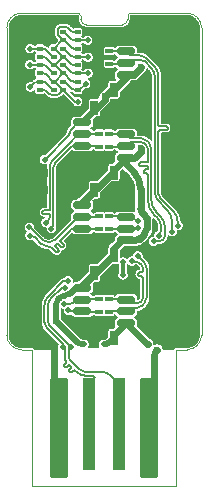
<source format=gbr>
G04 #@! TF.GenerationSoftware,KiCad,Pcbnew,(5.99.0-7706-gdc1c80beb8)*
G04 #@! TF.CreationDate,2020-12-31T15:10:11+03:00*
G04 #@! TF.ProjectId,StickHub,53746963-6b48-4756-922e-6b696361645f,rev?*
G04 #@! TF.SameCoordinates,Original*
G04 #@! TF.FileFunction,Copper,L1,Top*
G04 #@! TF.FilePolarity,Positive*
%FSLAX46Y46*%
G04 Gerber Fmt 4.6, Leading zero omitted, Abs format (unit mm)*
G04 Created by KiCad (PCBNEW (5.99.0-7706-gdc1c80beb8)) date 2020-12-31 15:10:11*
%MOMM*%
%LPD*%
G01*
G04 APERTURE LIST*
G04 Aperture macros list*
%AMRoundRect*
0 Rectangle with rounded corners*
0 $1 Rounding radius*
0 $2 $3 $4 $5 $6 $7 $8 $9 X,Y pos of 4 corners*
0 Add a 4 corners polygon primitive as box body*
4,1,4,$2,$3,$4,$5,$6,$7,$8,$9,$2,$3,0*
0 Add four circle primitives for the rounded corners*
1,1,$1+$1,$2,$3,0*
1,1,$1+$1,$4,$5,0*
1,1,$1+$1,$6,$7,0*
1,1,$1+$1,$8,$9,0*
0 Add four rect primitives between the rounded corners*
20,1,$1+$1,$2,$3,$4,$5,0*
20,1,$1+$1,$4,$5,$6,$7,0*
20,1,$1+$1,$6,$7,$8,$9,0*
20,1,$1+$1,$8,$9,$2,$3,0*%
G04 Aperture macros list end*
G04 #@! TA.AperFunction,Profile*
%ADD10C,0.100000*%
G04 #@! TD*
G04 #@! TA.AperFunction,SMDPad,CuDef*
%ADD11RoundRect,0.050000X-0.250000X0.150000X-0.250000X-0.150000X0.250000X-0.150000X0.250000X0.150000X0*%
G04 #@! TD*
G04 #@! TA.AperFunction,SMDPad,CuDef*
%ADD12RoundRect,0.150000X-0.625000X0.150000X-0.625000X-0.150000X0.625000X-0.150000X0.625000X0.150000X0*%
G04 #@! TD*
G04 #@! TA.AperFunction,SMDPad,CuDef*
%ADD13RoundRect,0.250000X-0.650000X0.350000X-0.650000X-0.350000X0.650000X-0.350000X0.650000X0.350000X0*%
G04 #@! TD*
G04 #@! TA.AperFunction,SMDPad,CuDef*
%ADD14RoundRect,0.050000X0.250000X-0.150000X0.250000X0.150000X-0.250000X0.150000X-0.250000X-0.150000X0*%
G04 #@! TD*
G04 #@! TA.AperFunction,SMDPad,CuDef*
%ADD15RoundRect,0.065000X0.260000X0.535000X-0.260000X0.535000X-0.260000X-0.535000X0.260000X-0.535000X0*%
G04 #@! TD*
G04 #@! TA.AperFunction,SMDPad,CuDef*
%ADD16RoundRect,0.060000X-0.190000X-0.140000X0.190000X-0.140000X0.190000X0.140000X-0.190000X0.140000X0*%
G04 #@! TD*
G04 #@! TA.AperFunction,SMDPad,CuDef*
%ADD17RoundRect,0.065000X-0.260000X-0.535000X0.260000X-0.535000X0.260000X0.535000X-0.260000X0.535000X0*%
G04 #@! TD*
G04 #@! TA.AperFunction,SMDPad,CuDef*
%ADD18RoundRect,0.150000X0.625000X-0.150000X0.625000X0.150000X-0.625000X0.150000X-0.625000X-0.150000X0*%
G04 #@! TD*
G04 #@! TA.AperFunction,SMDPad,CuDef*
%ADD19RoundRect,0.250000X0.650000X-0.350000X0.650000X0.350000X-0.650000X0.350000X-0.650000X-0.350000X0*%
G04 #@! TD*
G04 #@! TA.AperFunction,ConnectorPad*
%ADD20RoundRect,0.100500X0.649500X-4.149500X0.649500X4.149500X-0.649500X4.149500X-0.649500X-4.149500X0*%
G04 #@! TD*
G04 #@! TA.AperFunction,ConnectorPad*
%ADD21RoundRect,0.100100X0.449900X-3.774900X0.449900X3.774900X-0.449900X3.774900X-0.449900X-3.774900X0*%
G04 #@! TD*
G04 #@! TA.AperFunction,ViaPad*
%ADD22C,0.500000*%
G04 #@! TD*
G04 #@! TA.AperFunction,ViaPad*
%ADD23C,0.600000*%
G04 #@! TD*
G04 #@! TA.AperFunction,Conductor*
%ADD24C,0.150000*%
G04 #@! TD*
G04 #@! TA.AperFunction,Conductor*
%ADD25C,0.600000*%
G04 #@! TD*
G04 #@! TA.AperFunction,Conductor*
%ADD26C,0.250000*%
G04 #@! TD*
G04 #@! TA.AperFunction,Conductor*
%ADD27C,0.400000*%
G04 #@! TD*
G04 #@! TA.AperFunction,Conductor*
%ADD28C,0.500000*%
G04 #@! TD*
G04 #@! TA.AperFunction,Conductor*
%ADD29C,0.200000*%
G04 #@! TD*
G04 #@! TA.AperFunction,Conductor*
%ADD30C,0.300000*%
G04 #@! TD*
G04 APERTURE END LIST*
D10*
X152250000Y-80000000D02*
X157000000Y-80000000D01*
X148500000Y-81000000D02*
X151500000Y-81000000D01*
X157000000Y-108500000D02*
X156100000Y-108500000D01*
X141750000Y-107250000D02*
X141750000Y-81250000D01*
X156100000Y-120000000D02*
X156100000Y-108500000D01*
X148000000Y-80250000D02*
X148000000Y-80500000D01*
X152000000Y-80250000D02*
G75*
G02*
X152250000Y-80000000I250000J0D01*
G01*
X143900000Y-120000000D02*
X143900000Y-108500000D01*
X141750000Y-81250000D02*
G75*
G02*
X143000000Y-80000000I1250000J0D01*
G01*
X147750000Y-80000000D02*
G75*
G02*
X148000000Y-80250000I0J-250000D01*
G01*
X143000000Y-108500000D02*
G75*
G02*
X141750000Y-107250000I0J1250000D01*
G01*
X143900000Y-120000000D02*
X156100000Y-120000000D01*
X158250000Y-81250000D02*
X158250000Y-107250000D01*
X143000000Y-80000000D02*
X147750000Y-80000000D01*
X158250000Y-107250000D02*
G75*
G02*
X157000000Y-108500000I-1250000J0D01*
G01*
X157000000Y-80000000D02*
G75*
G02*
X158250000Y-81250000I0J-1250000D01*
G01*
X148500000Y-81000000D02*
G75*
G02*
X148000000Y-80500000I0J500000D01*
G01*
X143900000Y-108500000D02*
X143000000Y-108500000D01*
X152000000Y-80500000D02*
G75*
G02*
X151500000Y-81000000I-500000J0D01*
G01*
X152000000Y-80500000D02*
X152000000Y-80250000D01*
D11*
G04 #@! TO.P,D4,1,A1*
G04 #@! TO.N,GND*
X150400000Y-96300000D03*
G04 #@! TO.P,D4,2,A2*
G04 #@! TO.N,/U2D+*
X150400000Y-97200000D03*
G04 #@! TD*
D12*
G04 #@! TO.P,J7,1,Pin_1*
G04 #@! TO.N,+5V*
X148150000Y-96250000D03*
G04 #@! TO.P,J7,2,Pin_2*
G04 #@! TO.N,/U6D-*
X148150000Y-97250000D03*
G04 #@! TO.P,J7,3,Pin_3*
G04 #@! TO.N,/U6D+*
X148150000Y-98250000D03*
G04 #@! TO.P,J7,4,Pin_4*
G04 #@! TO.N,GND*
X148150000Y-99250000D03*
D13*
G04 #@! TO.P,J7,MP,MountPin*
X144275000Y-94950000D03*
X144275000Y-100550000D03*
G04 #@! TD*
D12*
G04 #@! TO.P,J8,1,Pin_1*
G04 #@! TO.N,+5V*
X148150000Y-89250000D03*
G04 #@! TO.P,J8,2,Pin_2*
G04 #@! TO.N,/U7D-*
X148150000Y-90250000D03*
G04 #@! TO.P,J8,3,Pin_3*
G04 #@! TO.N,/U7D+*
X148150000Y-91250000D03*
G04 #@! TO.P,J8,4,Pin_4*
G04 #@! TO.N,GND*
X148150000Y-92250000D03*
D13*
G04 #@! TO.P,J8,MP,MountPin*
X144275000Y-93550000D03*
X144275000Y-87950000D03*
G04 #@! TD*
D14*
G04 #@! TO.P,D10,1,A1*
G04 #@! TO.N,GND*
X149600000Y-106200000D03*
G04 #@! TO.P,D10,2,A2*
G04 #@! TO.N,/U5D+*
X149600000Y-105300000D03*
G04 #@! TD*
D15*
G04 #@! TO.P,C18,1*
G04 #@! TO.N,+5V*
X150825000Y-93500000D03*
G04 #@! TO.P,C18,2*
G04 #@! TO.N,GND*
X149175000Y-93500000D03*
G04 #@! TD*
G04 #@! TO.P,C16,1*
G04 #@! TO.N,+5V*
X150825000Y-100500000D03*
G04 #@! TO.P,C16,2*
G04 #@! TO.N,GND*
X149175000Y-100500000D03*
G04 #@! TD*
D16*
G04 #@! TO.P,D15,GA,1*
G04 #@! TO.N,Net-(D15-PadGA)*
X147752792Y-86500000D03*
G04 #@! TO.P,D15,GK,2*
G04 #@! TO.N,/LC*
X146552792Y-86500000D03*
G04 #@! TO.P,D15,RA,3*
X147752792Y-85800000D03*
G04 #@! TO.P,D15,RK,4*
G04 #@! TO.N,Net-(D15-PadGA)*
X146552792Y-85800000D03*
G04 #@! TD*
D15*
G04 #@! TO.P,C14,1*
G04 #@! TO.N,+5V*
X150825000Y-107500000D03*
G04 #@! TO.P,C14,2*
G04 #@! TO.N,GND*
X149175000Y-107500000D03*
G04 #@! TD*
D11*
G04 #@! TO.P,D8,1,A1*
G04 #@! TO.N,GND*
X150400000Y-82300000D03*
G04 #@! TO.P,D8,2,A2*
G04 #@! TO.N,/U4D+*
X150400000Y-83200000D03*
G04 #@! TD*
G04 #@! TO.P,D9,1,A1*
G04 #@! TO.N,GND*
X149600000Y-103300000D03*
G04 #@! TO.P,D9,2,A2*
G04 #@! TO.N,/U5D-*
X149600000Y-104200000D03*
G04 #@! TD*
D16*
G04 #@! TO.P,D16,GA,1*
G04 #@! TO.N,Net-(D16-PadGA)*
X147752792Y-85100000D03*
G04 #@! TO.P,D16,GK,2*
G04 #@! TO.N,/LC*
X146552792Y-85100000D03*
G04 #@! TO.P,D16,RA,3*
X147752792Y-84400000D03*
G04 #@! TO.P,D16,RK,4*
G04 #@! TO.N,Net-(D16-PadGA)*
X146552792Y-84400000D03*
G04 #@! TD*
D14*
G04 #@! TO.P,D1,1,A1*
G04 #@! TO.N,GND*
X150400000Y-106200000D03*
G04 #@! TO.P,D1,2,A2*
G04 #@! TO.N,/U1D-*
X150400000Y-105300000D03*
G04 #@! TD*
G04 #@! TO.P,D5,1,A1*
G04 #@! TO.N,GND*
X150400000Y-92200000D03*
G04 #@! TO.P,D5,2,A2*
G04 #@! TO.N,/U3D-*
X150400000Y-91300000D03*
G04 #@! TD*
G04 #@! TO.P,D3,1,A1*
G04 #@! TO.N,GND*
X150400000Y-99200000D03*
G04 #@! TO.P,D3,2,A2*
G04 #@! TO.N,/U2D-*
X150400000Y-98300000D03*
G04 #@! TD*
D17*
G04 #@! TO.P,C15,1*
G04 #@! TO.N,+5V*
X149175000Y-102000000D03*
G04 #@! TO.P,C15,2*
G04 #@! TO.N,GND*
X150825000Y-102000000D03*
G04 #@! TD*
D18*
G04 #@! TO.P,J2,1,Pin_1*
G04 #@! TO.N,+5V*
X151850000Y-106250000D03*
G04 #@! TO.P,J2,2,Pin_2*
G04 #@! TO.N,/U1D-*
X151850000Y-105250000D03*
G04 #@! TO.P,J2,3,Pin_3*
G04 #@! TO.N,/U1D+*
X151850000Y-104250000D03*
G04 #@! TO.P,J2,4,Pin_4*
G04 #@! TO.N,GND*
X151850000Y-103250000D03*
D19*
G04 #@! TO.P,J2,MP,MountPin*
X155725000Y-101950000D03*
X155725000Y-107550000D03*
G04 #@! TD*
D16*
G04 #@! TO.P,D19,GA,1*
G04 #@! TO.N,Net-(D19-PadGA)*
X145752792Y-86500000D03*
G04 #@! TO.P,D19,GK,2*
G04 #@! TO.N,/LC*
X144552792Y-86500000D03*
G04 #@! TO.P,D19,RA,3*
X145752792Y-85800000D03*
G04 #@! TO.P,D19,RK,4*
G04 #@! TO.N,Net-(D19-PadGA)*
X144552792Y-85800000D03*
G04 #@! TD*
D18*
G04 #@! TO.P,J5,1,Pin_1*
G04 #@! TO.N,+5V*
X151850000Y-85250000D03*
G04 #@! TO.P,J5,2,Pin_2*
G04 #@! TO.N,/U4D-*
X151850000Y-84250000D03*
G04 #@! TO.P,J5,3,Pin_3*
G04 #@! TO.N,/U4D+*
X151850000Y-83250000D03*
G04 #@! TO.P,J5,4,Pin_4*
G04 #@! TO.N,GND*
X151850000Y-82250000D03*
D19*
G04 #@! TO.P,J5,MP,MountPin*
X155725000Y-86550000D03*
X155725000Y-80950000D03*
G04 #@! TD*
D15*
G04 #@! TO.P,C20,1*
G04 #@! TO.N,+5V*
X150825000Y-86500000D03*
G04 #@! TO.P,C20,2*
G04 #@! TO.N,GND*
X149175000Y-86500000D03*
G04 #@! TD*
D16*
G04 #@! TO.P,D20,GA,1*
G04 #@! TO.N,Net-(D20-PadGA)*
X145752792Y-85100000D03*
G04 #@! TO.P,D20,GK,2*
G04 #@! TO.N,/LC*
X144552792Y-85100000D03*
G04 #@! TO.P,D20,RA,3*
X145752792Y-84400000D03*
G04 #@! TO.P,D20,RK,4*
G04 #@! TO.N,Net-(D20-PadGA)*
X144552792Y-84400000D03*
G04 #@! TD*
D11*
G04 #@! TO.P,D6,1,A1*
G04 #@! TO.N,GND*
X150400000Y-89300000D03*
G04 #@! TO.P,D6,2,A2*
G04 #@! TO.N,/U3D+*
X150400000Y-90200000D03*
G04 #@! TD*
D20*
G04 #@! TO.P,J1,1,Pin_1*
G04 #@! TO.N,Net-(J1-Pad1)*
X153810000Y-115150000D03*
D21*
G04 #@! TO.P,J1,2,Pin_2*
G04 #@! TO.N,/D-*
X151270000Y-114775000D03*
G04 #@! TO.P,J1,3,Pin_3*
G04 #@! TO.N,/D+*
X148730000Y-114775000D03*
D20*
G04 #@! TO.P,J1,4,Pin_4*
G04 #@! TO.N,GND*
X146190000Y-115150000D03*
G04 #@! TD*
D17*
G04 #@! TO.P,C17,1*
G04 #@! TO.N,+5V*
X149175000Y-94950000D03*
G04 #@! TO.P,C17,2*
G04 #@! TO.N,GND*
X150825000Y-94950000D03*
G04 #@! TD*
D14*
G04 #@! TO.P,D7,1,A1*
G04 #@! TO.N,GND*
X150400000Y-85200000D03*
G04 #@! TO.P,D7,2,A2*
G04 #@! TO.N,/U4D-*
X150400000Y-84300000D03*
G04 #@! TD*
G04 #@! TO.P,D14,1,A1*
G04 #@! TO.N,GND*
X149600000Y-92200000D03*
G04 #@! TO.P,D14,2,A2*
G04 #@! TO.N,/U7D+*
X149600000Y-91300000D03*
G04 #@! TD*
D16*
G04 #@! TO.P,D21,GA,1*
G04 #@! TO.N,Net-(D21-PadGA)*
X145752792Y-83700000D03*
G04 #@! TO.P,D21,GK,2*
G04 #@! TO.N,/LC*
X144552792Y-83700000D03*
G04 #@! TO.P,D21,RA,3*
X145752792Y-83000000D03*
G04 #@! TO.P,D21,RK,4*
G04 #@! TO.N,Net-(D21-PadGA)*
X144552792Y-83000000D03*
G04 #@! TD*
D18*
G04 #@! TO.P,J4,1,Pin_1*
G04 #@! TO.N,+5V*
X151850000Y-92250000D03*
G04 #@! TO.P,J4,2,Pin_2*
G04 #@! TO.N,/U3D-*
X151850000Y-91250000D03*
G04 #@! TO.P,J4,3,Pin_3*
G04 #@! TO.N,/U3D+*
X151850000Y-90250000D03*
G04 #@! TO.P,J4,4,Pin_4*
G04 #@! TO.N,GND*
X151850000Y-89250000D03*
D19*
G04 #@! TO.P,J4,MP,MountPin*
X155725000Y-87950000D03*
X155725000Y-93550000D03*
G04 #@! TD*
D11*
G04 #@! TO.P,D11,1,A1*
G04 #@! TO.N,GND*
X149600000Y-96300000D03*
G04 #@! TO.P,D11,2,A2*
G04 #@! TO.N,/U6D-*
X149600000Y-97200000D03*
G04 #@! TD*
D12*
G04 #@! TO.P,J6,1,Pin_1*
G04 #@! TO.N,+5V*
X148150000Y-103250000D03*
G04 #@! TO.P,J6,2,Pin_2*
G04 #@! TO.N,/U5D-*
X148150000Y-104250000D03*
G04 #@! TO.P,J6,3,Pin_3*
G04 #@! TO.N,/U5D+*
X148150000Y-105250000D03*
G04 #@! TO.P,J6,4,Pin_4*
G04 #@! TO.N,GND*
X148150000Y-106250000D03*
D13*
G04 #@! TO.P,J6,MP,MountPin*
X144275000Y-101950000D03*
X144275000Y-107550000D03*
G04 #@! TD*
D17*
G04 #@! TO.P,C19,1*
G04 #@! TO.N,+5V*
X149175000Y-88000000D03*
G04 #@! TO.P,C19,2*
G04 #@! TO.N,GND*
X150825000Y-88000000D03*
G04 #@! TD*
D16*
G04 #@! TO.P,D17,GA,1*
G04 #@! TO.N,Net-(D17-PadGA)*
X147752792Y-83700000D03*
G04 #@! TO.P,D17,GK,2*
G04 #@! TO.N,/LC*
X146552792Y-83700000D03*
G04 #@! TO.P,D17,RA,3*
X147752792Y-83000000D03*
G04 #@! TO.P,D17,RK,4*
G04 #@! TO.N,Net-(D17-PadGA)*
X146552792Y-83000000D03*
G04 #@! TD*
G04 #@! TO.P,D18,GA,1*
G04 #@! TO.N,Net-(D18-PadGA)*
X147752792Y-82300000D03*
G04 #@! TO.P,D18,GK,2*
G04 #@! TO.N,/LC*
X146552792Y-82300000D03*
G04 #@! TO.P,D18,RA,3*
X147752792Y-81600000D03*
G04 #@! TO.P,D18,RK,4*
G04 #@! TO.N,Net-(D18-PadGA)*
X146552792Y-81600000D03*
G04 #@! TD*
D11*
G04 #@! TO.P,D2,1,A1*
G04 #@! TO.N,GND*
X150400000Y-103300000D03*
G04 #@! TO.P,D2,2,A2*
G04 #@! TO.N,/U1D+*
X150400000Y-104200000D03*
G04 #@! TD*
D14*
G04 #@! TO.P,D12,1,A1*
G04 #@! TO.N,GND*
X149600000Y-99200000D03*
G04 #@! TO.P,D12,2,A2*
G04 #@! TO.N,/U6D+*
X149600000Y-98300000D03*
G04 #@! TD*
D18*
G04 #@! TO.P,J3,1,Pin_1*
G04 #@! TO.N,+5V*
X151850000Y-99250000D03*
G04 #@! TO.P,J3,2,Pin_2*
G04 #@! TO.N,/U2D-*
X151850000Y-98250000D03*
G04 #@! TO.P,J3,3,Pin_3*
G04 #@! TO.N,/U2D+*
X151850000Y-97250000D03*
G04 #@! TO.P,J3,4,Pin_4*
G04 #@! TO.N,GND*
X151850000Y-96250000D03*
D19*
G04 #@! TO.P,J3,MP,MountPin*
X155725000Y-94950000D03*
X155725000Y-100550000D03*
G04 #@! TD*
D11*
G04 #@! TO.P,D13,1,A1*
G04 #@! TO.N,GND*
X149600000Y-89300000D03*
G04 #@! TO.P,D13,2,A2*
G04 #@! TO.N,/U7D-*
X149600000Y-90200000D03*
G04 #@! TD*
D22*
G04 #@! TO.N,GND*
X157250000Y-102450000D03*
X151500000Y-81500000D03*
X142780000Y-93250000D03*
X150124571Y-99757687D03*
X146180031Y-93072237D03*
X157300000Y-88250000D03*
X142290000Y-100250000D03*
X142750000Y-81000000D03*
X150030000Y-92960000D03*
X148300000Y-99930000D03*
X157250000Y-98850000D03*
X148400000Y-107150000D03*
X147230000Y-88030000D03*
X157280000Y-81500000D03*
X149819271Y-107261475D03*
X157290000Y-86250000D03*
X153780000Y-86680000D03*
X143310000Y-95910000D03*
X147030000Y-106040000D03*
X147280000Y-98900000D03*
X157280000Y-93250000D03*
X142290000Y-102250000D03*
X151720000Y-95570000D03*
X155414117Y-92535883D03*
X151034229Y-103573736D03*
X146700000Y-89050000D03*
X148500000Y-87250000D03*
X153300000Y-105500000D03*
X154331365Y-98163517D03*
X150060000Y-95580000D03*
X143810000Y-85220000D03*
X157750000Y-95250000D03*
X153750000Y-85500000D03*
X143745010Y-99546626D03*
X153600000Y-90150000D03*
X151650000Y-100150000D03*
X147400000Y-80670000D03*
X144120000Y-89110000D03*
X144000000Y-102950000D03*
X145460000Y-108030000D03*
X144380000Y-97710000D03*
X154550000Y-104100000D03*
X149911324Y-86248711D03*
X146938761Y-92250000D03*
X155595010Y-88970000D03*
X145320000Y-103210000D03*
X145510000Y-90820000D03*
X151600000Y-88500000D03*
X149600000Y-84610000D03*
G04 #@! TO.N,+5V*
X149950000Y-108050000D03*
X153246511Y-96950092D03*
D23*
X153080000Y-91450000D03*
X150100000Y-87050000D03*
D22*
X144950000Y-92400000D03*
D23*
X145920000Y-106040000D03*
D22*
X148300000Y-108050000D03*
D23*
X153710000Y-107990000D03*
X153150000Y-84600000D03*
D22*
G04 #@! TO.N,+1V8*
X151590000Y-101084990D03*
X151600000Y-102160000D03*
G04 #@! TO.N,Net-(D15-PadGA)*
X148440000Y-85970000D03*
G04 #@! TO.N,Net-(D16-PadGA)*
X148630000Y-85090000D03*
G04 #@! TO.N,Net-(D17-PadGA)*
X148630000Y-83740000D03*
G04 #@! TO.N,Net-(D18-PadGA)*
X148600000Y-82290000D03*
G04 #@! TO.N,Net-(D19-PadGA)*
X143750000Y-86250000D03*
G04 #@! TO.N,Net-(D20-PadGA)*
X143700000Y-84370000D03*
G04 #@! TO.N,Net-(D21-PadGA)*
X143730000Y-83000000D03*
G04 #@! TO.N,/U1D-*
X152850000Y-100550000D03*
G04 #@! TO.N,/U1D+*
X152345136Y-101002923D03*
G04 #@! TO.N,/U2D-*
X152880018Y-98230018D03*
G04 #@! TO.N,/U2D+*
X152858771Y-97580354D03*
G04 #@! TO.N,/U3D-*
X154629380Y-98839419D03*
G04 #@! TO.N,/U3D+*
X154197253Y-99324992D03*
G04 #@! TO.N,/U4D-*
X155750000Y-98500000D03*
G04 #@! TO.N,/U4D+*
X156250000Y-98000000D03*
G04 #@! TO.N,/U5D-*
X146594655Y-104644598D03*
G04 #@! TO.N,/U5D+*
X146975560Y-105171312D03*
G04 #@! TO.N,/U6D-*
X143660000Y-98150000D03*
G04 #@! TO.N,/U6D+*
X143710000Y-98840000D03*
G04 #@! TO.N,/U7D-*
X145070000Y-97740000D03*
G04 #@! TO.N,/U7D+*
X145520000Y-98240000D03*
G04 #@! TO.N,/D-*
X147150000Y-108250000D03*
X146650883Y-103250883D03*
G04 #@! TO.N,/D+*
X146947546Y-102650703D03*
X146489117Y-108260883D03*
G04 #@! TO.N,/LC*
X147750001Y-87500001D03*
D23*
G04 #@! TO.N,Net-(J1-Pad1)*
X154500000Y-108500000D03*
G04 #@! TD*
D24*
G04 #@! TO.N,GND*
X143690000Y-85340000D02*
X143810000Y-85220000D01*
D25*
X145460000Y-108030000D02*
X144755000Y-108030000D01*
D26*
X149500000Y-89265000D02*
X150500000Y-89265000D01*
D27*
X155875000Y-94950000D02*
X157450000Y-94950000D01*
X155875000Y-93550000D02*
X156175000Y-93250000D01*
D24*
X153780000Y-86680000D02*
X153780000Y-85530000D01*
D27*
X150500000Y-92235000D02*
X150030000Y-92705000D01*
D24*
X142250000Y-85340000D02*
X143690000Y-85340000D01*
D27*
X155875000Y-100550000D02*
X155270000Y-99945000D01*
D26*
X151850000Y-95700000D02*
X151720000Y-95570000D01*
D27*
X143041636Y-100250000D02*
X142290000Y-100250000D01*
X144125000Y-87950000D02*
X142450000Y-87950000D01*
D28*
X150825000Y-88000000D02*
X150825000Y-88075000D01*
D27*
X148300000Y-92550000D02*
X148000000Y-92250000D01*
D24*
X143310000Y-96640000D02*
X143310000Y-95910000D01*
X152000000Y-82250000D02*
X154575000Y-82250000D01*
D26*
X150500000Y-92235000D02*
X149500000Y-92235000D01*
D27*
X148500000Y-87638006D02*
X148500000Y-87250000D01*
X156175000Y-93250000D02*
X157280000Y-93250000D01*
D26*
X150500000Y-89265000D02*
X151985000Y-89265000D01*
D24*
X149949990Y-84653056D02*
X149869990Y-84573056D01*
D27*
X148000000Y-99250000D02*
X149616884Y-99250000D01*
D26*
X148000000Y-106250000D02*
X147240000Y-106250000D01*
X149500000Y-92235000D02*
X148015000Y-92235000D01*
D27*
X142250000Y-85340000D02*
X142250000Y-81500000D01*
D25*
X144755000Y-108030000D02*
X144275000Y-107550000D01*
D26*
X147240000Y-106250000D02*
X147030000Y-106040000D01*
D28*
X150195000Y-95580000D02*
X150825000Y-94950000D01*
D24*
X149869990Y-82926944D02*
X149949990Y-82846944D01*
D27*
X152000000Y-89250000D02*
X152420453Y-89250000D01*
X152000000Y-103250000D02*
X150515000Y-103250000D01*
X150500000Y-96265000D02*
X150500000Y-96020000D01*
X147300003Y-88100003D02*
X148038003Y-88100003D01*
X148015000Y-106235000D02*
X148000000Y-106250000D01*
X144000000Y-102950000D02*
X142990000Y-102950000D01*
D26*
X143310000Y-95765000D02*
X144125000Y-94950000D01*
D27*
X148038003Y-88100003D02*
X148500000Y-87638006D01*
D24*
X150500000Y-82265000D02*
X151985000Y-82265000D01*
D27*
X145320000Y-103210000D02*
X144260000Y-103210000D01*
D26*
X155875000Y-100550000D02*
X156570000Y-100550000D01*
X144125000Y-89115000D02*
X144120000Y-89110000D01*
D27*
X150500000Y-103265000D02*
X150570000Y-103195000D01*
D26*
X146938761Y-92250000D02*
X146180031Y-93008730D01*
D27*
X149616884Y-99250000D02*
X150124571Y-99757687D01*
X144125000Y-89105000D02*
X144120000Y-89110000D01*
D26*
X144125000Y-94950000D02*
X144125000Y-93550000D01*
D24*
X149869990Y-84573056D02*
X149869990Y-84026944D01*
D27*
X142450000Y-87950000D02*
X142250000Y-87750000D01*
D26*
X148000000Y-99250000D02*
X147630000Y-99250000D01*
D27*
X150030000Y-92705000D02*
X150030000Y-92960000D01*
D26*
X143310000Y-95910000D02*
X143310000Y-95765000D01*
D27*
X157000000Y-87950000D02*
X157300000Y-88250000D01*
D24*
X149869990Y-84026944D02*
X149850000Y-84006954D01*
D25*
X145750000Y-114710000D02*
X145750000Y-108500000D01*
D27*
X144125000Y-107550000D02*
X144800000Y-107550000D01*
D24*
X144125000Y-107550000D02*
X144980000Y-107550000D01*
D25*
X145750000Y-108320000D02*
X145460000Y-108030000D01*
D24*
X151985000Y-82265000D02*
X152000000Y-82250000D01*
X144125000Y-87950000D02*
X147150000Y-87950000D01*
X144980000Y-107550000D02*
X145460000Y-108030000D01*
X154575000Y-82250000D02*
X155875000Y-80950000D01*
D27*
X151985000Y-103265000D02*
X152000000Y-103250000D01*
D26*
X156570000Y-100550000D02*
X157800000Y-99320000D01*
D24*
X149949990Y-82815010D02*
X150500000Y-82265000D01*
D26*
X155725000Y-101950000D02*
X156750000Y-101950000D01*
D27*
X150515000Y-103250000D02*
X150500000Y-103265000D01*
X150500000Y-96020000D02*
X150060000Y-95580000D01*
D26*
X157800000Y-99320000D02*
X157800000Y-96875000D01*
D25*
X146190000Y-115150000D02*
X145750000Y-114710000D01*
D27*
X149911324Y-85823676D02*
X149911324Y-86248711D01*
X142250000Y-87750000D02*
X142250000Y-85340000D01*
D24*
X149869990Y-83473056D02*
X149869990Y-82926944D01*
D27*
X149500000Y-89265000D02*
X149500000Y-89180000D01*
X142990000Y-102950000D02*
X142290000Y-102250000D01*
X149500000Y-106235000D02*
X148015000Y-106235000D01*
X156730000Y-80950000D02*
X157280000Y-81500000D01*
D24*
X144380000Y-97710000D02*
X143310000Y-96640000D01*
X153780000Y-85530000D02*
X153750000Y-85500000D01*
X155595010Y-88229990D02*
X155595010Y-88970000D01*
D27*
X144260000Y-103210000D02*
X144000000Y-102950000D01*
D24*
X149850000Y-83493046D02*
X149869990Y-83473056D01*
D26*
X144125000Y-93550000D02*
X144125000Y-89115000D01*
X157800000Y-96875000D02*
X155875000Y-94950000D01*
D27*
X144800000Y-107550000D02*
X145650000Y-108400000D01*
X144125000Y-93550000D02*
X143080000Y-93550000D01*
D28*
X150825000Y-88075000D02*
X149600000Y-89300000D01*
D26*
X155875000Y-86550000D02*
X155875000Y-87950000D01*
D27*
X151500000Y-81500000D02*
X151830000Y-81500000D01*
D24*
X144120000Y-89110000D02*
X144120000Y-89430000D01*
D26*
X148015000Y-92235000D02*
X148000000Y-92250000D01*
D24*
X150190000Y-85200000D02*
X149600000Y-84610000D01*
X149500000Y-96250000D02*
X150485000Y-96250000D01*
X151850000Y-88750000D02*
X151600000Y-88500000D01*
D26*
X155875000Y-93550000D02*
X155875000Y-94950000D01*
D27*
X151830000Y-81500000D02*
X152380000Y-80950000D01*
X144125000Y-87950000D02*
X144125000Y-89105000D01*
D26*
X156750000Y-101950000D02*
X157250000Y-102450000D01*
D24*
X150500000Y-85235000D02*
X149949990Y-84684990D01*
D27*
X155414117Y-93089117D02*
X155414117Y-92535883D01*
D25*
X145750000Y-108500000D02*
X145750000Y-108320000D01*
D27*
X143080000Y-93550000D02*
X142780000Y-93250000D01*
D24*
X149949990Y-82846944D02*
X149949990Y-82815010D01*
X148000000Y-92250000D02*
X146938761Y-92250000D01*
D27*
X155875000Y-80950000D02*
X152380000Y-80950000D01*
X155875000Y-93550000D02*
X155414117Y-93089117D01*
X149500000Y-103265000D02*
X150500000Y-103265000D01*
D26*
X155875000Y-100550000D02*
X155875000Y-101950000D01*
D27*
X147230000Y-88030000D02*
X147300003Y-88100003D01*
X149175000Y-107500000D02*
X148750000Y-107500000D01*
D26*
X155875000Y-80950000D02*
X155875000Y-86550000D01*
D24*
X151850000Y-89250000D02*
X151850000Y-88750000D01*
D27*
X142250000Y-81500000D02*
X142750000Y-81000000D01*
D26*
X146180031Y-93008730D02*
X146180031Y-93072237D01*
D27*
X155875000Y-86550000D02*
X156175000Y-86250000D01*
X150500000Y-85235000D02*
X149911324Y-85823676D01*
D24*
X149850000Y-84006954D02*
X149850000Y-83493046D01*
D27*
X150500000Y-106235000D02*
X149500000Y-106235000D01*
X155875000Y-87950000D02*
X157000000Y-87950000D01*
D26*
X151850000Y-96250000D02*
X151850000Y-95700000D01*
D24*
X144120000Y-89430000D02*
X145510000Y-90820000D01*
X150485000Y-96250000D02*
X150500000Y-96265000D01*
D27*
X152700000Y-89250000D02*
X153600000Y-90150000D01*
X148750000Y-107500000D02*
X148400000Y-107150000D01*
X143745010Y-99546626D02*
X143041636Y-100250000D01*
X156175000Y-86250000D02*
X157290000Y-86250000D01*
X151850000Y-89250000D02*
X152700000Y-89250000D01*
D28*
X150060000Y-95580000D02*
X150195000Y-95580000D01*
D26*
X151985000Y-89265000D02*
X152000000Y-89250000D01*
D27*
X155875000Y-80950000D02*
X156730000Y-80950000D01*
X157450000Y-94950000D02*
X157750000Y-95250000D01*
D24*
X150500000Y-96265000D02*
X151985000Y-96265000D01*
X151985000Y-96265000D02*
X152000000Y-96250000D01*
D26*
X147630000Y-99250000D02*
X147280000Y-98900000D01*
D27*
X151700000Y-88950000D02*
X152000000Y-89250000D01*
D24*
X155875000Y-87950000D02*
X155595010Y-88229990D01*
X150400000Y-85200000D02*
X150190000Y-85200000D01*
X147150000Y-87950000D02*
X147230000Y-88030000D01*
X149949990Y-84684990D02*
X149949990Y-84653056D01*
D25*
G04 #@! TO.N,+5V*
X153080010Y-96576484D02*
X153080010Y-94868437D01*
D27*
X148200000Y-96150000D02*
X148150000Y-96150000D01*
D25*
X150825000Y-107500000D02*
X150825000Y-107275000D01*
D29*
X147809298Y-89250000D02*
X147194662Y-89864636D01*
D25*
X153710000Y-107990000D02*
X153590000Y-107990000D01*
D27*
X148955010Y-95344990D02*
X148955010Y-95394990D01*
X152000000Y-85250000D02*
X151900000Y-85250000D01*
D25*
X150825000Y-93275000D02*
X150825000Y-93500000D01*
X149287522Y-102000000D02*
X149175000Y-102000000D01*
X150825000Y-86500000D02*
X150650000Y-86500000D01*
X151850000Y-92810000D02*
X151850000Y-92250000D01*
D28*
X148150000Y-103250000D02*
X147583024Y-103250000D01*
D25*
X148150000Y-95975000D02*
X149175000Y-94950000D01*
X150825000Y-100500000D02*
X150787522Y-100500000D01*
D28*
X150275000Y-108050000D02*
X150825000Y-107500000D01*
D25*
X148150000Y-103250000D02*
X148150000Y-103025000D01*
D27*
X152000000Y-92250000D02*
X152560000Y-92250000D01*
D25*
X153484918Y-97188499D02*
X153246511Y-96950092D01*
X148150000Y-96250000D02*
X148150000Y-95975000D01*
D28*
X148300000Y-108050000D02*
X148137107Y-108050000D01*
D25*
X153080000Y-91730000D02*
X153080000Y-91450000D01*
D27*
X153678495Y-97382076D02*
X153246511Y-96950092D01*
D25*
X151850000Y-99250000D02*
X152642893Y-99250000D01*
X152560000Y-92250000D02*
X151850000Y-92250000D01*
X148150000Y-103025000D02*
X149175000Y-102000000D01*
X153590000Y-107990000D02*
X151850000Y-106250000D01*
D27*
X150800000Y-93410000D02*
X150800000Y-93450000D01*
D25*
X150044990Y-87316010D02*
X149361000Y-88000000D01*
X151850000Y-85250000D02*
X152500000Y-85250000D01*
D29*
X148150000Y-89250000D02*
X147809298Y-89250000D01*
D28*
X145920000Y-106040000D02*
X145920000Y-104648528D01*
D25*
X150825000Y-100500000D02*
X150825000Y-99855010D01*
D29*
X147092149Y-90112876D02*
X147092149Y-90112124D01*
D25*
X152494224Y-93454224D02*
X151850000Y-92810000D01*
X150787522Y-100500000D02*
X149287522Y-102000000D01*
X150650000Y-86500000D02*
X150100000Y-87050000D01*
D28*
X147583024Y-103250000D02*
X147088760Y-103744264D01*
D25*
X150825000Y-99855010D02*
X150866254Y-99855010D01*
X153631364Y-98157976D02*
X153631364Y-97542052D01*
X153246511Y-96950092D02*
X153226457Y-96930038D01*
D27*
X152000000Y-92250000D02*
X151930158Y-92250000D01*
D25*
X151471264Y-99250000D02*
X151850000Y-99250000D01*
X149262478Y-94950000D02*
X149175000Y-94950000D01*
D27*
X149175000Y-102000000D02*
X149175000Y-102225000D01*
D28*
X146095736Y-104224264D02*
X146224264Y-104095736D01*
D27*
X150790000Y-93410000D02*
X149200000Y-95000000D01*
D25*
X150100000Y-87050000D02*
X150044990Y-87105010D01*
D27*
X151900000Y-85250000D02*
X150100000Y-87050000D01*
D25*
X152996446Y-99103554D02*
X153411694Y-98688306D01*
D28*
X147783554Y-107903554D02*
X145920000Y-106040000D01*
X149950000Y-108050000D02*
X150275000Y-108050000D01*
D27*
X150100000Y-87261000D02*
X150100000Y-87050000D01*
D25*
X150712478Y-93500000D02*
X149262478Y-94950000D01*
X152560000Y-92250000D02*
X153080000Y-91730000D01*
X151850000Y-92250000D02*
X150825000Y-93275000D01*
X148150000Y-89250000D02*
X149175000Y-88225000D01*
D27*
X148111000Y-89250000D02*
X150100000Y-87261000D01*
D25*
X151850000Y-85250000D02*
X151850000Y-85475000D01*
D27*
X149200000Y-95000000D02*
X149200000Y-95100000D01*
X151930158Y-92250000D02*
X150800000Y-93380158D01*
D25*
X151850000Y-85475000D02*
X150825000Y-86500000D01*
X152500000Y-85250000D02*
X153150000Y-84600000D01*
D27*
X148955010Y-95394990D02*
X148200000Y-96150000D01*
X149175000Y-102225000D02*
X148150000Y-103250000D01*
D25*
X149361000Y-88000000D02*
X149175000Y-88000000D01*
D27*
X148150000Y-96150000D02*
X148050000Y-96250000D01*
D25*
X150044990Y-87105010D02*
X150044990Y-87316010D01*
D27*
X149200000Y-95100000D02*
X148955010Y-95344990D01*
D25*
X150866254Y-99855010D02*
X151471264Y-99250000D01*
D28*
X146664496Y-103920000D02*
X146648528Y-103920000D01*
D25*
X150825000Y-93500000D02*
X150712478Y-93500000D01*
D27*
X150800000Y-93410000D02*
X150790000Y-93410000D01*
X148050000Y-96250000D02*
X148000000Y-96250000D01*
D25*
X149175000Y-88225000D02*
X149175000Y-88000000D01*
X150825000Y-107275000D02*
X151850000Y-106250000D01*
D29*
X144950000Y-92400000D02*
X146989636Y-90360364D01*
D27*
X150800000Y-93380158D02*
X150800000Y-93410000D01*
D25*
X153080009Y-94868437D02*
G75*
G03*
X152494223Y-93454225I-1999999J0D01*
G01*
X152642893Y-99249999D02*
G75*
G03*
X152996446Y-99103554I0J500001D01*
G01*
D28*
X148137107Y-108049999D02*
G75*
G02*
X147783554Y-107903554I0J500001D01*
G01*
D25*
X153080010Y-96576484D02*
G75*
G03*
X153226457Y-96930038I499997J-1D01*
G01*
D28*
X145920000Y-104648528D02*
G75*
G02*
X146095736Y-104224264I599996J1D01*
G01*
D29*
X146989636Y-90360364D02*
G75*
G03*
X147092149Y-90112876I-247483J247486D01*
G01*
D28*
X146648528Y-103920000D02*
G75*
G03*
X146224264Y-104095736I-1J-599996D01*
G01*
D29*
X147194662Y-89864636D02*
G75*
G03*
X147092149Y-90112124I247483J-247486D01*
G01*
D28*
X146664496Y-103920000D02*
G75*
G03*
X147088760Y-103744264I1J599996D01*
G01*
D25*
X153484918Y-97188499D02*
G75*
G02*
X153631364Y-97542052I-353556J-353553D01*
G01*
X153411694Y-98688306D02*
G75*
G03*
X153631364Y-98157976I-530323J530327D01*
G01*
D30*
G04 #@! TO.N,+1V8*
X151590000Y-102150000D02*
X151600000Y-102160000D01*
D26*
X151588197Y-101086793D02*
X151590000Y-101084990D01*
D30*
X151590000Y-101084990D02*
X151590000Y-102150000D01*
D24*
G04 #@! TO.N,Net-(D15-PadGA)*
X146670000Y-85800000D02*
X147282132Y-86412132D01*
X146552792Y-85800000D02*
X146670000Y-85800000D01*
X147752792Y-86500000D02*
X147910000Y-86500000D01*
X147494264Y-86500000D02*
X147752792Y-86500000D01*
X147910000Y-86500000D02*
X148440000Y-85970000D01*
X147494264Y-86499999D02*
G75*
G02*
X147282133Y-86412131I-1J299997D01*
G01*
G04 #@! TO.N,Net-(D16-PadGA)*
X147424264Y-85100000D02*
X147752792Y-85100000D01*
X146600000Y-84400000D02*
X147212132Y-85012132D01*
X146552792Y-84400000D02*
X146600000Y-84400000D01*
X148620000Y-85100000D02*
X148630000Y-85090000D01*
X147752792Y-85100000D02*
X148620000Y-85100000D01*
X147212132Y-85012132D02*
G75*
G03*
X147424264Y-85100000I212131J212130D01*
G01*
G04 #@! TO.N,Net-(D17-PadGA)*
X146600000Y-83000000D02*
X147212132Y-83612132D01*
X148590000Y-83700000D02*
X148630000Y-83740000D01*
X146552792Y-83000000D02*
X146600000Y-83000000D01*
X147424264Y-83700000D02*
X147752792Y-83700000D01*
X147752792Y-83700000D02*
X148590000Y-83700000D01*
X147424264Y-83699999D02*
G75*
G02*
X147212133Y-83612131I-1J299997D01*
G01*
G04 #@! TO.N,Net-(D18-PadGA)*
X148590000Y-82300000D02*
X148600000Y-82290000D01*
X146620000Y-81600000D02*
X147232132Y-82212132D01*
X146552792Y-81600000D02*
X146620000Y-81600000D01*
X147444264Y-82300000D02*
X147752792Y-82300000D01*
X147752792Y-82300000D02*
X148590000Y-82300000D01*
X147444264Y-82299999D02*
G75*
G02*
X147232133Y-82212131I-1J299997D01*
G01*
G04 #@! TO.N,Net-(D19-PadGA)*
X145752792Y-86500000D02*
X145705584Y-86500000D01*
X144126777Y-85873223D02*
X143750000Y-86250000D01*
X144881320Y-85800000D02*
X144552792Y-85800000D01*
X144552792Y-85800000D02*
X144303553Y-85800000D01*
X145705584Y-86500000D02*
X145093452Y-85887868D01*
X145093452Y-85887868D02*
G75*
G03*
X144881320Y-85800000I-212131J-212130D01*
G01*
X144303553Y-85800000D02*
G75*
G03*
X144126777Y-85873223I1J-250001D01*
G01*
G04 #@! TO.N,Net-(D20-PadGA)*
X144881320Y-84400000D02*
X144552792Y-84400000D01*
X144552792Y-84400000D02*
X143730000Y-84400000D01*
X145705584Y-85100000D02*
X145093452Y-84487868D01*
X143730000Y-84400000D02*
X143700000Y-84370000D01*
X145752792Y-85100000D02*
X145705584Y-85100000D01*
X145093452Y-84487868D02*
G75*
G03*
X144881320Y-84400000I-212131J-212130D01*
G01*
G04 #@! TO.N,Net-(D21-PadGA)*
X144881320Y-83000000D02*
X144552792Y-83000000D01*
X145752792Y-83700000D02*
X145705584Y-83700000D01*
X143730000Y-83000000D02*
X144552792Y-83000000D01*
X145705584Y-83700000D02*
X145093452Y-83087868D01*
X145093452Y-83087868D02*
G75*
G03*
X144881320Y-83000000I-212131J-212130D01*
G01*
G04 #@! TO.N,/U1D-*
X152240000Y-105010000D02*
X152659340Y-105010000D01*
X153189670Y-104790330D02*
X153385330Y-104594670D01*
X153605000Y-104064340D02*
X153605000Y-101594949D01*
X150500000Y-105265000D02*
X151985000Y-105265000D01*
X153399975Y-101099975D02*
X152850000Y-100550000D01*
X152000000Y-105250000D02*
X152240000Y-105010000D01*
X151985000Y-105265000D02*
X152000000Y-105250000D01*
X153604999Y-104064340D02*
G75*
G02*
X153385329Y-104594669I-749992J-3D01*
G01*
X153189670Y-104790330D02*
G75*
G02*
X152659340Y-105010000I-530327J530323D01*
G01*
X153399975Y-101099975D02*
G75*
G02*
X153605000Y-101594949I-494971J-494973D01*
G01*
G04 #@! TO.N,/U1D+*
X152877674Y-102148941D02*
X152890617Y-102185929D01*
X153290000Y-102460000D02*
X153290000Y-104079326D01*
X152972357Y-101952330D02*
X152939176Y-101973179D01*
X152305000Y-104555000D02*
X151985000Y-104235000D01*
X152814326Y-104555000D02*
X152305000Y-104555000D01*
X153153941Y-101930612D02*
X153115000Y-101935000D01*
X152911466Y-102000889D02*
X152890617Y-102034070D01*
X152890617Y-102185929D02*
X152911466Y-102219110D01*
X152694315Y-101050000D02*
X152392213Y-101050000D01*
X152873287Y-102110000D02*
X152877674Y-102148941D01*
X152939176Y-101973179D02*
X152911466Y-102000889D01*
X152972357Y-102267669D02*
X153009345Y-102280612D01*
X153251820Y-101869110D02*
X153224110Y-101896820D01*
X153048287Y-101935000D02*
X153009345Y-101939387D01*
X153115000Y-101935000D02*
X153048287Y-101935000D01*
X153115000Y-102285000D02*
X153153941Y-102289387D01*
X153153941Y-102289387D02*
X153190929Y-102302330D01*
X153251820Y-102350889D02*
X153272669Y-102384070D01*
X153290000Y-101645685D02*
X153290000Y-101760000D01*
X153224110Y-102323179D02*
X153251820Y-102350889D01*
X153158198Y-104397524D02*
X153132524Y-104423198D01*
X153224110Y-101896820D02*
X153190929Y-101917669D01*
X153009345Y-102280612D02*
X153048287Y-102285000D01*
X152392213Y-101050000D02*
X152345136Y-101002923D01*
X153285612Y-101798941D02*
X153272669Y-101835929D01*
X151985000Y-104235000D02*
X151439923Y-104235000D01*
X153272669Y-102384070D02*
X153285612Y-102421058D01*
X152877674Y-102071058D02*
X152873287Y-102110000D01*
X152939176Y-102246820D02*
X152972357Y-102267669D01*
X152911466Y-102219110D02*
X152939176Y-102246820D01*
X153009345Y-101939387D02*
X152972357Y-101952330D01*
X153285612Y-102421058D02*
X153290000Y-102460000D01*
X153190929Y-102302330D02*
X153224110Y-102323179D01*
X151439923Y-104235000D02*
X150500000Y-104235000D01*
X153190929Y-101917669D02*
X153153941Y-101930612D01*
X153272669Y-101835929D02*
X153251820Y-101869110D01*
X152890617Y-102034070D02*
X152877674Y-102071058D01*
X153290000Y-101760000D02*
X153285612Y-101798941D01*
X153048287Y-102285000D02*
X153115000Y-102285000D01*
X152977157Y-101167157D02*
X153172842Y-101362842D01*
X153132524Y-104423198D02*
G75*
G02*
X152814326Y-104555000I-318196J318193D01*
G01*
X152694315Y-101050001D02*
G75*
G02*
X152977157Y-101167157I1J-399997D01*
G01*
X153172842Y-101362842D02*
G75*
G02*
X153290000Y-101645685I-282835J-282841D01*
G01*
X153158198Y-104397524D02*
G75*
G03*
X153290000Y-104079326I-318193J318196D01*
G01*
G04 #@! TO.N,/U2D-*
X150400000Y-98300000D02*
X151800000Y-98300000D01*
X151800000Y-98300000D02*
X151850000Y-98250000D01*
X151850000Y-98250000D02*
X152860036Y-98250000D01*
X152860036Y-98250000D02*
X152880018Y-98230018D01*
G04 #@! TO.N,/U2D+*
X152841725Y-97580354D02*
X152858771Y-97580354D01*
X152180000Y-97250000D02*
X152276039Y-97346039D01*
X151850000Y-97250000D02*
X152180000Y-97250000D01*
X150400000Y-97200000D02*
X151800000Y-97200000D01*
X151800000Y-97200000D02*
X151850000Y-97250000D01*
X152841725Y-97580354D02*
G75*
G02*
X152276039Y-97346039I-2J799995D01*
G01*
G04 #@! TO.N,/U3D-*
X153569967Y-92639967D02*
X153087628Y-92639967D01*
X153644785Y-93213786D02*
X153622033Y-93228083D01*
X153035561Y-92928083D02*
X153060925Y-92936958D01*
X153686958Y-92546669D02*
X153678083Y-92572033D01*
X153686958Y-93146669D02*
X153678083Y-93172033D01*
X153012809Y-92666147D02*
X152993808Y-92685148D01*
X152979511Y-92707900D02*
X152970636Y-92733264D01*
X153663786Y-93585148D02*
X153678083Y-93607900D01*
X153678083Y-93607900D02*
X153686958Y-93633264D01*
X153393808Y-93285148D02*
X153379511Y-93307900D01*
X153596669Y-93542975D02*
X153622033Y-93551850D01*
X153644785Y-92613786D02*
X153622033Y-92628083D01*
X153689967Y-91839967D02*
X153689967Y-92327159D01*
X153412809Y-93513786D02*
X153435561Y-93528083D01*
X154815001Y-98083493D02*
X154815001Y-98405270D01*
X153596669Y-92942975D02*
X153622033Y-92951850D01*
X150400000Y-91300000D02*
X151800000Y-91300000D01*
X153379511Y-93472033D02*
X153393808Y-93494785D01*
X153456791Y-91056791D02*
X153558165Y-91158165D01*
X153678083Y-93172033D02*
X153663786Y-93194785D01*
X153367628Y-93419967D02*
X153370636Y-93446669D01*
X153678083Y-93007900D02*
X153686958Y-93033264D01*
X152967628Y-92759967D02*
X152967628Y-92819967D01*
X154639265Y-98829534D02*
X154629380Y-98839419D01*
X153035561Y-92651850D02*
X153012809Y-92666147D01*
X153412809Y-93266147D02*
X153393808Y-93285148D01*
X152993808Y-92894785D02*
X153012809Y-92913786D01*
X151800000Y-91300000D02*
X151850000Y-91250000D01*
X153060925Y-92936958D02*
X153087628Y-92939967D01*
X153644785Y-92966147D02*
X153663786Y-92985148D01*
X153689967Y-93119967D02*
X153686958Y-93146669D01*
X153689967Y-92342305D02*
X153689967Y-92519967D01*
X153678083Y-92572033D02*
X153663786Y-92594785D01*
X153569967Y-93239967D02*
X153487628Y-93239967D01*
X153689967Y-92327159D02*
X153688433Y-92328693D01*
X153487628Y-93239967D02*
X153460925Y-93242975D01*
X153686958Y-93633264D02*
X153689967Y-93659967D01*
X151850000Y-91250000D02*
X152175011Y-90924989D01*
X153460925Y-93242975D02*
X153435561Y-93251850D01*
X152970636Y-92733264D02*
X152967628Y-92759967D01*
X153596669Y-92636958D02*
X153569967Y-92639967D01*
X153487628Y-93539967D02*
X153569967Y-93539967D01*
X153370636Y-93333264D02*
X153367628Y-93359967D01*
X152175011Y-90924989D02*
X153138593Y-90924989D01*
X152979511Y-92872033D02*
X152993808Y-92894785D01*
X152970636Y-92846669D02*
X152979511Y-92872033D01*
X152993808Y-92685148D02*
X152979511Y-92707900D01*
X153689967Y-93659967D02*
X153689967Y-95798661D01*
X153087628Y-92939967D02*
X153569967Y-92939967D01*
X153012809Y-92913786D02*
X153035561Y-92928083D01*
X152967628Y-92819967D02*
X152970636Y-92846669D01*
X153688433Y-92328693D02*
X153689967Y-92342305D01*
X153663786Y-93194785D02*
X153644785Y-93213786D01*
X153393808Y-93494785D02*
X153412809Y-93513786D01*
X153596669Y-93236958D02*
X153569967Y-93239967D01*
X153370636Y-93446669D02*
X153379511Y-93472033D01*
X153686958Y-93033264D02*
X153689967Y-93059967D01*
X153689967Y-92519967D02*
X153686958Y-92546669D01*
X153663786Y-92594785D02*
X153644785Y-92613786D01*
X153435561Y-93251850D02*
X153412809Y-93266147D01*
X153569967Y-93539967D02*
X153596669Y-93542975D01*
X153689967Y-91476363D02*
X153689967Y-91839967D01*
X153460925Y-93536958D02*
X153487628Y-93539967D01*
X153569967Y-92939967D02*
X153596669Y-92942975D01*
X153622033Y-93228083D02*
X153596669Y-93236958D01*
X153367628Y-93359967D02*
X153367628Y-93419967D01*
X153644785Y-93566147D02*
X153663786Y-93585148D01*
X153379511Y-93307900D02*
X153370636Y-93333264D01*
X153435561Y-93528083D02*
X153460925Y-93536958D01*
X153622033Y-92951850D02*
X153644785Y-92966147D01*
X153622033Y-92628083D02*
X153596669Y-92636958D01*
X153663786Y-92985148D02*
X153678083Y-93007900D01*
X154217175Y-97071453D02*
X154522108Y-97376386D01*
X153622033Y-93551850D02*
X153644785Y-93566147D01*
X153087628Y-92639967D02*
X153060925Y-92642975D01*
X153060925Y-92642975D02*
X153035561Y-92651850D01*
X153689967Y-93059967D02*
X153689967Y-93119967D01*
X154639265Y-98829534D02*
G75*
G03*
X154815001Y-98405270I-424260J424263D01*
G01*
X153689966Y-91476363D02*
G75*
G03*
X153558164Y-91158166I-449994J2D01*
G01*
X153456791Y-91056791D02*
G75*
G03*
X153138593Y-90924989I-318196J-318193D01*
G01*
X154522108Y-97376386D02*
G75*
G02*
X154815001Y-98083493I-707106J-707106D01*
G01*
X154217175Y-97071453D02*
G75*
G02*
X153689967Y-95798661I1272793J1272793D01*
G01*
G04 #@! TO.N,/U3D+*
X155145012Y-98154911D02*
X155145012Y-98851596D01*
X154429318Y-96859318D02*
X154734961Y-97164961D01*
X154671616Y-99324992D02*
X154197253Y-99324992D01*
X153989978Y-91460638D02*
X153989978Y-95798658D01*
X151800000Y-90200000D02*
X151850000Y-90250000D01*
X153659670Y-90819670D02*
X153770308Y-90930308D01*
X152200000Y-90600000D02*
X153129340Y-90600000D01*
X155013210Y-99169794D02*
X154989814Y-99193190D01*
X150400000Y-90200000D02*
X151800000Y-90200000D01*
X151850000Y-90250000D02*
X152200000Y-90600000D01*
X153989979Y-95798658D02*
G75*
G03*
X154429319Y-96859317I1500001J1D01*
G01*
X153770308Y-90930308D02*
G75*
G02*
X153989978Y-91460638I-530323J-530327D01*
G01*
X155013210Y-99169794D02*
G75*
G03*
X155145012Y-98851596I-318193J318196D01*
G01*
X154734961Y-97164961D02*
G75*
G02*
X155145012Y-98154911I-989952J-989951D01*
G01*
X153129340Y-90600001D02*
G75*
G02*
X153659669Y-90819671I3J-749992D01*
G01*
X154989814Y-99193190D02*
G75*
G02*
X154671616Y-99324992I-318196J318193D01*
G01*
G04 #@! TO.N,/U4D-*
X154524303Y-95859492D02*
X155310660Y-96645849D01*
X150400000Y-84300000D02*
X151800000Y-84300000D01*
X155750000Y-97706509D02*
X155750000Y-98500000D01*
X150450000Y-84250000D02*
X150400000Y-84300000D01*
X151850000Y-84250000D02*
X152150000Y-83950000D01*
X152150000Y-83950000D02*
X153072893Y-83950000D01*
X151800000Y-84300000D02*
X151850000Y-84250000D01*
X153426446Y-84096446D02*
X153997096Y-84667096D01*
X154289989Y-85374203D02*
X154289989Y-95293807D01*
X154289989Y-95293807D02*
G75*
G03*
X154524303Y-95859492I800000J0D01*
G01*
X153426446Y-84096446D02*
G75*
G03*
X153072893Y-83950000I-353553J-353556D01*
G01*
X155749999Y-97706509D02*
G75*
G03*
X155310659Y-96645850I-1500001J-1D01*
G01*
X154289988Y-85374203D02*
G75*
G03*
X153997095Y-84667097I-999993J3D01*
G01*
G04 #@! TO.N,/U4D+*
X155324504Y-89853819D02*
X155301752Y-89868116D01*
X155301752Y-89591883D02*
X155324504Y-89606180D01*
X154593009Y-89973297D02*
X154590000Y-90000000D01*
X153558593Y-83804314D02*
X154209239Y-84454960D01*
X155357802Y-89647933D02*
X155366677Y-89673297D01*
X151850000Y-83250000D02*
X152170000Y-83570000D01*
X154710000Y-89580000D02*
X155249685Y-89580000D01*
X154601884Y-89947933D02*
X154593009Y-89973297D01*
X154616181Y-89925181D02*
X154601884Y-89947933D01*
X154590000Y-89460000D02*
X154593009Y-89486702D01*
X155369685Y-89760000D02*
X155366677Y-89786702D01*
X154616181Y-89534818D02*
X154635182Y-89553819D01*
X155343505Y-89834818D02*
X155324504Y-89853819D01*
X155249685Y-89580000D02*
X155276388Y-89583008D01*
X152170000Y-83570000D02*
X152992908Y-83570000D01*
X154590000Y-85374199D02*
X154590000Y-89460000D01*
X154736446Y-95647356D02*
X155810660Y-96721570D01*
X154593009Y-89486702D02*
X154601884Y-89512066D01*
X154683298Y-89883008D02*
X154657934Y-89891883D01*
X155301752Y-89868116D02*
X155276388Y-89876991D01*
X155324504Y-89606180D02*
X155343505Y-89625181D01*
X154683298Y-89576991D02*
X154710000Y-89580000D01*
X151800000Y-83200000D02*
X151850000Y-83250000D01*
X154657934Y-89891883D02*
X154635182Y-89906180D01*
X154710000Y-89880000D02*
X154683298Y-89883008D01*
X155276388Y-89876991D02*
X155249685Y-89880000D01*
X154635182Y-89906180D02*
X154616181Y-89925181D01*
X154601884Y-89512066D02*
X154616181Y-89534818D01*
X155366677Y-89786702D02*
X155357802Y-89812066D01*
X154590000Y-90000000D02*
X154590000Y-95293803D01*
X156250000Y-97782230D02*
X156250000Y-98000000D01*
X155249685Y-89880000D02*
X154710000Y-89880000D01*
X155357802Y-89812066D02*
X155343505Y-89834818D01*
X150400000Y-83200000D02*
X151800000Y-83200000D01*
X154657934Y-89568116D02*
X154683298Y-89576991D01*
X155276388Y-89583008D02*
X155301752Y-89591883D01*
X155366677Y-89673297D02*
X155369685Y-89700000D01*
X155343505Y-89625181D02*
X155357802Y-89647933D01*
X155369685Y-89700000D02*
X155369685Y-89760000D01*
X154635182Y-89553819D02*
X154657934Y-89568116D01*
X156249999Y-97782230D02*
G75*
G03*
X155810659Y-96721571I-1500001J-1D01*
G01*
X154589999Y-85374199D02*
G75*
G03*
X154209238Y-84454961I-1299991J4D01*
G01*
X152992908Y-83570000D02*
G75*
G02*
X153558593Y-83804314I0J-800000D01*
G01*
X154590001Y-95293803D02*
G75*
G03*
X154736446Y-95647356I500001J0D01*
G01*
G04 #@! TO.N,/U5D-*
X148150000Y-104250000D02*
X147670000Y-104250000D01*
X147670000Y-104250000D02*
X147421849Y-104498151D01*
X147068295Y-104644598D02*
X146594655Y-104644598D01*
X149600000Y-104200000D02*
X148200000Y-104200000D01*
X148200000Y-104200000D02*
X148150000Y-104250000D01*
X147068295Y-104644598D02*
G75*
G03*
X147421849Y-104498151I1J499997D01*
G01*
G04 #@! TO.N,/U5D+*
X149600000Y-105300000D02*
X148200000Y-105300000D01*
X148200000Y-105300000D02*
X148150000Y-105250000D01*
X148150000Y-105250000D02*
X147054248Y-105250000D01*
X147054248Y-105250000D02*
X146975560Y-105171312D01*
G04 #@! TO.N,/U6D-*
X148150000Y-97250000D02*
X149550000Y-97250000D01*
X149550000Y-97250000D02*
X149600000Y-97200000D01*
X143700000Y-98150000D02*
X143660000Y-98150000D01*
X148150000Y-97250000D02*
X147821004Y-97250000D01*
X145339633Y-99400000D02*
X145281371Y-99400000D01*
X144715686Y-99165686D02*
X143700000Y-98150000D01*
X147821004Y-97250000D02*
X145905319Y-99165685D01*
X144715686Y-99165686D02*
G75*
G03*
X145281371Y-99400000I565685J565686D01*
G01*
X145339633Y-99400000D02*
G75*
G03*
X145905319Y-99165685I2J799995D01*
G01*
G04 #@! TO.N,/U6D+*
X149550000Y-98250000D02*
X149600000Y-98300000D01*
X146290819Y-99284331D02*
X146290819Y-99250742D01*
X146535443Y-99787368D02*
X146556385Y-99761106D01*
X146111179Y-99999499D02*
X145909546Y-99797866D01*
X146032407Y-99542745D02*
X146065154Y-99550219D01*
X146146695Y-100056024D02*
X146132121Y-100025761D01*
X145866555Y-99675006D02*
X145874030Y-99642258D01*
X146333811Y-99161471D02*
X146407641Y-99087641D01*
X145909547Y-99585736D02*
X145935808Y-99564793D01*
X145888604Y-99611995D02*
X145909547Y-99585735D01*
X146095417Y-99564793D02*
X146121679Y-99585736D01*
X146578433Y-99698096D02*
X146578433Y-99664507D01*
X146556385Y-99601497D02*
X146535443Y-99575235D01*
X145909546Y-99797866D02*
X145888604Y-99771605D01*
X146509182Y-99808310D02*
X146535443Y-99787368D01*
X148150000Y-98250000D02*
X149550000Y-98250000D01*
X145874030Y-99642258D02*
X145888604Y-99611995D01*
X146478919Y-99822884D02*
X146509182Y-99808310D01*
X146084918Y-100232574D02*
X146111179Y-100211632D01*
X146535443Y-99575235D02*
X146333810Y-99373602D01*
X145988318Y-100254623D02*
X146021907Y-100254623D01*
X146312868Y-99347341D02*
X146298294Y-99317078D01*
X145888604Y-99771605D02*
X145874030Y-99741342D01*
X146333810Y-99373602D02*
X146312868Y-99347341D01*
X145966071Y-99550219D02*
X145998818Y-99542745D01*
X146132121Y-100025761D02*
X146111179Y-99999499D01*
X145588141Y-99900726D02*
X145899047Y-100211632D01*
X146570959Y-99631760D02*
X146556385Y-99601497D01*
X146298294Y-99317078D02*
X146290819Y-99284331D01*
X146323311Y-99787368D02*
X146349572Y-99808310D01*
X145163877Y-99724990D02*
X145099239Y-99724990D01*
X145998818Y-99542745D02*
X146032407Y-99542745D01*
X145955571Y-100247148D02*
X145988318Y-100254623D01*
X146446171Y-99830359D02*
X146478919Y-99822884D01*
X146111179Y-100211632D02*
X146132121Y-100185370D01*
X146379835Y-99822884D02*
X146412582Y-99830359D01*
X146570959Y-99730843D02*
X146578433Y-99698096D01*
X146054655Y-100247148D02*
X146084918Y-100232574D01*
X146146695Y-100155107D02*
X146154169Y-100122360D01*
X145866555Y-99708595D02*
X145866555Y-99675006D01*
X146290819Y-99250742D02*
X146298294Y-99217994D01*
X148150000Y-98250000D02*
X147369546Y-98250000D01*
X146298294Y-99217994D02*
X146312868Y-99187731D01*
X145899047Y-100211632D02*
X145925308Y-100232574D01*
X146154169Y-100088771D02*
X146146695Y-100056024D01*
X146412582Y-99830359D02*
X146446171Y-99830359D01*
X146065154Y-99550219D02*
X146095417Y-99564793D01*
X146121679Y-99585736D02*
X146323311Y-99787368D01*
X146154169Y-100122360D02*
X146154169Y-100088771D01*
X148200000Y-98300000D02*
X148150000Y-98250000D01*
X143710000Y-98840000D02*
X143758614Y-98840000D01*
X145874030Y-99741342D02*
X145866555Y-99708595D01*
X146556385Y-99761106D02*
X146570959Y-99730843D01*
X146312868Y-99187731D02*
X146333811Y-99161471D01*
X145909547Y-99585735D02*
X145909547Y-99585736D01*
X148000283Y-98265000D02*
X148015000Y-98265000D01*
X146021907Y-100254623D02*
X146054655Y-100247148D01*
X144112167Y-98986446D02*
X144674975Y-99549254D01*
X146349572Y-99808310D02*
X146379835Y-99822884D01*
X145925308Y-100232574D02*
X145955571Y-100247148D01*
X147157414Y-98337868D02*
X146407641Y-99087641D01*
X146132121Y-100185370D02*
X146146695Y-100155107D01*
X145935808Y-99564793D02*
X145966071Y-99550219D01*
X146578433Y-99664507D02*
X146570959Y-99631760D01*
X144112167Y-98986446D02*
G75*
G03*
X143758614Y-98840000I-353553J-353556D01*
G01*
X145163877Y-99724990D02*
G75*
G02*
X145588141Y-99900726I1J-599996D01*
G01*
X147369546Y-98250001D02*
G75*
G03*
X147157415Y-98337869I-1J-299997D01*
G01*
X145099239Y-99724990D02*
G75*
G02*
X144674975Y-99549254I-1J599996D01*
G01*
G04 #@! TO.N,/U7D-*
X146990011Y-91102466D02*
X146990011Y-91065991D01*
X144775114Y-96798287D02*
X144783989Y-96772923D01*
X144783989Y-96937056D02*
X144775114Y-96911692D01*
X144865403Y-97001981D02*
X144840039Y-96993106D01*
X146990011Y-91065991D02*
X147821002Y-90235000D01*
X145070000Y-97740000D02*
X145317142Y-97492858D01*
X145359829Y-97031170D02*
X145337077Y-97016873D01*
X144892105Y-96704990D02*
X145285010Y-96704990D01*
X144817287Y-96978809D02*
X144798286Y-96959808D01*
X145402002Y-97098287D02*
X145393127Y-97072923D01*
X145393127Y-97072923D02*
X145378830Y-97050171D01*
X144840039Y-96716873D02*
X144865403Y-96707998D01*
X145337077Y-96693106D02*
X145359829Y-96678809D01*
X144783989Y-96772923D02*
X144798286Y-96750171D01*
X144775114Y-96911692D02*
X144772105Y-96884990D01*
X145285010Y-96704990D02*
X145311713Y-96701981D01*
X145285010Y-97004990D02*
X144892105Y-97004990D01*
X145405010Y-97124990D02*
X145402002Y-97098287D01*
X144892105Y-97004990D02*
X144865403Y-97001981D01*
X147821002Y-90235000D02*
X149500000Y-90235000D01*
X145378830Y-97050171D02*
X145359829Y-97031170D01*
X145405010Y-97280726D02*
X145405010Y-97124990D01*
X145402002Y-96611692D02*
X145405010Y-96584990D01*
X144772105Y-96884990D02*
X144772105Y-96824990D01*
X145337077Y-97016873D02*
X145311713Y-97007998D01*
X144865403Y-96707998D02*
X144892105Y-96704990D01*
X144798286Y-96750171D02*
X144817287Y-96731170D01*
X145405010Y-96584990D02*
X145405010Y-93060259D01*
X144772105Y-96824990D02*
X144775114Y-96798287D01*
X145359829Y-96678809D02*
X145378830Y-96659808D01*
X145668614Y-92423863D02*
X146990011Y-91102466D01*
X144798286Y-96959808D02*
X144783989Y-96937056D01*
X145393127Y-96637056D02*
X145402002Y-96611692D01*
X145378830Y-96659808D02*
X145393127Y-96637056D01*
X145311713Y-96701981D02*
X145337077Y-96693106D01*
X144817287Y-96731170D02*
X144840039Y-96716873D01*
X144840039Y-96993106D02*
X144817287Y-96978809D01*
X145311713Y-97007998D02*
X145285010Y-97004990D01*
X145405009Y-97280726D02*
G75*
G02*
X145317141Y-97492857I-299997J-1D01*
G01*
X145668614Y-92423863D02*
G75*
G03*
X145405010Y-93060259I636391J-636394D01*
G01*
G04 #@! TO.N,/U7D+*
X145705021Y-97889294D02*
X145705021Y-93060263D01*
X145520000Y-98240000D02*
X145587863Y-98172137D01*
X147376020Y-91265000D02*
X149500000Y-91265000D01*
X145880757Y-92635999D02*
X147163888Y-91352868D01*
X145705020Y-97889294D02*
G75*
G02*
X145587862Y-98172136I-400003J2D01*
G01*
X147163888Y-91352868D02*
G75*
G02*
X147376020Y-91265000I212131J-212130D01*
G01*
X145880757Y-92635999D02*
G75*
G03*
X145705021Y-93060263I424260J-424263D01*
G01*
G04 #@! TO.N,/D-*
X146397351Y-103250883D02*
X146650883Y-103250883D01*
X147123223Y-109393223D02*
X147899974Y-110169974D01*
X148394949Y-110375000D02*
X149790786Y-110375000D01*
X147150000Y-108250000D02*
X147050000Y-108350000D01*
X151270000Y-111440000D02*
X151270000Y-114775000D01*
X147050000Y-108350000D02*
X147050000Y-109216447D01*
X150497893Y-110667893D02*
X151270000Y-111440000D01*
X147150000Y-108250000D02*
X145371434Y-106471434D01*
X145224987Y-106117880D02*
X145224987Y-104837461D01*
X145517880Y-104130354D02*
X146397351Y-103250883D01*
X150497893Y-110667893D02*
G75*
G03*
X149790786Y-110375000I-707106J-707106D01*
G01*
X145517880Y-104130354D02*
G75*
G03*
X145224987Y-104837461I707106J-707106D01*
G01*
X145224987Y-106117880D02*
G75*
G03*
X145371434Y-106471434I499997J-1D01*
G01*
X148394949Y-110375000D02*
G75*
G02*
X147899974Y-110169974I2J700002D01*
G01*
X147050000Y-109216447D02*
G75*
G03*
X147123223Y-109393223I250001J1D01*
G01*
G04 #@! TO.N,/D+*
X147065807Y-110162425D02*
X147049053Y-110183434D01*
X146957131Y-109846836D02*
X146978140Y-109830082D01*
X146853675Y-109950293D02*
X146957131Y-109846836D01*
X146755386Y-109984686D02*
X146782257Y-109984686D01*
X147197677Y-109934483D02*
X147203656Y-109960681D01*
X149035723Y-110760723D02*
X149200000Y-110925000D01*
X146773413Y-109589486D02*
X146761754Y-109613696D01*
X147031414Y-110233842D02*
X147031414Y-110260714D01*
X147049053Y-110183434D02*
X147037394Y-110207645D01*
X147530092Y-110254346D02*
X147551101Y-110271100D01*
X148730000Y-111395000D02*
X148730000Y-112491964D01*
X146832666Y-109967047D02*
X146853675Y-109950293D01*
X146779392Y-109536417D02*
X146779392Y-109563288D01*
X146624789Y-109759170D02*
X146613130Y-109783381D01*
X147256930Y-110391311D02*
X147277939Y-110374557D01*
X147028548Y-109812443D02*
X147055420Y-109812443D01*
X146745000Y-109465000D02*
X146761754Y-109486008D01*
X146683969Y-109950293D02*
X146704978Y-109967047D01*
X148381714Y-110687500D02*
X148858947Y-110687500D01*
X146947546Y-102650703D02*
X146676805Y-102650703D01*
X146607150Y-109809578D02*
X146607150Y-109836450D01*
X147169264Y-109889264D02*
X147186018Y-109910272D01*
X147031414Y-110260714D02*
X147037394Y-110286912D01*
X146641543Y-109738161D02*
X146624789Y-109759170D01*
X147479684Y-110236707D02*
X147505882Y-110242687D01*
X147129242Y-110391311D02*
X147153452Y-110402970D01*
X147186018Y-109910272D02*
X147197677Y-109934483D01*
X146782257Y-109984686D02*
X146808455Y-109978706D01*
X147037394Y-110207645D02*
X147031414Y-110233842D01*
X147065807Y-110332131D02*
X147108233Y-110374557D01*
X146500029Y-102723926D02*
X145305737Y-103918218D01*
X146808455Y-109978706D02*
X146832666Y-109967047D01*
X148730000Y-112491964D02*
X148730000Y-114775000D01*
X149200000Y-110925000D02*
X148730000Y-111395000D01*
X147232719Y-110402970D02*
X147256930Y-110391311D01*
X147126837Y-109846836D02*
X147169264Y-109889264D01*
X147169264Y-110058969D02*
X147065807Y-110162425D01*
X147671309Y-110391309D02*
X147674607Y-110394607D01*
X145159290Y-106683569D02*
X146489117Y-108013396D01*
X146613130Y-109862648D02*
X146624789Y-109886858D01*
X146761754Y-109486008D02*
X146773413Y-109510219D01*
X146745000Y-109634705D02*
X146641543Y-109738161D01*
X146978140Y-109830082D02*
X147002351Y-109818423D01*
X147203656Y-109960681D02*
X147203656Y-109987552D01*
X147081618Y-109818423D02*
X147105828Y-109830082D01*
X146489117Y-108013396D02*
X146489117Y-108260883D01*
X146641543Y-109907867D02*
X146683969Y-109950293D01*
X147551101Y-110271100D02*
X147671309Y-110391309D01*
X147055420Y-109812443D02*
X147081618Y-109818423D01*
X147186018Y-110037960D02*
X147169264Y-110058969D01*
X147402404Y-110254346D02*
X147426615Y-110242687D01*
X144924976Y-104837457D02*
X144924976Y-106117884D01*
X147049053Y-110311122D02*
X147065807Y-110332131D01*
X146675000Y-108446766D02*
X146675000Y-109395000D01*
X146704978Y-109967047D02*
X146729188Y-109978706D01*
X147277939Y-110374557D02*
X147381395Y-110271100D01*
X147426615Y-110242687D02*
X147452812Y-110236707D01*
X147452812Y-110236707D02*
X147479684Y-110236707D01*
X147105828Y-109830082D02*
X147126837Y-109846836D01*
X147381395Y-110271100D02*
X147402404Y-110254346D01*
X147002351Y-109818423D02*
X147028548Y-109812443D01*
X147203656Y-109987552D02*
X147197677Y-110013750D01*
X146779392Y-109563288D02*
X146773413Y-109589486D01*
X146761754Y-109613696D02*
X146745000Y-109634705D01*
X147108233Y-110374557D02*
X147129242Y-110391311D01*
X146613130Y-109783381D02*
X146607150Y-109809578D01*
X147505882Y-110242687D02*
X147530092Y-110254346D01*
X146773413Y-109510219D02*
X146779392Y-109536417D01*
X146729188Y-109978706D02*
X146755386Y-109984686D01*
X147153452Y-110402970D02*
X147179650Y-110408950D01*
X147037394Y-110286912D02*
X147049053Y-110311122D01*
X147179650Y-110408950D02*
X147206521Y-110408950D01*
X146675000Y-109395000D02*
X146745000Y-109465000D01*
X146489117Y-108260883D02*
X146675000Y-108446766D01*
X146607150Y-109836450D02*
X146613130Y-109862648D01*
X147197677Y-110013750D02*
X147186018Y-110037960D01*
X147206521Y-110408950D02*
X147232719Y-110402970D01*
X146624789Y-109886858D02*
X146641543Y-109907867D01*
X144924976Y-106117884D02*
G75*
G03*
X145159290Y-106683569I800000J0D01*
G01*
X147674607Y-110394607D02*
G75*
G03*
X148381714Y-110687500I707106J707106D01*
G01*
X146500029Y-102723926D02*
G75*
G02*
X146676805Y-102650703I176775J-176773D01*
G01*
X144924977Y-104837457D02*
G75*
G02*
X145305738Y-103918219I1299991J4D01*
G01*
X148858947Y-110687500D02*
G75*
G02*
X149035723Y-110760723I-1J-250001D01*
G01*
G04 #@! TO.N,/LC*
X146600000Y-85100000D02*
X147212132Y-85712132D01*
X145805584Y-84400000D02*
X146505584Y-85100000D01*
X147552793Y-87500001D02*
X147750001Y-87500001D01*
X144881320Y-85100000D02*
X144552792Y-85100000D01*
X147424264Y-83000000D02*
X147752792Y-83000000D01*
X145752792Y-83000000D02*
X146452792Y-82300000D01*
X146552792Y-85100000D02*
X146505584Y-85100000D01*
X147403553Y-81600000D02*
X147752792Y-81600000D01*
X146452792Y-82300000D02*
X146552792Y-82300000D01*
X144881320Y-83700000D02*
X144552792Y-83700000D01*
X145093452Y-86587868D02*
X145347726Y-86842142D01*
X146500000Y-83700000D02*
X146552792Y-83700000D01*
X146505584Y-85100000D02*
X145805584Y-85800000D01*
X145752792Y-84400000D02*
X145805584Y-84400000D01*
X146552792Y-83700000D02*
X146505584Y-83700000D01*
X146600000Y-83700000D02*
X146552792Y-83700000D01*
X147020000Y-81320000D02*
X146943214Y-81243214D01*
X146552792Y-82300000D02*
X146600000Y-82300000D01*
X146156787Y-81243213D02*
X146146006Y-81253994D01*
X146505584Y-83700000D02*
X145805584Y-84400000D01*
X147424264Y-85800000D02*
X147752792Y-85800000D01*
X147020000Y-81320000D02*
X147226776Y-81526776D01*
X145752792Y-85800000D02*
X145805584Y-85800000D01*
X146210650Y-86842142D02*
X146552792Y-86500000D01*
X147212132Y-84312132D02*
X146600000Y-83700000D01*
X146552792Y-85100000D02*
X146600000Y-85100000D01*
X145559858Y-86930010D02*
X145998518Y-86930010D01*
X146766437Y-81169990D02*
X146333563Y-81169990D01*
X147752792Y-84400000D02*
X147424264Y-84400000D01*
X145705584Y-85800000D02*
X145093452Y-85187868D01*
X146505584Y-86500000D02*
X146552792Y-86500000D01*
X146552792Y-86500000D02*
X147552793Y-87500001D01*
X145752792Y-84400000D02*
X145705584Y-84400000D01*
X145752792Y-83000000D02*
X145800000Y-83000000D01*
X145705584Y-84400000D02*
X145093452Y-83787868D01*
X147800000Y-81600000D02*
X147752792Y-81600000D01*
X146505584Y-82300000D02*
X146552792Y-82300000D01*
X145800000Y-83000000D02*
X146500000Y-83700000D01*
X146600000Y-82300000D02*
X147212132Y-82912132D01*
X146146005Y-81940421D02*
X146505584Y-82300000D01*
X144881320Y-86500000D02*
X144552792Y-86500000D01*
X145752792Y-85800000D02*
X145705584Y-85800000D01*
X145805584Y-85800000D02*
X146505584Y-86500000D01*
X147752792Y-83000000D02*
X147800000Y-83000000D01*
X146072782Y-81430771D02*
X146072782Y-81763645D01*
X147212132Y-82912132D02*
G75*
G03*
X147424264Y-83000000I212131J212130D01*
G01*
X146210650Y-86842142D02*
G75*
G02*
X145998518Y-86930010I-212131J212130D01*
G01*
X146766437Y-81169991D02*
G75*
G02*
X146943213Y-81243215I-3J-250006D01*
G01*
X145093452Y-86587868D02*
G75*
G03*
X144881320Y-86500000I-212131J-212130D01*
G01*
X147424264Y-85799999D02*
G75*
G02*
X147212133Y-85712131I-1J299997D01*
G01*
X145093452Y-85187868D02*
G75*
G03*
X144881320Y-85100000I-212131J-212130D01*
G01*
X146072783Y-81430771D02*
G75*
G02*
X146146007Y-81253995I250006J-3D01*
G01*
X145093452Y-83787868D02*
G75*
G03*
X144881320Y-83700000I-212131J-212130D01*
G01*
X145347726Y-86842142D02*
G75*
G03*
X145559858Y-86930010I212131J212130D01*
G01*
X147226776Y-81526776D02*
G75*
G03*
X147403553Y-81600000I176776J176772D01*
G01*
X146072782Y-81763645D02*
G75*
G03*
X146146005Y-81940421I250001J1D01*
G01*
X147424264Y-84399999D02*
G75*
G02*
X147212133Y-84312131I-1J299997D01*
G01*
X146333563Y-81169990D02*
G75*
G03*
X146156787Y-81243213I1J-250001D01*
G01*
D25*
G04 #@! TO.N,Net-(J1-Pad1)*
X154396446Y-108603554D02*
X154500000Y-108500000D01*
X153810000Y-115150000D02*
X154250000Y-114710000D01*
X154250000Y-114710000D02*
X154250000Y-108957107D01*
D27*
X153810000Y-115150000D02*
X153830000Y-115130000D01*
D25*
X154250001Y-108957107D02*
G75*
G02*
X154396446Y-108603554I500001J0D01*
G01*
G04 #@! TD*
G04 #@! TA.AperFunction,Conductor*
G04 #@! TO.N,GND*
G36*
X147728073Y-80150604D02*
G01*
X147728089Y-80150411D01*
X147729615Y-80150538D01*
X147729620Y-80150538D01*
X147730760Y-80150633D01*
X147731912Y-80150657D01*
X147731914Y-80150657D01*
X147751374Y-80151061D01*
X147762690Y-80152170D01*
X147769228Y-80153323D01*
X147781675Y-80156657D01*
X147783718Y-80157400D01*
X147785716Y-80158127D01*
X147797415Y-80163582D01*
X147801137Y-80165731D01*
X147811701Y-80173128D01*
X147814988Y-80175886D01*
X147824119Y-80185018D01*
X147826882Y-80188312D01*
X147834269Y-80198862D01*
X147836418Y-80202585D01*
X147841868Y-80214272D01*
X147843338Y-80218308D01*
X147843339Y-80218312D01*
X147846677Y-80230766D01*
X147847833Y-80237324D01*
X147848939Y-80248626D01*
X147849211Y-80261707D01*
X147849504Y-80263834D01*
X147849673Y-80265974D01*
X147849553Y-80265984D01*
X147850000Y-80272505D01*
X147850000Y-80472624D01*
X147849412Y-80481415D01*
X147848861Y-80483852D01*
X147848742Y-80486529D01*
X147848952Y-80498544D01*
X147849349Y-80521307D01*
X147848941Y-80530208D01*
X147848935Y-80530527D01*
X147848577Y-80533794D01*
X147848761Y-80536468D01*
X147848913Y-80537619D01*
X147848914Y-80537633D01*
X147849745Y-80543939D01*
X147849194Y-80544012D01*
X147849200Y-80544041D01*
X147849748Y-80543968D01*
X147849760Y-80544058D01*
X147849776Y-80544179D01*
X147857834Y-80605388D01*
X147858449Y-80613424D01*
X147858561Y-80618536D01*
X147859093Y-80621163D01*
X147859389Y-80622267D01*
X147863227Y-80636592D01*
X147863502Y-80637653D01*
X147866383Y-80649079D01*
X147866387Y-80649091D01*
X147867024Y-80651618D01*
X147867496Y-80652528D01*
X147867499Y-80652536D01*
X147877081Y-80688293D01*
X147878742Y-80696186D01*
X147879520Y-80701243D01*
X147880390Y-80703778D01*
X147886309Y-80718067D01*
X147886518Y-80718572D01*
X147886921Y-80719567D01*
X147892231Y-80732943D01*
X147892819Y-80733784D01*
X147906988Y-80767992D01*
X147909664Y-80775601D01*
X147910018Y-80776814D01*
X147911096Y-80780512D01*
X147912290Y-80782912D01*
X147912865Y-80783908D01*
X147920285Y-80796761D01*
X147920818Y-80797700D01*
X147927833Y-80810277D01*
X147928525Y-80811032D01*
X147928527Y-80811036D01*
X147947049Y-80843118D01*
X147950693Y-80850308D01*
X147952749Y-80854979D01*
X147954246Y-80857203D01*
X147954952Y-80858123D01*
X147963936Y-80869831D01*
X147964596Y-80870704D01*
X147968933Y-80876532D01*
X147973230Y-80882307D01*
X147974015Y-80882967D01*
X147974019Y-80882972D01*
X147996553Y-80912339D01*
X148001106Y-80918994D01*
X148002056Y-80920560D01*
X148002061Y-80920567D01*
X148003764Y-80923373D01*
X148005538Y-80925382D01*
X148016843Y-80936687D01*
X148017614Y-80937469D01*
X148027636Y-80947793D01*
X148028502Y-80948346D01*
X148042760Y-80962603D01*
X148054686Y-80974529D01*
X148060073Y-80980539D01*
X148061209Y-80981955D01*
X148061216Y-80981962D01*
X148063272Y-80984524D01*
X148065293Y-80986284D01*
X148074360Y-80993241D01*
X148077997Y-80996032D01*
X148078862Y-80996706D01*
X148090128Y-81005619D01*
X148089772Y-81006069D01*
X148090534Y-81006735D01*
X148091057Y-81006053D01*
X148120440Y-81028600D01*
X148126560Y-81033850D01*
X148130250Y-81037382D01*
X148132483Y-81038863D01*
X148146487Y-81046949D01*
X148147134Y-81047329D01*
X148159630Y-81054792D01*
X148160609Y-81055102D01*
X148192683Y-81073620D01*
X148199436Y-81078027D01*
X148200896Y-81079098D01*
X148200908Y-81079105D01*
X148203558Y-81081048D01*
X148205966Y-81082225D01*
X148207025Y-81082664D01*
X148207028Y-81082665D01*
X148220739Y-81088345D01*
X148221745Y-81088771D01*
X148232549Y-81093435D01*
X148232558Y-81093438D01*
X148234955Y-81094473D01*
X148235970Y-81094653D01*
X148251482Y-81101078D01*
X148270173Y-81108820D01*
X148277448Y-81112309D01*
X148279042Y-81113184D01*
X148279052Y-81113188D01*
X148281933Y-81114769D01*
X148284474Y-81115622D01*
X148285589Y-81115921D01*
X148285593Y-81115922D01*
X148299927Y-81119763D01*
X148300981Y-81120054D01*
X148311404Y-81123012D01*
X148314819Y-81123982D01*
X148315843Y-81124028D01*
X148351627Y-81133617D01*
X148359275Y-81136120D01*
X148360585Y-81136629D01*
X148364044Y-81137974D01*
X148366675Y-81138488D01*
X148367811Y-81138638D01*
X148367814Y-81138638D01*
X148372511Y-81139256D01*
X148382544Y-81140577D01*
X148383534Y-81140714D01*
X148397846Y-81142815D01*
X148397848Y-81142815D01*
X148397765Y-81143383D01*
X148398757Y-81143578D01*
X148398869Y-81142726D01*
X148403860Y-81143383D01*
X148433612Y-81147300D01*
X148442350Y-81149019D01*
X148442667Y-81149073D01*
X148445847Y-81149910D01*
X148448519Y-81150123D01*
X148456059Y-81150255D01*
X148456061Y-81150255D01*
X148456157Y-81150256D01*
X148503798Y-81151089D01*
X148503805Y-81151089D01*
X148505937Y-81151126D01*
X148513692Y-81150359D01*
X148520975Y-81150000D01*
X151472624Y-81150000D01*
X151481415Y-81150588D01*
X151483852Y-81151139D01*
X151486529Y-81151258D01*
X151506175Y-81150915D01*
X151521307Y-81150651D01*
X151530208Y-81151059D01*
X151530527Y-81151065D01*
X151533794Y-81151423D01*
X151536468Y-81151239D01*
X151537836Y-81151059D01*
X151543942Y-81150255D01*
X151544011Y-81150776D01*
X151544037Y-81150771D01*
X151543968Y-81150252D01*
X151544179Y-81150224D01*
X151545159Y-81150095D01*
X151605388Y-81142166D01*
X151613424Y-81141551D01*
X151615243Y-81141511D01*
X151618536Y-81141439D01*
X151621163Y-81140907D01*
X151634711Y-81137277D01*
X151636592Y-81136773D01*
X151637653Y-81136498D01*
X151649079Y-81133617D01*
X151649091Y-81133613D01*
X151651618Y-81132976D01*
X151652528Y-81132504D01*
X151652536Y-81132501D01*
X151688293Y-81122919D01*
X151696186Y-81121258D01*
X151701243Y-81120480D01*
X151703778Y-81119610D01*
X151718611Y-81113466D01*
X151719586Y-81113071D01*
X151725748Y-81110625D01*
X151732943Y-81107769D01*
X151733784Y-81107181D01*
X151760469Y-81096128D01*
X151767992Y-81093012D01*
X151775601Y-81090336D01*
X151777340Y-81089829D01*
X151777345Y-81089827D01*
X151780512Y-81088904D01*
X151782912Y-81087710D01*
X151794452Y-81081048D01*
X151796761Y-81079715D01*
X151797714Y-81079174D01*
X151797851Y-81079098D01*
X151810277Y-81072167D01*
X151811032Y-81071475D01*
X151811036Y-81071473D01*
X151843118Y-81052951D01*
X151850308Y-81049307D01*
X151854979Y-81047251D01*
X151857203Y-81045754D01*
X151863758Y-81040724D01*
X151869831Y-81036064D01*
X151870704Y-81035404D01*
X151878888Y-81029314D01*
X151882307Y-81026770D01*
X151882968Y-81025984D01*
X151882972Y-81025981D01*
X151912339Y-81003447D01*
X151918994Y-80998894D01*
X151920560Y-80997944D01*
X151920567Y-80997939D01*
X151923373Y-80996236D01*
X151925382Y-80994462D01*
X151936687Y-80983157D01*
X151937469Y-80982386D01*
X151941681Y-80978297D01*
X151947793Y-80972364D01*
X151948346Y-80971498D01*
X151974530Y-80945313D01*
X151980539Y-80939927D01*
X151981955Y-80938791D01*
X151981962Y-80938784D01*
X151984524Y-80936728D01*
X151986284Y-80934707D01*
X151996032Y-80922003D01*
X151996706Y-80921138D01*
X152005619Y-80909872D01*
X152006069Y-80910228D01*
X152006735Y-80909466D01*
X152006053Y-80908943D01*
X152028600Y-80879560D01*
X152033850Y-80873440D01*
X152035102Y-80872132D01*
X152037382Y-80869750D01*
X152038863Y-80867517D01*
X152046949Y-80853513D01*
X152047329Y-80852866D01*
X152054792Y-80840370D01*
X152055102Y-80839391D01*
X152073620Y-80807317D01*
X152078027Y-80800564D01*
X152079098Y-80799104D01*
X152079105Y-80799092D01*
X152081048Y-80796442D01*
X152082225Y-80794034D01*
X152084007Y-80789732D01*
X152088345Y-80779261D01*
X152088771Y-80778255D01*
X152093435Y-80767450D01*
X152093436Y-80767447D01*
X152094473Y-80765045D01*
X152094653Y-80764030D01*
X152108820Y-80729827D01*
X152112309Y-80722552D01*
X152113184Y-80720958D01*
X152113188Y-80720948D01*
X152114769Y-80718067D01*
X152115622Y-80715526D01*
X152118031Y-80706538D01*
X152119763Y-80700073D01*
X152120054Y-80699019D01*
X152123272Y-80687683D01*
X152123273Y-80687679D01*
X152123982Y-80685181D01*
X152124028Y-80684157D01*
X152129645Y-80663196D01*
X152133613Y-80648387D01*
X152136120Y-80640725D01*
X152136780Y-80639027D01*
X152136780Y-80639026D01*
X152137974Y-80635956D01*
X152138488Y-80633325D01*
X152140577Y-80617456D01*
X152140714Y-80616466D01*
X152142815Y-80602154D01*
X152142815Y-80602152D01*
X152143383Y-80602235D01*
X152143578Y-80601243D01*
X152142726Y-80601131D01*
X152146116Y-80575381D01*
X152147300Y-80566388D01*
X152149019Y-80557650D01*
X152149073Y-80557333D01*
X152149910Y-80554153D01*
X152150123Y-80551481D01*
X152150820Y-80511593D01*
X152151089Y-80496203D01*
X152151089Y-80496196D01*
X152151126Y-80494063D01*
X152150359Y-80486308D01*
X152150000Y-80479025D01*
X152150000Y-80278945D01*
X152150604Y-80271927D01*
X152150411Y-80271911D01*
X152150538Y-80270385D01*
X152150538Y-80270380D01*
X152150633Y-80269240D01*
X152150701Y-80265974D01*
X152151061Y-80248632D01*
X152152167Y-80237329D01*
X152152843Y-80233492D01*
X152153323Y-80230771D01*
X152156661Y-80218312D01*
X152158133Y-80214269D01*
X152163582Y-80202585D01*
X152165731Y-80198863D01*
X152173128Y-80188299D01*
X152175886Y-80185012D01*
X152185018Y-80175881D01*
X152188312Y-80173118D01*
X152198863Y-80165731D01*
X152202586Y-80163582D01*
X152214269Y-80158133D01*
X152218312Y-80156661D01*
X152230781Y-80153321D01*
X152237325Y-80152168D01*
X152248626Y-80151061D01*
X152253216Y-80150965D01*
X152261707Y-80150789D01*
X152263831Y-80150497D01*
X152265981Y-80150327D01*
X152265990Y-80150447D01*
X152272509Y-80150000D01*
X156971666Y-80150000D01*
X156979789Y-80150653D01*
X156979789Y-80150649D01*
X156981313Y-80150758D01*
X156981316Y-80150758D01*
X156982462Y-80150840D01*
X156983608Y-80150851D01*
X156983612Y-80150851D01*
X157028763Y-80151278D01*
X157030967Y-80151332D01*
X157049325Y-80152053D01*
X157050523Y-80152100D01*
X157053425Y-80152271D01*
X157118975Y-80157431D01*
X157121863Y-80157716D01*
X157131835Y-80158896D01*
X157136504Y-80159448D01*
X157139350Y-80159842D01*
X157176536Y-80165731D01*
X157204284Y-80170126D01*
X157207141Y-80170636D01*
X157221668Y-80173525D01*
X157224509Y-80174149D01*
X157288411Y-80189491D01*
X157291220Y-80190224D01*
X157295888Y-80191540D01*
X157305436Y-80194233D01*
X157308185Y-80195066D01*
X157327061Y-80201200D01*
X157370728Y-80215389D01*
X157373468Y-80216340D01*
X157387343Y-80221458D01*
X157390033Y-80222510D01*
X157450765Y-80247666D01*
X157453358Y-80248801D01*
X157466715Y-80254958D01*
X157466843Y-80255017D01*
X157469453Y-80256283D01*
X157528045Y-80286137D01*
X157530562Y-80287483D01*
X157533765Y-80289276D01*
X157543462Y-80294708D01*
X157545964Y-80296175D01*
X157601995Y-80330511D01*
X157604439Y-80332075D01*
X157616747Y-80340298D01*
X157619105Y-80341941D01*
X157672335Y-80380616D01*
X157674604Y-80382333D01*
X157686195Y-80391471D01*
X157688434Y-80393309D01*
X157738455Y-80436030D01*
X157740581Y-80437919D01*
X157751443Y-80447960D01*
X157753535Y-80449971D01*
X157800012Y-80496448D01*
X157802027Y-80498544D01*
X157812083Y-80509423D01*
X157814012Y-80511593D01*
X157856706Y-80561582D01*
X157858492Y-80563758D01*
X157867655Y-80575381D01*
X157869374Y-80577651D01*
X157908072Y-80630914D01*
X157909702Y-80633253D01*
X157912642Y-80637653D01*
X157917924Y-80645558D01*
X157919490Y-80648004D01*
X157953834Y-80704050D01*
X157955302Y-80706555D01*
X157962517Y-80719438D01*
X157963873Y-80721975D01*
X157993716Y-80780545D01*
X157994974Y-80783138D01*
X157999508Y-80792972D01*
X158001182Y-80796604D01*
X158002344Y-80799262D01*
X158022782Y-80848601D01*
X158027490Y-80859968D01*
X158028543Y-80862657D01*
X158033672Y-80876560D01*
X158034597Y-80879226D01*
X158053400Y-80937093D01*
X158054918Y-80941764D01*
X158055759Y-80944536D01*
X158059685Y-80958458D01*
X158059785Y-80958811D01*
X158060511Y-80961594D01*
X158060896Y-80963196D01*
X158075849Y-81025479D01*
X158076472Y-81028319D01*
X158079364Y-81042860D01*
X158079875Y-81045719D01*
X158090152Y-81110607D01*
X158090550Y-81113482D01*
X158092285Y-81128137D01*
X158092287Y-81128158D01*
X158092572Y-81131052D01*
X158097729Y-81196587D01*
X158097900Y-81199487D01*
X158098667Y-81219007D01*
X158098721Y-81221212D01*
X158098822Y-81231897D01*
X158099088Y-81260003D01*
X158099356Y-81262130D01*
X158099357Y-81262138D01*
X158099418Y-81262619D01*
X158100000Y-81271884D01*
X158100000Y-107221666D01*
X158099347Y-107229789D01*
X158099351Y-107229789D01*
X158099160Y-107232462D01*
X158099149Y-107233608D01*
X158099149Y-107233612D01*
X158098722Y-107278763D01*
X158098668Y-107280967D01*
X158097900Y-107300520D01*
X158097729Y-107303423D01*
X158092570Y-107368968D01*
X158092285Y-107371861D01*
X158090551Y-107386507D01*
X158090153Y-107389383D01*
X158079873Y-107454288D01*
X158079364Y-107457141D01*
X158078601Y-107460980D01*
X158076468Y-107471704D01*
X158075861Y-107474466D01*
X158068373Y-107505657D01*
X158060509Y-107538412D01*
X158059776Y-107541220D01*
X158058626Y-107545299D01*
X158056550Y-107552662D01*
X158055767Y-107555437D01*
X158054929Y-107558199D01*
X158047627Y-107580674D01*
X158034626Y-107620688D01*
X158033674Y-107623434D01*
X158028540Y-107637350D01*
X158027481Y-107640056D01*
X158002354Y-107700716D01*
X158001191Y-107703376D01*
X157994985Y-107716839D01*
X157993717Y-107719453D01*
X157963885Y-107778003D01*
X157963874Y-107778024D01*
X157962519Y-107780558D01*
X157955288Y-107793470D01*
X157953844Y-107795933D01*
X157919493Y-107851991D01*
X157917946Y-107854408D01*
X157912158Y-107863072D01*
X157909717Y-107866725D01*
X157908056Y-107869108D01*
X157869401Y-107922311D01*
X157867648Y-107924626D01*
X157858525Y-107936199D01*
X157856681Y-107938446D01*
X157813988Y-107988434D01*
X157812079Y-107990583D01*
X157802014Y-108001471D01*
X157800012Y-108003552D01*
X157753565Y-108050000D01*
X157751471Y-108052014D01*
X157740595Y-108062068D01*
X157738421Y-108064000D01*
X157688438Y-108106688D01*
X157686192Y-108108531D01*
X157674633Y-108117643D01*
X157672320Y-108119394D01*
X157619109Y-108158056D01*
X157616746Y-108159703D01*
X157604435Y-108167928D01*
X157601991Y-108169492D01*
X157545964Y-108203826D01*
X157543456Y-108205296D01*
X157530565Y-108212515D01*
X157528025Y-108213873D01*
X157469445Y-108243721D01*
X157466854Y-108244977D01*
X157453399Y-108251180D01*
X157450756Y-108252337D01*
X157390009Y-108277499D01*
X157387328Y-108278548D01*
X157373460Y-108283664D01*
X157370715Y-108284616D01*
X157308219Y-108304922D01*
X157305440Y-108305765D01*
X157291212Y-108309778D01*
X157288400Y-108310512D01*
X157268152Y-108315374D01*
X157224467Y-108325862D01*
X157221677Y-108326473D01*
X157217214Y-108327361D01*
X157207154Y-108329361D01*
X157204301Y-108329871D01*
X157185318Y-108332878D01*
X157139353Y-108340158D01*
X157136530Y-108340548D01*
X157121833Y-108342288D01*
X157118965Y-108342571D01*
X157091894Y-108344701D01*
X157053412Y-108347729D01*
X157050513Y-108347900D01*
X157030994Y-108348667D01*
X157028788Y-108348721D01*
X157015697Y-108348845D01*
X156989997Y-108349088D01*
X156987870Y-108349356D01*
X156987862Y-108349357D01*
X156987381Y-108349418D01*
X156978116Y-108350000D01*
X156106686Y-108350000D01*
X156102105Y-108349858D01*
X156096130Y-108349487D01*
X156096126Y-108349487D01*
X156091835Y-108349221D01*
X156087593Y-108349950D01*
X156087591Y-108349950D01*
X156080583Y-108351154D01*
X156076625Y-108351725D01*
X156065262Y-108353050D01*
X156061729Y-108354332D01*
X156061067Y-108354508D01*
X156057367Y-108355144D01*
X156053415Y-108356826D01*
X156053414Y-108356826D01*
X156046857Y-108359616D01*
X156043136Y-108361081D01*
X156036434Y-108363514D01*
X156036431Y-108363515D01*
X156032388Y-108364983D01*
X156029245Y-108367044D01*
X156028636Y-108367370D01*
X156025187Y-108368837D01*
X156021722Y-108371387D01*
X156021717Y-108371390D01*
X156016003Y-108375595D01*
X156012717Y-108377879D01*
X156006741Y-108381797D01*
X156006736Y-108381801D01*
X156003141Y-108384158D01*
X156000557Y-108386886D01*
X156000034Y-108387347D01*
X155997019Y-108389566D01*
X155994236Y-108392842D01*
X155989636Y-108398256D01*
X155986963Y-108401235D01*
X155982047Y-108406424D01*
X155982041Y-108406432D01*
X155979090Y-108409547D01*
X155977202Y-108412796D01*
X155976800Y-108413365D01*
X155974376Y-108416218D01*
X155972418Y-108420053D01*
X155972417Y-108420054D01*
X155969188Y-108426378D01*
X155967272Y-108429892D01*
X155963683Y-108436071D01*
X155963681Y-108436075D01*
X155961524Y-108439789D01*
X155960436Y-108443382D01*
X155960172Y-108444035D01*
X155958471Y-108447366D01*
X155957449Y-108451541D01*
X155957353Y-108451800D01*
X155945217Y-108472922D01*
X155926881Y-108488960D01*
X155904331Y-108498174D01*
X155887996Y-108500000D01*
X155020120Y-108500000D01*
X154996092Y-108495990D01*
X154974668Y-108484396D01*
X154958170Y-108466474D01*
X154948384Y-108444166D01*
X154947642Y-108440325D01*
X154947545Y-108440345D01*
X154947534Y-108440293D01*
X154947534Y-108440286D01*
X154947453Y-108439882D01*
X154947020Y-108437378D01*
X154946883Y-108435604D01*
X154946309Y-108432901D01*
X154941254Y-108409120D01*
X154941097Y-108408362D01*
X154939660Y-108401235D01*
X154935705Y-108381622D01*
X154934932Y-108379377D01*
X154934441Y-108377067D01*
X154925326Y-108351469D01*
X154925106Y-108350840D01*
X154917022Y-108327361D01*
X154917018Y-108327351D01*
X154916221Y-108325037D01*
X154915157Y-108322912D01*
X154914365Y-108320688D01*
X154913242Y-108318502D01*
X154913239Y-108318496D01*
X154901969Y-108296566D01*
X154901619Y-108295876D01*
X154890528Y-108273727D01*
X154890522Y-108273717D01*
X154889425Y-108271526D01*
X154888092Y-108269565D01*
X154887011Y-108267461D01*
X154885610Y-108265445D01*
X154885605Y-108265437D01*
X154871545Y-108245208D01*
X154871105Y-108244568D01*
X154857161Y-108224050D01*
X154857157Y-108224045D01*
X154855787Y-108222029D01*
X154854200Y-108220254D01*
X154852855Y-108218319D01*
X154834586Y-108198312D01*
X154834170Y-108197852D01*
X154815898Y-108177416D01*
X154814091Y-108175867D01*
X154812501Y-108174126D01*
X154810627Y-108172553D01*
X154810615Y-108172542D01*
X154791764Y-108156724D01*
X154791174Y-108156224D01*
X154772328Y-108140071D01*
X154772319Y-108140065D01*
X154770459Y-108138470D01*
X154768469Y-108137178D01*
X154766658Y-108135658D01*
X154743765Y-108121130D01*
X154743137Y-108120727D01*
X154738529Y-108117734D01*
X154726926Y-108110199D01*
X154722325Y-108107211D01*
X154722323Y-108107210D01*
X154720269Y-108105876D01*
X154718117Y-108104854D01*
X154716128Y-108103592D01*
X154691548Y-108092233D01*
X154690944Y-108091950D01*
X154668436Y-108081263D01*
X154668425Y-108081259D01*
X154666208Y-108080206D01*
X154663946Y-108079480D01*
X154661802Y-108078489D01*
X154635982Y-108070496D01*
X154635281Y-108070275D01*
X154611566Y-108062661D01*
X154611557Y-108062659D01*
X154609228Y-108061911D01*
X154606888Y-108061490D01*
X154604633Y-108060792D01*
X154577948Y-108056279D01*
X154577231Y-108056154D01*
X154552751Y-108051749D01*
X154552737Y-108051747D01*
X154550328Y-108051314D01*
X154547950Y-108051206D01*
X154545626Y-108050813D01*
X154543177Y-108050727D01*
X154543173Y-108050727D01*
X154533607Y-108050393D01*
X154518513Y-108049866D01*
X154517923Y-108049842D01*
X154495941Y-108048844D01*
X154492991Y-108048710D01*
X154492990Y-108048710D01*
X154490544Y-108048599D01*
X154488174Y-108048806D01*
X154485817Y-108048724D01*
X154458754Y-108051377D01*
X154458043Y-108051443D01*
X154430927Y-108053815D01*
X154428614Y-108054332D01*
X154426258Y-108054563D01*
X154423874Y-108055122D01*
X154423875Y-108055122D01*
X154399781Y-108060773D01*
X154399026Y-108060946D01*
X154374911Y-108066336D01*
X154374908Y-108066337D01*
X154372523Y-108066870D01*
X154370298Y-108067689D01*
X154367994Y-108068229D01*
X154342511Y-108077910D01*
X154342072Y-108078074D01*
X154316358Y-108087534D01*
X154314254Y-108088644D01*
X154312049Y-108089481D01*
X154288197Y-108102377D01*
X154287633Y-108102678D01*
X154266606Y-108113765D01*
X154243482Y-108121425D01*
X154219124Y-108121162D01*
X154196170Y-108113003D01*
X154177110Y-108097834D01*
X154164007Y-108077298D01*
X154158283Y-108053620D01*
X154158530Y-108041193D01*
X154158686Y-108040328D01*
X154159213Y-108028733D01*
X154159627Y-108023591D01*
X154160768Y-108013726D01*
X154160768Y-108013722D01*
X154160961Y-108012056D01*
X154161169Y-108003552D01*
X154161459Y-107991685D01*
X154161459Y-107991681D01*
X154161500Y-107990000D01*
X154161388Y-107988317D01*
X154161353Y-107986646D01*
X154161430Y-107986644D01*
X154161418Y-107985455D01*
X154161341Y-107985457D01*
X154161289Y-107983001D01*
X154161401Y-107980544D01*
X154159270Y-107956185D01*
X154159154Y-107954678D01*
X154158858Y-107950211D01*
X154157534Y-107930286D01*
X154157048Y-107927877D01*
X154156749Y-107925636D01*
X154156399Y-107923375D01*
X154156185Y-107920927D01*
X154150863Y-107897115D01*
X154150541Y-107895603D01*
X154149070Y-107888308D01*
X154145705Y-107871622D01*
X154144907Y-107869304D01*
X154144320Y-107867143D01*
X154143666Y-107864922D01*
X154143130Y-107862523D01*
X154142282Y-107860219D01*
X154142280Y-107860211D01*
X154134684Y-107839566D01*
X154134174Y-107838135D01*
X154126221Y-107815037D01*
X154125121Y-107812840D01*
X154124231Y-107810722D01*
X154123314Y-107808663D01*
X154122466Y-107806358D01*
X154111026Y-107784661D01*
X154110354Y-107783353D01*
X154110295Y-107783234D01*
X154099425Y-107761526D01*
X154098043Y-107759492D01*
X154096877Y-107757505D01*
X154095700Y-107755592D01*
X154094555Y-107753420D01*
X154093136Y-107751423D01*
X154093133Y-107751418D01*
X154080406Y-107733512D01*
X154079518Y-107732234D01*
X154067166Y-107714057D01*
X154067160Y-107714049D01*
X154065787Y-107712029D01*
X154064160Y-107710209D01*
X154062776Y-107708438D01*
X154061307Y-107706638D01*
X154059887Y-107704639D01*
X154043216Y-107686761D01*
X154042173Y-107685618D01*
X154027534Y-107669245D01*
X154027529Y-107669240D01*
X154025898Y-107667416D01*
X154024043Y-107665826D01*
X154022422Y-107664238D01*
X154020746Y-107662665D01*
X154019073Y-107660871D01*
X154000142Y-107645321D01*
X153999022Y-107644380D01*
X153982325Y-107630069D01*
X153982321Y-107630066D01*
X153980459Y-107628470D01*
X153978407Y-107627137D01*
X153976589Y-107625777D01*
X153974726Y-107624443D01*
X153972829Y-107622885D01*
X153970743Y-107621592D01*
X153970738Y-107621588D01*
X153952058Y-107610006D01*
X153950748Y-107609175D01*
X153932323Y-107597209D01*
X153932313Y-107597204D01*
X153930269Y-107595876D01*
X153928059Y-107594827D01*
X153926084Y-107593723D01*
X153924055Y-107592644D01*
X153921966Y-107591349D01*
X153899583Y-107581290D01*
X153898327Y-107580709D01*
X153876208Y-107570206D01*
X153873868Y-107569455D01*
X153871700Y-107568596D01*
X153869606Y-107567817D01*
X153867380Y-107566817D01*
X153865036Y-107566118D01*
X153865030Y-107566116D01*
X153843982Y-107559842D01*
X153842550Y-107559400D01*
X153819228Y-107551911D01*
X153816807Y-107551476D01*
X153814607Y-107550927D01*
X153812382Y-107550422D01*
X153810029Y-107549720D01*
X153806797Y-107549208D01*
X153806198Y-107549113D01*
X153805295Y-107548811D01*
X153805206Y-107548791D01*
X153805208Y-107548782D01*
X153783094Y-107541392D01*
X153765454Y-107528351D01*
X152785436Y-106548333D01*
X152771281Y-106528508D01*
X152764330Y-106505160D01*
X152765337Y-106480821D01*
X152765715Y-106479227D01*
X152766497Y-106477017D01*
X152770206Y-106456196D01*
X152774742Y-106430734D01*
X152774743Y-106430728D01*
X152775162Y-106428374D01*
X152775500Y-106421206D01*
X152775500Y-106087836D01*
X152775307Y-106085481D01*
X152772701Y-106053785D01*
X152772701Y-106053783D01*
X152772452Y-106050758D01*
X152760415Y-106002838D01*
X152757618Y-105996405D01*
X152741923Y-105960309D01*
X152741921Y-105960306D01*
X152740713Y-105957527D01*
X152713875Y-105916042D01*
X152680623Y-105879498D01*
X152641848Y-105848875D01*
X152598592Y-105824997D01*
X152595733Y-105823985D01*
X152595725Y-105823981D01*
X152584184Y-105819894D01*
X152562873Y-105808094D01*
X152546549Y-105790013D01*
X152536979Y-105767611D01*
X152535202Y-105743316D01*
X152541410Y-105719760D01*
X152554930Y-105699497D01*
X152574297Y-105684721D01*
X152579360Y-105682286D01*
X152617474Y-105665713D01*
X152658959Y-105638875D01*
X152681618Y-105618257D01*
X152693258Y-105607666D01*
X152693259Y-105607664D01*
X152695503Y-105605623D01*
X152726126Y-105566848D01*
X152750004Y-105523592D01*
X152761723Y-105490500D01*
X152765485Y-105479875D01*
X152765485Y-105479874D01*
X152766497Y-105477017D01*
X152775162Y-105428374D01*
X152775500Y-105421206D01*
X152775500Y-105292843D01*
X152779510Y-105268815D01*
X152791104Y-105247391D01*
X152809026Y-105230893D01*
X152831334Y-105221107D01*
X152833737Y-105220565D01*
X152834169Y-105220480D01*
X152834242Y-105220451D01*
X152835064Y-105220265D01*
X152872219Y-105212875D01*
X152879140Y-105211836D01*
X152883522Y-105211389D01*
X152883536Y-105211387D01*
X152886178Y-105211117D01*
X152887885Y-105210689D01*
X152915824Y-105202213D01*
X152927469Y-105198720D01*
X152927471Y-105198719D01*
X152927690Y-105199450D01*
X152927883Y-105199407D01*
X152927647Y-105198628D01*
X152964591Y-105187421D01*
X152971382Y-105185707D01*
X152975693Y-105184834D01*
X152975697Y-105184833D01*
X152978308Y-105184304D01*
X152979965Y-105183711D01*
X153007211Y-105172426D01*
X153007306Y-105172387D01*
X153018195Y-105167916D01*
X153018482Y-105168615D01*
X153018662Y-105168555D01*
X153018354Y-105167811D01*
X153054026Y-105153034D01*
X153060612Y-105150664D01*
X153067373Y-105148588D01*
X153068964Y-105147836D01*
X153069759Y-105147411D01*
X153069771Y-105147405D01*
X153094917Y-105133963D01*
X153105452Y-105128374D01*
X153105453Y-105128373D01*
X153105805Y-105129037D01*
X153105984Y-105128957D01*
X153105606Y-105128250D01*
X153139660Y-105110048D01*
X153145982Y-105107044D01*
X153150042Y-105105345D01*
X153152502Y-105104316D01*
X153154012Y-105103411D01*
X153154749Y-105102919D01*
X153154761Y-105102911D01*
X153178469Y-105087070D01*
X153178655Y-105086947D01*
X153188423Y-105080463D01*
X153188844Y-105081098D01*
X153189012Y-105081002D01*
X153188560Y-105080327D01*
X153188561Y-105080326D01*
X153220677Y-105058868D01*
X153226653Y-105055271D01*
X153232889Y-105051910D01*
X153234303Y-105050861D01*
X153256910Y-105032308D01*
X153266292Y-105024656D01*
X153266770Y-105025242D01*
X153266934Y-105025127D01*
X153266421Y-105024502D01*
X153294964Y-105001077D01*
X153301250Y-104996450D01*
X153305810Y-104993453D01*
X153307126Y-104992285D01*
X153314618Y-104984956D01*
X153314695Y-104984884D01*
X153315139Y-104984519D01*
X153319629Y-104980057D01*
X153320042Y-104979650D01*
X153354298Y-104946137D01*
X153354301Y-104946134D01*
X153355557Y-104944905D01*
X153362005Y-104937269D01*
X153366218Y-104932686D01*
X153521873Y-104777032D01*
X153527922Y-104771614D01*
X153529466Y-104770376D01*
X153531656Y-104768867D01*
X153532947Y-104767670D01*
X153533552Y-104767052D01*
X153533567Y-104767037D01*
X153562072Y-104737898D01*
X153567821Y-104732611D01*
X153569955Y-104730847D01*
X153569959Y-104730843D01*
X153572017Y-104729142D01*
X153573199Y-104727837D01*
X153573764Y-104727148D01*
X153573780Y-104727130D01*
X153579854Y-104719730D01*
X153579921Y-104719651D01*
X153580325Y-104719238D01*
X153584438Y-104714144D01*
X153584709Y-104713812D01*
X153587849Y-104709987D01*
X153602688Y-104691906D01*
X153624055Y-104665872D01*
X153628742Y-104660682D01*
X153631849Y-104657552D01*
X153633729Y-104655659D01*
X153634777Y-104654245D01*
X153651079Y-104629848D01*
X153657783Y-104619881D01*
X153658406Y-104620300D01*
X153658528Y-104620145D01*
X153657861Y-104619700D01*
X153657861Y-104619699D01*
X153679327Y-104587572D01*
X153683461Y-104581978D01*
X153687938Y-104576484D01*
X153688843Y-104574974D01*
X153702721Y-104549011D01*
X153708370Y-104538519D01*
X153709042Y-104538882D01*
X153709147Y-104538715D01*
X153708429Y-104538331D01*
X153726633Y-104504275D01*
X153730222Y-104498264D01*
X153732647Y-104494607D01*
X153732650Y-104494602D01*
X153734128Y-104492373D01*
X153734880Y-104490781D01*
X153746082Y-104463737D01*
X153750739Y-104452590D01*
X153751439Y-104452883D01*
X153751530Y-104452701D01*
X153750781Y-104452391D01*
X153764765Y-104418629D01*
X153765554Y-104416724D01*
X153768539Y-104410385D01*
X153770033Y-104407568D01*
X153771847Y-104404145D01*
X153772440Y-104402488D01*
X153780966Y-104374383D01*
X153784482Y-104362920D01*
X153785214Y-104363145D01*
X153785285Y-104362961D01*
X153784503Y-104362723D01*
X153784503Y-104362722D01*
X153795715Y-104325763D01*
X153798054Y-104319189D01*
X153800741Y-104312639D01*
X153801168Y-104310932D01*
X153801408Y-104309728D01*
X153806853Y-104282351D01*
X153806898Y-104282125D01*
X153809272Y-104270381D01*
X153810012Y-104270531D01*
X153810065Y-104270338D01*
X153809274Y-104270181D01*
X153816807Y-104232306D01*
X153818494Y-104225518D01*
X153820523Y-104218746D01*
X153820781Y-104217005D01*
X153823634Y-104188038D01*
X153823657Y-104187814D01*
X153824872Y-104175851D01*
X153825634Y-104175928D01*
X153825668Y-104175730D01*
X153824854Y-104175650D01*
X153828473Y-104138910D01*
X153829649Y-104131186D01*
X153830209Y-104128475D01*
X153830751Y-104125853D01*
X153830856Y-104124096D01*
X153830971Y-104113588D01*
X153830974Y-104113514D01*
X153831031Y-104112934D01*
X153831050Y-104106649D01*
X153831054Y-104106073D01*
X153831582Y-104058100D01*
X153831582Y-104058095D01*
X153831601Y-104056350D01*
X153830762Y-104046399D01*
X153830500Y-104040182D01*
X153830500Y-101627103D01*
X153831222Y-101618982D01*
X153830975Y-101618956D01*
X153831257Y-101616298D01*
X153831727Y-101613676D01*
X153831786Y-101611917D01*
X153831380Y-101585433D01*
X153831088Y-101566337D01*
X153831319Y-101559247D01*
X153831659Y-101555033D01*
X153831659Y-101555031D01*
X153831873Y-101552383D01*
X153831762Y-101550626D01*
X153827690Y-101514480D01*
X153827676Y-101514352D01*
X153827108Y-101509230D01*
X153827918Y-101509140D01*
X153827916Y-101509094D01*
X153827093Y-101509187D01*
X153821996Y-101463941D01*
X153821568Y-101457993D01*
X153821364Y-101451534D01*
X153821280Y-101448873D01*
X153820973Y-101447140D01*
X153816620Y-101428071D01*
X153816358Y-101426875D01*
X153813504Y-101413303D01*
X153813503Y-101413301D01*
X153812778Y-101409852D01*
X153812172Y-101408410D01*
X153811914Y-101407452D01*
X153809600Y-101397311D01*
X153801559Y-101362084D01*
X153800473Y-101356247D01*
X153799163Y-101347199D01*
X153798663Y-101345511D01*
X153798376Y-101344692D01*
X153798369Y-101344669D01*
X153792205Y-101327054D01*
X153791797Y-101325856D01*
X153787450Y-101312715D01*
X153787448Y-101312711D01*
X153786345Y-101309376D01*
X153785583Y-101308012D01*
X153785217Y-101307085D01*
X153778383Y-101287553D01*
X153774411Y-101276203D01*
X153769855Y-101263183D01*
X153768113Y-101257476D01*
X153766477Y-101251225D01*
X153766474Y-101251217D01*
X153765801Y-101248644D01*
X153765116Y-101247023D01*
X153759816Y-101236017D01*
X153756641Y-101229423D01*
X153756104Y-101228284D01*
X153752745Y-101220993D01*
X153748829Y-101212492D01*
X153747917Y-101211220D01*
X153747449Y-101210339D01*
X153727269Y-101168434D01*
X153724898Y-101162955D01*
X153722575Y-101156933D01*
X153721615Y-101154443D01*
X153720753Y-101152909D01*
X153710362Y-101136372D01*
X153709703Y-101135303D01*
X153702523Y-101123431D01*
X153700701Y-101120418D01*
X153699656Y-101119261D01*
X153699090Y-101118433D01*
X153674349Y-101079058D01*
X153671380Y-101073879D01*
X153668395Y-101068149D01*
X153668387Y-101068136D01*
X153667159Y-101065779D01*
X153666130Y-101064351D01*
X153653925Y-101049046D01*
X153653192Y-101048111D01*
X153642569Y-101034312D01*
X153641399Y-101033276D01*
X153640745Y-101032519D01*
X153613216Y-100998001D01*
X153609068Y-100992255D01*
X153605310Y-100986483D01*
X153604148Y-100985161D01*
X153603538Y-100984532D01*
X153603526Y-100984519D01*
X153578942Y-100959171D01*
X153578853Y-100959078D01*
X153575163Y-100955260D01*
X153575727Y-100954715D01*
X153575689Y-100954669D01*
X153575116Y-100955225D01*
X153556499Y-100936029D01*
X153556497Y-100936027D01*
X153555271Y-100934763D01*
X153546696Y-100927458D01*
X153542358Y-100923453D01*
X153417092Y-100798187D01*
X153269896Y-100650992D01*
X153255741Y-100631167D01*
X153248790Y-100607819D01*
X153248880Y-100588816D01*
X153250708Y-100575210D01*
X153251500Y-100550000D01*
X153247494Y-100493428D01*
X153235558Y-100437985D01*
X153215928Y-100384777D01*
X153200369Y-100355940D01*
X153190240Y-100337167D01*
X153190237Y-100337162D01*
X153188998Y-100334866D01*
X153164452Y-100301633D01*
X153156856Y-100291349D01*
X153156853Y-100291345D01*
X153155303Y-100289247D01*
X153115517Y-100248830D01*
X153070433Y-100214423D01*
X153020950Y-100186712D01*
X153018507Y-100185767D01*
X153018501Y-100185764D01*
X152977228Y-100169797D01*
X152968057Y-100166249D01*
X152965514Y-100165660D01*
X152965509Y-100165658D01*
X152915353Y-100154033D01*
X152915354Y-100154033D01*
X152912808Y-100153443D01*
X152910211Y-100153218D01*
X152910204Y-100153217D01*
X152858916Y-100148776D01*
X152856306Y-100148550D01*
X152799679Y-100151666D01*
X152797107Y-100152178D01*
X152797104Y-100152178D01*
X152791881Y-100153217D01*
X152744055Y-100162730D01*
X152690545Y-100181522D01*
X152688238Y-100182721D01*
X152688232Y-100182723D01*
X152670287Y-100192045D01*
X152640217Y-100207665D01*
X152637595Y-100209539D01*
X152596203Y-100239117D01*
X152596198Y-100239121D01*
X152594074Y-100240639D01*
X152592185Y-100242441D01*
X152592179Y-100242446D01*
X152554937Y-100277973D01*
X152553038Y-100279785D01*
X152517927Y-100324324D01*
X152489442Y-100373364D01*
X152468151Y-100425930D01*
X152467519Y-100428473D01*
X152467518Y-100428477D01*
X152455515Y-100476800D01*
X152454479Y-100480970D01*
X152450369Y-100521077D01*
X152448759Y-100536792D01*
X152442321Y-100560286D01*
X152428603Y-100580417D01*
X152409092Y-100595002D01*
X152385903Y-100602463D01*
X152368762Y-100602973D01*
X152351442Y-100601473D01*
X152294815Y-100604589D01*
X152292243Y-100605101D01*
X152292240Y-100605101D01*
X152285881Y-100606366D01*
X152239191Y-100615653D01*
X152185681Y-100634445D01*
X152183374Y-100635644D01*
X152183368Y-100635646D01*
X152153826Y-100650992D01*
X152135353Y-100660588D01*
X152126243Y-100667098D01*
X152091339Y-100692040D01*
X152091334Y-100692044D01*
X152089210Y-100693562D01*
X152087321Y-100695364D01*
X152087315Y-100695369D01*
X152050073Y-100730896D01*
X152048174Y-100732708D01*
X152013063Y-100777247D01*
X152011751Y-100779506D01*
X152000900Y-100798187D01*
X151985364Y-100816950D01*
X151964578Y-100829652D01*
X151940794Y-100834917D01*
X151916589Y-100832174D01*
X151894586Y-100821720D01*
X151884176Y-100812932D01*
X151857359Y-100785690D01*
X151857350Y-100785682D01*
X151855517Y-100783820D01*
X151810433Y-100749413D01*
X151760950Y-100721702D01*
X151758507Y-100720757D01*
X151758501Y-100720754D01*
X151725660Y-100708049D01*
X151708057Y-100701239D01*
X151705514Y-100700650D01*
X151705509Y-100700648D01*
X151655353Y-100689023D01*
X151655354Y-100689023D01*
X151652808Y-100688433D01*
X151650211Y-100688208D01*
X151650204Y-100688207D01*
X151598916Y-100683766D01*
X151596306Y-100683540D01*
X151539679Y-100686656D01*
X151537107Y-100687168D01*
X151537104Y-100687168D01*
X151531881Y-100688207D01*
X151484055Y-100697720D01*
X151430545Y-100716512D01*
X151428228Y-100717716D01*
X151428227Y-100717716D01*
X151408612Y-100727905D01*
X151385441Y-100735424D01*
X151361084Y-100735011D01*
X151338181Y-100726712D01*
X151319214Y-100711426D01*
X151306238Y-100690810D01*
X151300659Y-100667098D01*
X151300499Y-100662237D01*
X151300500Y-100431958D01*
X151300500Y-100088518D01*
X151304510Y-100064490D01*
X151316104Y-100043066D01*
X151322174Y-100036192D01*
X151636193Y-99722174D01*
X151656019Y-99708019D01*
X151679366Y-99701068D01*
X151688519Y-99700500D01*
X152599011Y-99700500D01*
X152605660Y-99700965D01*
X152605672Y-99700825D01*
X152607716Y-99700997D01*
X152609776Y-99701286D01*
X152611853Y-99701344D01*
X152611854Y-99701344D01*
X152612931Y-99701374D01*
X152628774Y-99701816D01*
X152671948Y-99701060D01*
X152675152Y-99701074D01*
X152693784Y-99701562D01*
X152695824Y-99701387D01*
X152695830Y-99701387D01*
X152702719Y-99700796D01*
X152712720Y-99699939D01*
X152722191Y-99698692D01*
X152725654Y-99698319D01*
X152730913Y-99697877D01*
X152743313Y-99696835D01*
X152750691Y-99695213D01*
X152756916Y-99694121D01*
X152792436Y-99689445D01*
X152794358Y-99689217D01*
X152815496Y-99686995D01*
X152817551Y-99686779D01*
X152819566Y-99686336D01*
X152819572Y-99686335D01*
X152827921Y-99684499D01*
X152836113Y-99682698D01*
X152840928Y-99681408D01*
X152845532Y-99680332D01*
X152858411Y-99677758D01*
X152869918Y-99673818D01*
X152874737Y-99672349D01*
X152898429Y-99666001D01*
X152913819Y-99661877D01*
X152915690Y-99661403D01*
X152936317Y-99656451D01*
X152936318Y-99656451D01*
X152938337Y-99655966D01*
X152940284Y-99655261D01*
X152940288Y-99655260D01*
X152955428Y-99649779D01*
X152956207Y-99649497D01*
X152958022Y-99648745D01*
X152960800Y-99647595D01*
X152965263Y-99645913D01*
X152975329Y-99642486D01*
X152975335Y-99642484D01*
X152977663Y-99641691D01*
X152988572Y-99636276D01*
X152993145Y-99634197D01*
X153030501Y-99618723D01*
X153032291Y-99618010D01*
X153052124Y-99610397D01*
X153052138Y-99610391D01*
X153054060Y-99609653D01*
X153070933Y-99600907D01*
X153073905Y-99599191D01*
X153075239Y-99598421D01*
X153079452Y-99596167D01*
X153088983Y-99591456D01*
X153088992Y-99591451D01*
X153091193Y-99590363D01*
X153101305Y-99583568D01*
X153105547Y-99580922D01*
X153140602Y-99560683D01*
X153142274Y-99559748D01*
X153153103Y-99553868D01*
X153162745Y-99548633D01*
X153164439Y-99547451D01*
X153164446Y-99547447D01*
X153177641Y-99538242D01*
X153177640Y-99538242D01*
X153178332Y-99537760D01*
X153182284Y-99534728D01*
X153186157Y-99531950D01*
X153195003Y-99526028D01*
X153197045Y-99524661D01*
X153206190Y-99516599D01*
X153210061Y-99513414D01*
X153238567Y-99491541D01*
X153241134Y-99489659D01*
X153256426Y-99478952D01*
X153257975Y-99477586D01*
X153257983Y-99477580D01*
X153270047Y-99466943D01*
X153270051Y-99466940D01*
X153270682Y-99466383D01*
X153271509Y-99465585D01*
X153277531Y-99459769D01*
X153280096Y-99457406D01*
X153291578Y-99447319D01*
X153291579Y-99447318D01*
X153293414Y-99445706D01*
X153295019Y-99443866D01*
X153295026Y-99443859D01*
X153298388Y-99440005D01*
X153302747Y-99435421D01*
X153320011Y-99418750D01*
X153320024Y-99418737D01*
X153320908Y-99417883D01*
X153336120Y-99401107D01*
X153338613Y-99398489D01*
X153698912Y-99038191D01*
X153703648Y-99033864D01*
X153705138Y-99032757D01*
X153719031Y-99019789D01*
X153719585Y-99019222D01*
X153719598Y-99019210D01*
X153744506Y-98993749D01*
X153747285Y-98990908D01*
X153751026Y-98987343D01*
X153758230Y-98980941D01*
X153758231Y-98980940D01*
X153759775Y-98979568D01*
X153772486Y-98965439D01*
X153773030Y-98964776D01*
X153773049Y-98964754D01*
X153782865Y-98952793D01*
X153783825Y-98951647D01*
X153799912Y-98932860D01*
X153801245Y-98930806D01*
X153802717Y-98928836D01*
X153802778Y-98928881D01*
X153805124Y-98925671D01*
X153823320Y-98903498D01*
X153826146Y-98900253D01*
X153836081Y-98889507D01*
X153847345Y-98874199D01*
X153847943Y-98873305D01*
X153853174Y-98865475D01*
X153854833Y-98862993D01*
X153856134Y-98861109D01*
X153868849Y-98843333D01*
X153870515Y-98840197D01*
X153874335Y-98833806D01*
X153891842Y-98807605D01*
X153894367Y-98804056D01*
X153899627Y-98797107D01*
X153903183Y-98792409D01*
X153912893Y-98776071D01*
X153919252Y-98764174D01*
X153920396Y-98762113D01*
X153921003Y-98761060D01*
X153931274Y-98743234D01*
X153932621Y-98739957D01*
X153935796Y-98733223D01*
X153936242Y-98732389D01*
X153950664Y-98705409D01*
X153952818Y-98701650D01*
X153959374Y-98690952D01*
X153959380Y-98690941D01*
X153960451Y-98689193D01*
X153961323Y-98687331D01*
X153961327Y-98687324D01*
X153964409Y-98680744D01*
X153968513Y-98671982D01*
X153968834Y-98671208D01*
X153968842Y-98671189D01*
X153973671Y-98659531D01*
X153974606Y-98657372D01*
X153982567Y-98639760D01*
X153982570Y-98639752D01*
X153983583Y-98637511D01*
X153984604Y-98634113D01*
X153987106Y-98627093D01*
X153999160Y-98597991D01*
X154000946Y-98594014D01*
X154006414Y-98582741D01*
X154006418Y-98582732D01*
X154007320Y-98580872D01*
X154013657Y-98562954D01*
X154017576Y-98550036D01*
X154018295Y-98547796D01*
X154024492Y-98529487D01*
X154024494Y-98529478D01*
X154025279Y-98527160D01*
X154025958Y-98523696D01*
X154027756Y-98516477D01*
X154036917Y-98486278D01*
X154038299Y-98482163D01*
X154039523Y-98478846D01*
X154043352Y-98468467D01*
X154043924Y-98466148D01*
X154047701Y-98450827D01*
X154047705Y-98450810D01*
X154047901Y-98450014D01*
X154050538Y-98436758D01*
X154051024Y-98434503D01*
X154055399Y-98415666D01*
X154055400Y-98415660D01*
X154055956Y-98413266D01*
X154056294Y-98409744D01*
X154057378Y-98402370D01*
X154059757Y-98390407D01*
X154063528Y-98371449D01*
X154064499Y-98367222D01*
X154068189Y-98353080D01*
X154068483Y-98351045D01*
X154068485Y-98351036D01*
X154070788Y-98335102D01*
X154070789Y-98335091D01*
X154070908Y-98334270D01*
X154072235Y-98320801D01*
X154072503Y-98318468D01*
X154072663Y-98317247D01*
X154075323Y-98296901D01*
X154075314Y-98293364D01*
X154075670Y-98285921D01*
X154078479Y-98257403D01*
X154079165Y-98252284D01*
X154080774Y-98242794D01*
X154080774Y-98242790D01*
X154081120Y-98240753D01*
X154082191Y-98221777D01*
X154082330Y-98209139D01*
X154082370Y-98205443D01*
X154082404Y-98203897D01*
X154083113Y-98181659D01*
X154083113Y-98181656D01*
X154083191Y-98179206D01*
X154082945Y-98176769D01*
X154082860Y-98174309D01*
X154082935Y-98174306D01*
X154082755Y-98170313D01*
X154082988Y-98149097D01*
X154082988Y-98149086D01*
X154083001Y-98147875D01*
X154081977Y-98129391D01*
X154081864Y-98125298D01*
X154081864Y-97585942D01*
X154082328Y-97579301D01*
X154082188Y-97579289D01*
X154082360Y-97577239D01*
X154082649Y-97575183D01*
X154082711Y-97572980D01*
X154082857Y-97567728D01*
X154083179Y-97556185D01*
X154082425Y-97513008D01*
X154082439Y-97509788D01*
X154082927Y-97491161D01*
X154082739Y-97488958D01*
X154081662Y-97476402D01*
X154081304Y-97472224D01*
X154080846Y-97468745D01*
X154080058Y-97462754D01*
X154079685Y-97459295D01*
X154078408Y-97444096D01*
X154078408Y-97444095D01*
X154078202Y-97441645D01*
X154077766Y-97439660D01*
X154078134Y-97415476D01*
X154086394Y-97392559D01*
X154101647Y-97373566D01*
X154122241Y-97360554D01*
X154145944Y-97354934D01*
X154170187Y-97357315D01*
X154192344Y-97367439D01*
X154203257Y-97376440D01*
X154339303Y-97512486D01*
X154344369Y-97518265D01*
X154344824Y-97518956D01*
X154345993Y-97520272D01*
X154382748Y-97557797D01*
X154386554Y-97561993D01*
X154426821Y-97609982D01*
X154430740Y-97615091D01*
X154465750Y-97665091D01*
X154469218Y-97670534D01*
X154499738Y-97723394D01*
X154502719Y-97729121D01*
X154528520Y-97784450D01*
X154530983Y-97790393D01*
X154551867Y-97847773D01*
X154553803Y-97853916D01*
X154569607Y-97912897D01*
X154571005Y-97919199D01*
X154581607Y-97979323D01*
X154582449Y-97985725D01*
X154587903Y-98048067D01*
X154588181Y-98053749D01*
X154588245Y-98059899D01*
X154588622Y-98096319D01*
X154588807Y-98098065D01*
X154589090Y-98100740D01*
X154589501Y-98108530D01*
X154589502Y-98240753D01*
X154589502Y-98372081D01*
X154588994Y-98379634D01*
X154588901Y-98380080D01*
X154588791Y-98381837D01*
X154588784Y-98382375D01*
X154588380Y-98385364D01*
X154587991Y-98385312D01*
X154583920Y-98405063D01*
X154571522Y-98426032D01*
X154552987Y-98441839D01*
X154529329Y-98450977D01*
X154527836Y-98451274D01*
X154525993Y-98451640D01*
X154525990Y-98451641D01*
X154523435Y-98452149D01*
X154469925Y-98470941D01*
X154467618Y-98472140D01*
X154467612Y-98472142D01*
X154435383Y-98488884D01*
X154419597Y-98497084D01*
X154404881Y-98507600D01*
X154375583Y-98528536D01*
X154375578Y-98528540D01*
X154373454Y-98530058D01*
X154371563Y-98531862D01*
X154334888Y-98566848D01*
X154332418Y-98569204D01*
X154297307Y-98613743D01*
X154268822Y-98662783D01*
X154247531Y-98715349D01*
X154246899Y-98717892D01*
X154246898Y-98717896D01*
X154235403Y-98764174D01*
X154233859Y-98770389D01*
X154228078Y-98826808D01*
X154228884Y-98847302D01*
X154228958Y-98849194D01*
X154225895Y-98873361D01*
X154215152Y-98895224D01*
X154197891Y-98912414D01*
X154175985Y-98923068D01*
X154159084Y-98925989D01*
X154153526Y-98926295D01*
X154146932Y-98926658D01*
X154144360Y-98927170D01*
X154144357Y-98927170D01*
X154128387Y-98930347D01*
X154091308Y-98937722D01*
X154037798Y-98956514D01*
X154035491Y-98957713D01*
X154035485Y-98957715D01*
X154004902Y-98973602D01*
X153987470Y-98982657D01*
X153972091Y-98993647D01*
X153943456Y-99014109D01*
X153943451Y-99014113D01*
X153941327Y-99015631D01*
X153939438Y-99017433D01*
X153939432Y-99017438D01*
X153902190Y-99052965D01*
X153900291Y-99054777D01*
X153865180Y-99099316D01*
X153836695Y-99148356D01*
X153815404Y-99200922D01*
X153814772Y-99203465D01*
X153814771Y-99203469D01*
X153802629Y-99252352D01*
X153801732Y-99255962D01*
X153795951Y-99312381D01*
X153796054Y-99315000D01*
X153798072Y-99366347D01*
X153798178Y-99369050D01*
X153802111Y-99390585D01*
X153807255Y-99418750D01*
X153808367Y-99424841D01*
X153826315Y-99478639D01*
X153827485Y-99480980D01*
X153827486Y-99480983D01*
X153848377Y-99522791D01*
X153851665Y-99529372D01*
X153853152Y-99531523D01*
X153853154Y-99531527D01*
X153880688Y-99571365D01*
X153883910Y-99576027D01*
X153898172Y-99591456D01*
X153919222Y-99614227D01*
X153922407Y-99617673D01*
X153966388Y-99653479D01*
X153988380Y-99666719D01*
X154010980Y-99680325D01*
X154014976Y-99682731D01*
X154017380Y-99683749D01*
X154064790Y-99703825D01*
X154064796Y-99703827D01*
X154067200Y-99704845D01*
X154069733Y-99705517D01*
X154069737Y-99705518D01*
X154108626Y-99715829D01*
X154122019Y-99719380D01*
X154178340Y-99726046D01*
X154205481Y-99725406D01*
X154232417Y-99724772D01*
X154232421Y-99724772D01*
X154235037Y-99724710D01*
X154282912Y-99716742D01*
X154288398Y-99715829D01*
X154288399Y-99715829D01*
X154290981Y-99715399D01*
X154293475Y-99714610D01*
X154293480Y-99714609D01*
X154342558Y-99699087D01*
X154342561Y-99699086D01*
X154345055Y-99698297D01*
X154396180Y-99673748D01*
X154443335Y-99642239D01*
X154451368Y-99635044D01*
X154483632Y-99606147D01*
X154483635Y-99606144D01*
X154485581Y-99604401D01*
X154508717Y-99576877D01*
X154527247Y-99561064D01*
X154549907Y-99552124D01*
X154565363Y-99550492D01*
X154639516Y-99550492D01*
X154647682Y-99551218D01*
X154647707Y-99550977D01*
X154650350Y-99551256D01*
X154652984Y-99551727D01*
X154654744Y-99551785D01*
X154693344Y-99551177D01*
X154699078Y-99551310D01*
X154708624Y-99551902D01*
X154710378Y-99551758D01*
X154711243Y-99551644D01*
X154711263Y-99551642D01*
X154729059Y-99549299D01*
X154730528Y-99549120D01*
X154736376Y-99548469D01*
X154747611Y-99547218D01*
X154749362Y-99546674D01*
X154750632Y-99546458D01*
X154780302Y-99542552D01*
X154784861Y-99542095D01*
X154788507Y-99541843D01*
X154796660Y-99541280D01*
X154798381Y-99540908D01*
X154799243Y-99540677D01*
X154799268Y-99540671D01*
X154813719Y-99536799D01*
X154816288Y-99536160D01*
X154827884Y-99533494D01*
X154827885Y-99533494D01*
X154831315Y-99532705D01*
X154834272Y-99531398D01*
X154837593Y-99530402D01*
X154866493Y-99522658D01*
X154870958Y-99521608D01*
X154879956Y-99519786D01*
X154879959Y-99519785D01*
X154882557Y-99519259D01*
X154884214Y-99518666D01*
X154885030Y-99518328D01*
X154885061Y-99518316D01*
X154898877Y-99512593D01*
X154901344Y-99511622D01*
X154912498Y-99507463D01*
X154912497Y-99507463D01*
X154915797Y-99506233D01*
X154918554Y-99504554D01*
X154921708Y-99503137D01*
X154949366Y-99491680D01*
X154953656Y-99490056D01*
X154962345Y-99487073D01*
X154962348Y-99487072D01*
X154964849Y-99486213D01*
X154966415Y-99485409D01*
X154980142Y-99477484D01*
X154982459Y-99476200D01*
X154992984Y-99470616D01*
X154992986Y-99470615D01*
X154996099Y-99468963D01*
X154998618Y-99466934D01*
X155001557Y-99465119D01*
X155014916Y-99457406D01*
X155027504Y-99450138D01*
X155031500Y-99447993D01*
X155042121Y-99442709D01*
X155043568Y-99441707D01*
X155056145Y-99432056D01*
X155058249Y-99430500D01*
X155070855Y-99421525D01*
X155073087Y-99419185D01*
X155075770Y-99416998D01*
X155097560Y-99400278D01*
X155102253Y-99396958D01*
X155108028Y-99393201D01*
X155108034Y-99393197D01*
X155110262Y-99391747D01*
X155111585Y-99390585D01*
X155125158Y-99377433D01*
X155126163Y-99376477D01*
X155138775Y-99364738D01*
X155139854Y-99363260D01*
X155140736Y-99362339D01*
X155153701Y-99349776D01*
X155154956Y-99348560D01*
X155155732Y-99347650D01*
X155160363Y-99343346D01*
X155160351Y-99343334D01*
X155160378Y-99343307D01*
X155160364Y-99343292D01*
X155160990Y-99342706D01*
X155160991Y-99342705D01*
X155161649Y-99342089D01*
X155188512Y-99314366D01*
X155192670Y-99310396D01*
X155197832Y-99305837D01*
X155199826Y-99304076D01*
X155200965Y-99302734D01*
X155212442Y-99287777D01*
X155213299Y-99286682D01*
X155224087Y-99273191D01*
X155224941Y-99271567D01*
X155225690Y-99270511D01*
X155243887Y-99246797D01*
X155246788Y-99243249D01*
X155254568Y-99234315D01*
X155255521Y-99232835D01*
X155263453Y-99219097D01*
X155264805Y-99216849D01*
X155267024Y-99213305D01*
X155273008Y-99203748D01*
X155274177Y-99200727D01*
X155275817Y-99197682D01*
X155290787Y-99171754D01*
X155293190Y-99167874D01*
X155299738Y-99158000D01*
X155300490Y-99156408D01*
X155306557Y-99141760D01*
X155307609Y-99139344D01*
X155314029Y-99125291D01*
X155314795Y-99122140D01*
X155316022Y-99118909D01*
X155316133Y-99118643D01*
X155327478Y-99091251D01*
X155329361Y-99087077D01*
X155334557Y-99076449D01*
X155335095Y-99074773D01*
X155338835Y-99060819D01*
X155339207Y-99059429D01*
X155339937Y-99056889D01*
X155343423Y-99045520D01*
X155344457Y-99042149D01*
X155344803Y-99038938D01*
X155345599Y-99035570D01*
X155348088Y-99026282D01*
X155353353Y-99006635D01*
X155354669Y-99002271D01*
X155357585Y-98993583D01*
X155357587Y-98993574D01*
X155358435Y-98991048D01*
X155358749Y-98989316D01*
X155360819Y-98973597D01*
X155361211Y-98970984D01*
X155363774Y-98955751D01*
X155363698Y-98952513D01*
X155364047Y-98949073D01*
X155364936Y-98942327D01*
X155367634Y-98921833D01*
X155368605Y-98916169D01*
X155369400Y-98912414D01*
X155370584Y-98906822D01*
X155370698Y-98905065D01*
X155370994Y-98886217D01*
X155371032Y-98884745D01*
X155371057Y-98884058D01*
X155371647Y-98867570D01*
X155371365Y-98865757D01*
X155371337Y-98864478D01*
X155371365Y-98862688D01*
X155375750Y-98838725D01*
X155387678Y-98817485D01*
X155405856Y-98801269D01*
X155428314Y-98791834D01*
X155452620Y-98790202D01*
X155476138Y-98796551D01*
X155492075Y-98806458D01*
X155517097Y-98826829D01*
X155517108Y-98826836D01*
X155519135Y-98828487D01*
X155567723Y-98857739D01*
X155570127Y-98858757D01*
X155617537Y-98878833D01*
X155617543Y-98878835D01*
X155619947Y-98879853D01*
X155622480Y-98880525D01*
X155622484Y-98880526D01*
X155661373Y-98890837D01*
X155674766Y-98894388D01*
X155731087Y-98901054D01*
X155758228Y-98900414D01*
X155785164Y-98899780D01*
X155785168Y-98899780D01*
X155787784Y-98899718D01*
X155840015Y-98891025D01*
X155841145Y-98890837D01*
X155841146Y-98890837D01*
X155843728Y-98890407D01*
X155846222Y-98889618D01*
X155846227Y-98889617D01*
X155895305Y-98874095D01*
X155895308Y-98874094D01*
X155897802Y-98873305D01*
X155948927Y-98848756D01*
X155996082Y-98817247D01*
X156010810Y-98804056D01*
X156036379Y-98781155D01*
X156036382Y-98781152D01*
X156038328Y-98779409D01*
X156074820Y-98735996D01*
X156104832Y-98687874D01*
X156106455Y-98684204D01*
X156126706Y-98638396D01*
X156127764Y-98636003D01*
X156128472Y-98633491D01*
X156128475Y-98633484D01*
X156140345Y-98591393D01*
X156143158Y-98581419D01*
X156146639Y-98555504D01*
X156150456Y-98527089D01*
X156150457Y-98527082D01*
X156150708Y-98525210D01*
X156151261Y-98507600D01*
X156151441Y-98501890D01*
X156151441Y-98501883D01*
X156151500Y-98500000D01*
X156150072Y-98479837D01*
X156152374Y-98455589D01*
X156162425Y-98433400D01*
X156179137Y-98415676D01*
X156200698Y-98404339D01*
X156224772Y-98400617D01*
X156227367Y-98400694D01*
X156228493Y-98400747D01*
X156231087Y-98401054D01*
X156262485Y-98400314D01*
X156285164Y-98399780D01*
X156285168Y-98399780D01*
X156287784Y-98399718D01*
X156339174Y-98391165D01*
X156341145Y-98390837D01*
X156341146Y-98390837D01*
X156343728Y-98390407D01*
X156346222Y-98389618D01*
X156346227Y-98389617D01*
X156395305Y-98374095D01*
X156395308Y-98374094D01*
X156397802Y-98373305D01*
X156448927Y-98348756D01*
X156496082Y-98317247D01*
X156511266Y-98303647D01*
X156536379Y-98281155D01*
X156536382Y-98281152D01*
X156538328Y-98279409D01*
X156561129Y-98252284D01*
X156573134Y-98238002D01*
X156573135Y-98238000D01*
X156574820Y-98235996D01*
X156604832Y-98187874D01*
X156607926Y-98180877D01*
X156626706Y-98138396D01*
X156627764Y-98136003D01*
X156628472Y-98133491D01*
X156628475Y-98133484D01*
X156640490Y-98090878D01*
X156643158Y-98081419D01*
X156649483Y-98034330D01*
X156650456Y-98027089D01*
X156650457Y-98027082D01*
X156650708Y-98025210D01*
X156651500Y-98000000D01*
X156650596Y-97987228D01*
X156647679Y-97946034D01*
X156647678Y-97946028D01*
X156647494Y-97943428D01*
X156635558Y-97887985D01*
X156615928Y-97834777D01*
X156601531Y-97808094D01*
X156590240Y-97787167D01*
X156590237Y-97787162D01*
X156588998Y-97784866D01*
X156566224Y-97754033D01*
X156556856Y-97741349D01*
X156556853Y-97741345D01*
X156555303Y-97739247D01*
X156521278Y-97704682D01*
X156517351Y-97700693D01*
X156517350Y-97700692D01*
X156515517Y-97698830D01*
X156513438Y-97697243D01*
X156513433Y-97697239D01*
X156498654Y-97685960D01*
X156481986Y-97668196D01*
X156471989Y-97645981D01*
X156469738Y-97632417D01*
X156469111Y-97623655D01*
X156469015Y-97614676D01*
X156469170Y-97611584D01*
X156469005Y-97609832D01*
X156467551Y-97599720D01*
X156467322Y-97597977D01*
X156467203Y-97596979D01*
X156467077Y-97595222D01*
X156466018Y-97588917D01*
X156465761Y-97587270D01*
X156465608Y-97586202D01*
X156453418Y-97501426D01*
X156452682Y-97492471D01*
X156452673Y-97492048D01*
X156452616Y-97489375D01*
X156452326Y-97487639D01*
X156450151Y-97477644D01*
X156449800Y-97475930D01*
X156449610Y-97474944D01*
X156449360Y-97473202D01*
X156447865Y-97467036D01*
X156447477Y-97465350D01*
X156446913Y-97462754D01*
X156429045Y-97380619D01*
X156427673Y-97371742D01*
X156427634Y-97371319D01*
X156427633Y-97371310D01*
X156427386Y-97368660D01*
X156426973Y-97366949D01*
X156424886Y-97359843D01*
X156424090Y-97357130D01*
X156423615Y-97355437D01*
X156423358Y-97354476D01*
X156422984Y-97352758D01*
X156421060Y-97346739D01*
X156420558Y-97345102D01*
X156396116Y-97261857D01*
X156394114Y-97253102D01*
X156394044Y-97252682D01*
X156393608Y-97250049D01*
X156393074Y-97248371D01*
X156392097Y-97245751D01*
X156389495Y-97238774D01*
X156388897Y-97237112D01*
X156388586Y-97236212D01*
X156388084Y-97234504D01*
X156385714Y-97228582D01*
X156385108Y-97227013D01*
X156354800Y-97145753D01*
X156352178Y-97137164D01*
X156352078Y-97136748D01*
X156351455Y-97134151D01*
X156350803Y-97132517D01*
X156346548Y-97123198D01*
X156345843Y-97121604D01*
X156345452Y-97120690D01*
X156344836Y-97119040D01*
X156342064Y-97113332D01*
X156341338Y-97111791D01*
X156305308Y-97032895D01*
X156302083Y-97024524D01*
X156301948Y-97024098D01*
X156301942Y-97024083D01*
X156301141Y-97021556D01*
X156300374Y-97019972D01*
X156295455Y-97010964D01*
X156294645Y-97009437D01*
X156294196Y-97008565D01*
X156293461Y-97006956D01*
X156290286Y-97001455D01*
X156289430Y-96999929D01*
X156247888Y-96923850D01*
X156244076Y-96915737D01*
X156243910Y-96915320D01*
X156243909Y-96915317D01*
X156242923Y-96912838D01*
X156242045Y-96911312D01*
X156236504Y-96902690D01*
X156235598Y-96901241D01*
X156235059Y-96900357D01*
X156234220Y-96898821D01*
X156232826Y-96896761D01*
X156230674Y-96893579D01*
X156229713Y-96892122D01*
X156182840Y-96819188D01*
X156178449Y-96811346D01*
X156178266Y-96810966D01*
X156178258Y-96810952D01*
X156177099Y-96808551D01*
X156176114Y-96807092D01*
X156169974Y-96798889D01*
X156168977Y-96797522D01*
X156168360Y-96796656D01*
X156167417Y-96795189D01*
X156163464Y-96790160D01*
X156162481Y-96788879D01*
X156110476Y-96719409D01*
X156105551Y-96711923D01*
X156105322Y-96711524D01*
X156104000Y-96709221D01*
X156102914Y-96707836D01*
X156102342Y-96707176D01*
X156102310Y-96707137D01*
X156096192Y-96700078D01*
X156095038Y-96698714D01*
X156094454Y-96698007D01*
X156093392Y-96696587D01*
X156092207Y-96695283D01*
X156092197Y-96695271D01*
X156089136Y-96691903D01*
X156087973Y-96690593D01*
X156079536Y-96680856D01*
X156032042Y-96626046D01*
X156028348Y-96621175D01*
X156028319Y-96621197D01*
X156026697Y-96619090D01*
X156025228Y-96616867D01*
X156024057Y-96615553D01*
X156016352Y-96607715D01*
X156014614Y-96605833D01*
X156013669Y-96604842D01*
X156012519Y-96603515D01*
X156008786Y-96599955D01*
X156008631Y-96599807D01*
X156006944Y-96598146D01*
X155964831Y-96555308D01*
X155957723Y-96549336D01*
X155952999Y-96545005D01*
X154919527Y-95511533D01*
X154914747Y-95506041D01*
X154914738Y-95506049D01*
X154914175Y-95505406D01*
X154913579Y-95504725D01*
X154888488Y-95478742D01*
X154883011Y-95472385D01*
X154865531Y-95449602D01*
X154860156Y-95441556D01*
X154847118Y-95418973D01*
X154842838Y-95410296D01*
X154832856Y-95386197D01*
X154829747Y-95377038D01*
X154822998Y-95351847D01*
X154821110Y-95342358D01*
X154820765Y-95339739D01*
X154817360Y-95313872D01*
X154816739Y-95305521D01*
X154816312Y-95281114D01*
X154816312Y-95281109D01*
X154816281Y-95279359D01*
X154815969Y-95276599D01*
X154815500Y-95268284D01*
X154815500Y-90179500D01*
X154819510Y-90155472D01*
X154831104Y-90134048D01*
X154849026Y-90117550D01*
X154871334Y-90107764D01*
X154889500Y-90105500D01*
X155237907Y-90105500D01*
X155243868Y-90105741D01*
X155252962Y-90106476D01*
X155254617Y-90106371D01*
X155273801Y-90104209D01*
X155275000Y-90104085D01*
X155285139Y-90103118D01*
X155285140Y-90103118D01*
X155285178Y-90103512D01*
X155286763Y-90103194D01*
X155287394Y-90103223D01*
X155290869Y-90102720D01*
X155290870Y-90102720D01*
X155294581Y-90102183D01*
X155303267Y-90100925D01*
X155305566Y-90100630D01*
X155310305Y-90100096D01*
X155310304Y-90100096D01*
X155312054Y-90099899D01*
X155313787Y-90099535D01*
X155314355Y-90099443D01*
X155318106Y-90098778D01*
X155329974Y-90097060D01*
X155331564Y-90096590D01*
X155332758Y-90096172D01*
X155332975Y-90096112D01*
X155333278Y-90096014D01*
X155333282Y-90096026D01*
X155337234Y-90094924D01*
X155340395Y-90093937D01*
X155343853Y-90093210D01*
X155354036Y-90088934D01*
X155360723Y-90086603D01*
X155362832Y-90086224D01*
X155366122Y-90084955D01*
X155366125Y-90084954D01*
X155377782Y-90080457D01*
X155379985Y-90079647D01*
X155384464Y-90078080D01*
X155386122Y-90077500D01*
X155387722Y-90076763D01*
X155388239Y-90076554D01*
X155391766Y-90075063D01*
X155402973Y-90070740D01*
X155404418Y-90069927D01*
X155405152Y-90069466D01*
X155405170Y-90069455D01*
X155405467Y-90069268D01*
X155405651Y-90069168D01*
X155405949Y-90068991D01*
X155405956Y-90069003D01*
X155409527Y-90067069D01*
X155412440Y-90065375D01*
X155415635Y-90063903D01*
X155418493Y-90061855D01*
X155418497Y-90061852D01*
X155424608Y-90057471D01*
X155430616Y-90053706D01*
X155432581Y-90052870D01*
X155445881Y-90043916D01*
X155447830Y-90042648D01*
X155451871Y-90040109D01*
X155451878Y-90040104D01*
X155453358Y-90039174D01*
X155454746Y-90038105D01*
X155455304Y-90037716D01*
X155458329Y-90035535D01*
X155466055Y-90030334D01*
X155466054Y-90030334D01*
X155468270Y-90028843D01*
X155469498Y-90027729D01*
X155470381Y-90026846D01*
X155470538Y-90026708D01*
X155470788Y-90026470D01*
X155470798Y-90026480D01*
X155473871Y-90023781D01*
X155476315Y-90021498D01*
X155479105Y-90019350D01*
X155486412Y-90011092D01*
X155491431Y-90006086D01*
X155493160Y-90004834D01*
X155504125Y-89993155D01*
X155505747Y-89991481D01*
X155510369Y-89986859D01*
X155511496Y-89985494D01*
X155511904Y-89985045D01*
X155514414Y-89982195D01*
X155520787Y-89975408D01*
X155520790Y-89975404D01*
X155522608Y-89973468D01*
X155523558Y-89972109D01*
X155524222Y-89971053D01*
X155524335Y-89970897D01*
X155524542Y-89970584D01*
X155524555Y-89970592D01*
X155526954Y-89967271D01*
X155528815Y-89964522D01*
X155531060Y-89961803D01*
X155534582Y-89955356D01*
X155536344Y-89952132D01*
X155540133Y-89946119D01*
X155541542Y-89944511D01*
X155549650Y-89930655D01*
X155550863Y-89928656D01*
X155553370Y-89924667D01*
X155553373Y-89924662D01*
X155554311Y-89923169D01*
X155555105Y-89921590D01*
X155555439Y-89920997D01*
X155557214Y-89917729D01*
X155561924Y-89909680D01*
X155561925Y-89909678D01*
X155563271Y-89907378D01*
X155563895Y-89905841D01*
X155564195Y-89904984D01*
X155564202Y-89904965D01*
X155564305Y-89904670D01*
X155564380Y-89904494D01*
X155564516Y-89904133D01*
X155564530Y-89904138D01*
X155566098Y-89900442D01*
X155567324Y-89897290D01*
X155568909Y-89894138D01*
X155569868Y-89890749D01*
X155569870Y-89890743D01*
X155571919Y-89883501D01*
X155574267Y-89876817D01*
X155575283Y-89874937D01*
X155580103Y-89859626D01*
X155580823Y-89857461D01*
X155580994Y-89856974D01*
X155582985Y-89851284D01*
X155583405Y-89849580D01*
X155583574Y-89849010D01*
X155584605Y-89845333D01*
X155587402Y-89836450D01*
X155587405Y-89836438D01*
X155588204Y-89833900D01*
X155588470Y-89832263D01*
X155588610Y-89831023D01*
X155588646Y-89830823D01*
X155588693Y-89830479D01*
X155588707Y-89830481D01*
X155589430Y-89826435D01*
X155589913Y-89823153D01*
X155590756Y-89819732D01*
X155591369Y-89807760D01*
X155591738Y-89803258D01*
X155592448Y-89796959D01*
X155593354Y-89791064D01*
X155594593Y-89784718D01*
X155595104Y-89782102D01*
X155595185Y-89780446D01*
X155595185Y-89761134D01*
X155595196Y-89759872D01*
X155595435Y-89745864D01*
X155595435Y-89745863D01*
X155595495Y-89742337D01*
X155595225Y-89740791D01*
X155595185Y-89739776D01*
X155595185Y-89711785D01*
X155595426Y-89705822D01*
X155595701Y-89702422D01*
X155596161Y-89696731D01*
X155596056Y-89695076D01*
X155595956Y-89694188D01*
X155595954Y-89694165D01*
X155593901Y-89675943D01*
X155593770Y-89674685D01*
X155592804Y-89664556D01*
X155593202Y-89664518D01*
X155592880Y-89662923D01*
X155592909Y-89662290D01*
X155590608Y-89646396D01*
X155590314Y-89644101D01*
X155589785Y-89639401D01*
X155589783Y-89639390D01*
X155589586Y-89637639D01*
X155589222Y-89635909D01*
X155589123Y-89635294D01*
X155588462Y-89631567D01*
X155587128Y-89622348D01*
X155587127Y-89622344D01*
X155586746Y-89619711D01*
X155586276Y-89618121D01*
X155585858Y-89616926D01*
X155585798Y-89616711D01*
X155585699Y-89616404D01*
X155585711Y-89616400D01*
X155584607Y-89612437D01*
X155583621Y-89609276D01*
X155582898Y-89605840D01*
X155581538Y-89602600D01*
X155581535Y-89602592D01*
X155578625Y-89595663D01*
X155576289Y-89588962D01*
X155575910Y-89586853D01*
X155570150Y-89571920D01*
X155569346Y-89569735D01*
X155567769Y-89565228D01*
X155567763Y-89565214D01*
X155567186Y-89563564D01*
X155566445Y-89561956D01*
X155566221Y-89561402D01*
X155564750Y-89557922D01*
X155560426Y-89546712D01*
X155559613Y-89545267D01*
X155558947Y-89544207D01*
X155558852Y-89544032D01*
X155558682Y-89543746D01*
X155558694Y-89543739D01*
X155556736Y-89540124D01*
X155555064Y-89537250D01*
X155553590Y-89534050D01*
X155547154Y-89525072D01*
X155543390Y-89519063D01*
X155542556Y-89517104D01*
X155540597Y-89514194D01*
X155540593Y-89514187D01*
X155533596Y-89503794D01*
X155532324Y-89501840D01*
X155529794Y-89497813D01*
X155529791Y-89497809D01*
X155528860Y-89496327D01*
X155527785Y-89494931D01*
X155527402Y-89494382D01*
X155525221Y-89491356D01*
X155520020Y-89483630D01*
X155518529Y-89481415D01*
X155517415Y-89480187D01*
X155516532Y-89479304D01*
X155516394Y-89479147D01*
X155516156Y-89478897D01*
X155516166Y-89478887D01*
X155513467Y-89475814D01*
X155511185Y-89473370D01*
X155509036Y-89470580D01*
X155506395Y-89468243D01*
X155500776Y-89463270D01*
X155495770Y-89458252D01*
X155494520Y-89456525D01*
X155482837Y-89445556D01*
X155481162Y-89443934D01*
X155476544Y-89439316D01*
X155475183Y-89438192D01*
X155474733Y-89437783D01*
X155471892Y-89435280D01*
X155467050Y-89430734D01*
X155463154Y-89427076D01*
X155461795Y-89426127D01*
X155461030Y-89425646D01*
X155461010Y-89425633D01*
X155460722Y-89425452D01*
X155460555Y-89425331D01*
X155460271Y-89425143D01*
X155460279Y-89425132D01*
X155456958Y-89422732D01*
X155454205Y-89420868D01*
X155451489Y-89418625D01*
X155441807Y-89413335D01*
X155435806Y-89409553D01*
X155434197Y-89408143D01*
X155420341Y-89400035D01*
X155418342Y-89398822D01*
X155414353Y-89396315D01*
X155414348Y-89396312D01*
X155412855Y-89395374D01*
X155411275Y-89394580D01*
X155410697Y-89394254D01*
X155407415Y-89392471D01*
X155399366Y-89387761D01*
X155399364Y-89387760D01*
X155397064Y-89386414D01*
X155395527Y-89385790D01*
X155394670Y-89385490D01*
X155394651Y-89385483D01*
X155394356Y-89385380D01*
X155394180Y-89385305D01*
X155393819Y-89385169D01*
X155393824Y-89385155D01*
X155390128Y-89383587D01*
X155386976Y-89382361D01*
X155383824Y-89380776D01*
X155373189Y-89377768D01*
X155366505Y-89375419D01*
X155364622Y-89374401D01*
X155349293Y-89369575D01*
X155347130Y-89368856D01*
X155344959Y-89368096D01*
X155342631Y-89367281D01*
X155342626Y-89367280D01*
X155340970Y-89366700D01*
X155339271Y-89366281D01*
X155338698Y-89366111D01*
X155335034Y-89365085D01*
X155323585Y-89361480D01*
X155321948Y-89361215D01*
X155321068Y-89361116D01*
X155321033Y-89361111D01*
X155320711Y-89361075D01*
X155320521Y-89361041D01*
X155320178Y-89360994D01*
X155320180Y-89360980D01*
X155316105Y-89360252D01*
X155312833Y-89359770D01*
X155309418Y-89358929D01*
X155303461Y-89358624D01*
X155297430Y-89358314D01*
X155292944Y-89357946D01*
X155286655Y-89357238D01*
X155280751Y-89356331D01*
X155277045Y-89355608D01*
X155271788Y-89354581D01*
X155270132Y-89354500D01*
X155250818Y-89354500D01*
X155249556Y-89354489D01*
X155235548Y-89354250D01*
X155235547Y-89354250D01*
X155232021Y-89354190D01*
X155230475Y-89354460D01*
X155229460Y-89354500D01*
X154889500Y-89354500D01*
X154865472Y-89350490D01*
X154844048Y-89338896D01*
X154827550Y-89320974D01*
X154817764Y-89298666D01*
X154815500Y-89280500D01*
X154815500Y-85406602D01*
X154815957Y-85398395D01*
X154816137Y-85396780D01*
X154816621Y-85394166D01*
X154816690Y-85392408D01*
X154816167Y-85339352D01*
X154816647Y-85330182D01*
X154816651Y-85330148D01*
X154816954Y-85327509D01*
X154816902Y-85325749D01*
X154816829Y-85324820D01*
X154816108Y-85315647D01*
X154816030Y-85313934D01*
X154816000Y-85313936D01*
X154815900Y-85312192D01*
X154815882Y-85310430D01*
X154815697Y-85308670D01*
X154815251Y-85304430D01*
X154815072Y-85302490D01*
X154809961Y-85237554D01*
X154808616Y-85220459D01*
X154808435Y-85212008D01*
X154808489Y-85210510D01*
X154808489Y-85210509D01*
X154808584Y-85207850D01*
X154808394Y-85206100D01*
X154808254Y-85205217D01*
X154808250Y-85205186D01*
X154806725Y-85195561D01*
X154806571Y-85194482D01*
X154806464Y-85193121D01*
X154805270Y-85186311D01*
X154805069Y-85185108D01*
X154800090Y-85153668D01*
X154791872Y-85101785D01*
X154791029Y-85093375D01*
X154790965Y-85091884D01*
X154790851Y-85089215D01*
X154790524Y-85087485D01*
X154788035Y-85077118D01*
X154787795Y-85076047D01*
X154787582Y-85074700D01*
X154785864Y-85068031D01*
X154785570Y-85066849D01*
X154769586Y-85000274D01*
X154765869Y-84984792D01*
X154764369Y-84976471D01*
X154764187Y-84974978D01*
X154764186Y-84974973D01*
X154763865Y-84972339D01*
X154763404Y-84970640D01*
X154763130Y-84969797D01*
X154763120Y-84969763D01*
X154760096Y-84960458D01*
X154759785Y-84959451D01*
X154759467Y-84958124D01*
X154757216Y-84951569D01*
X154756858Y-84950495D01*
X154756391Y-84949057D01*
X154730765Y-84870188D01*
X154728620Y-84862027D01*
X154727792Y-84857938D01*
X154727199Y-84856281D01*
X154723102Y-84846388D01*
X154722715Y-84845412D01*
X154722293Y-84844114D01*
X154719558Y-84837808D01*
X154719099Y-84836726D01*
X154686784Y-84758710D01*
X154684001Y-84750731D01*
X154683588Y-84749287D01*
X154683587Y-84749283D01*
X154682855Y-84746723D01*
X154682133Y-84745117D01*
X154681716Y-84744298D01*
X154677282Y-84735595D01*
X154676811Y-84734635D01*
X154676287Y-84733370D01*
X154673019Y-84727210D01*
X154672543Y-84726296D01*
X154639152Y-84660761D01*
X154634185Y-84651013D01*
X154630784Y-84643274D01*
X154630260Y-84641869D01*
X154629330Y-84639375D01*
X154628484Y-84637831D01*
X154628030Y-84637089D01*
X154628012Y-84637059D01*
X154622915Y-84628741D01*
X154622356Y-84627797D01*
X154621735Y-84626579D01*
X154618011Y-84620722D01*
X154617362Y-84619682D01*
X154604207Y-84598215D01*
X154573305Y-84547787D01*
X154569305Y-84540336D01*
X154568674Y-84538980D01*
X154567547Y-84536557D01*
X154566583Y-84535085D01*
X154560290Y-84526423D01*
X154559690Y-84525570D01*
X154558971Y-84524397D01*
X154554810Y-84518865D01*
X154554111Y-84517920D01*
X154504501Y-84449635D01*
X154499935Y-84442530D01*
X154499196Y-84441221D01*
X154499191Y-84441214D01*
X154497887Y-84438904D01*
X154496811Y-84437511D01*
X154489883Y-84429399D01*
X154489194Y-84428567D01*
X154488385Y-84427454D01*
X154483792Y-84422253D01*
X154483033Y-84421378D01*
X154429203Y-84358353D01*
X154423677Y-84351004D01*
X154423658Y-84350975D01*
X154422198Y-84348759D01*
X154421028Y-84347443D01*
X154420420Y-84346822D01*
X154420408Y-84346810D01*
X154413934Y-84340207D01*
X154412773Y-84338941D01*
X154412751Y-84338962D01*
X154411555Y-84337689D01*
X154410410Y-84336349D01*
X154406043Y-84332124D01*
X154404684Y-84330773D01*
X154364877Y-84290173D01*
X154364868Y-84290165D01*
X154363631Y-84288903D01*
X154362288Y-84287771D01*
X154362280Y-84287764D01*
X154356237Y-84282673D01*
X154351593Y-84278409D01*
X154046401Y-83973217D01*
X153740951Y-83667768D01*
X153735557Y-83661750D01*
X153734183Y-83660037D01*
X153732669Y-83657845D01*
X153731472Y-83656555D01*
X153704835Y-83630540D01*
X153700010Y-83625828D01*
X153694676Y-83620032D01*
X153692989Y-83617991D01*
X153692988Y-83617989D01*
X153691287Y-83615932D01*
X153689982Y-83614751D01*
X153689326Y-83614212D01*
X153689294Y-83614185D01*
X153681838Y-83608066D01*
X153681717Y-83607962D01*
X153681245Y-83607502D01*
X153676056Y-83603320D01*
X153675687Y-83603020D01*
X153624218Y-83560778D01*
X153619032Y-83556094D01*
X153615901Y-83552985D01*
X153615896Y-83552981D01*
X153614012Y-83551110D01*
X153612598Y-83550061D01*
X153588196Y-83533756D01*
X153578232Y-83527054D01*
X153578651Y-83526431D01*
X153578495Y-83526309D01*
X153578049Y-83526976D01*
X153541862Y-83502797D01*
X153536240Y-83498643D01*
X153530756Y-83494174D01*
X153529246Y-83493270D01*
X153528471Y-83492856D01*
X153528452Y-83492845D01*
X153503640Y-83479582D01*
X153503445Y-83479478D01*
X153492791Y-83473742D01*
X153493147Y-83473080D01*
X153492978Y-83472973D01*
X153492600Y-83473681D01*
X153454227Y-83453171D01*
X153448206Y-83449576D01*
X153444541Y-83447145D01*
X153444534Y-83447141D01*
X153442319Y-83445672D01*
X153440728Y-83444920D01*
X153439890Y-83444573D01*
X153439879Y-83444568D01*
X153413637Y-83433699D01*
X153413548Y-83433662D01*
X153402533Y-83429060D01*
X153402532Y-83429060D01*
X153402823Y-83428363D01*
X153402649Y-83428276D01*
X153402341Y-83429020D01*
X153362138Y-83412367D01*
X153355803Y-83409385D01*
X153351920Y-83407327D01*
X153349556Y-83406074D01*
X153347899Y-83405482D01*
X153319894Y-83396987D01*
X153319680Y-83396921D01*
X153308335Y-83393442D01*
X153308557Y-83392717D01*
X153308371Y-83392645D01*
X153308136Y-83393420D01*
X153308135Y-83393420D01*
X153266487Y-83380786D01*
X153259914Y-83378447D01*
X153253359Y-83375758D01*
X153251651Y-83375331D01*
X153250791Y-83375160D01*
X153250778Y-83375157D01*
X153222855Y-83369603D01*
X153222632Y-83369558D01*
X153211094Y-83367226D01*
X153211245Y-83366479D01*
X153211054Y-83366427D01*
X153210895Y-83367224D01*
X153173788Y-83359843D01*
X153168223Y-83358736D01*
X153161427Y-83357046D01*
X153157212Y-83355783D01*
X153157197Y-83355780D01*
X153154651Y-83355017D01*
X153152910Y-83354759D01*
X153127141Y-83352221D01*
X153123903Y-83351902D01*
X153123676Y-83351879D01*
X153111757Y-83350668D01*
X153111833Y-83349918D01*
X153111635Y-83349883D01*
X153111556Y-83350686D01*
X153070049Y-83346598D01*
X153062274Y-83345411D01*
X153057060Y-83344329D01*
X153055303Y-83344222D01*
X153054410Y-83344211D01*
X153054398Y-83344211D01*
X153050366Y-83344164D01*
X153044759Y-83344097D01*
X153044613Y-83344093D01*
X153043956Y-83344028D01*
X153042400Y-83344023D01*
X153042393Y-83344023D01*
X153038683Y-83344012D01*
X153037418Y-83344008D01*
X153036800Y-83344003D01*
X152985103Y-83343392D01*
X152974911Y-83344243D01*
X152968755Y-83344500D01*
X152849500Y-83344500D01*
X152825472Y-83340490D01*
X152804048Y-83328896D01*
X152787550Y-83310974D01*
X152777764Y-83288666D01*
X152775500Y-83270500D01*
X152775500Y-83087836D01*
X152773292Y-83060970D01*
X152772701Y-83053785D01*
X152772701Y-83053783D01*
X152772452Y-83050758D01*
X152760415Y-83002838D01*
X152752565Y-82984785D01*
X152741923Y-82960309D01*
X152741921Y-82960306D01*
X152740713Y-82957527D01*
X152713875Y-82916042D01*
X152692303Y-82892334D01*
X152682666Y-82881743D01*
X152682664Y-82881742D01*
X152680623Y-82879498D01*
X152678047Y-82877463D01*
X152660009Y-82863218D01*
X152641848Y-82848875D01*
X152598592Y-82824997D01*
X152595734Y-82823985D01*
X152595732Y-82823984D01*
X152554875Y-82809516D01*
X152554874Y-82809516D01*
X152552017Y-82808504D01*
X152518582Y-82802548D01*
X152505734Y-82800259D01*
X152505728Y-82800258D01*
X152503374Y-82799839D01*
X152500983Y-82799726D01*
X152500981Y-82799726D01*
X152499348Y-82799649D01*
X152496206Y-82799501D01*
X152023637Y-82799501D01*
X151214362Y-82799500D01*
X151212835Y-82799500D01*
X151211319Y-82799625D01*
X151211310Y-82799625D01*
X151178784Y-82802299D01*
X151178782Y-82802299D01*
X151175757Y-82802548D01*
X151172813Y-82803288D01*
X151172810Y-82803288D01*
X151150111Y-82808990D01*
X151127837Y-82814585D01*
X151125052Y-82815796D01*
X151085308Y-82833077D01*
X151085305Y-82833079D01*
X151082526Y-82834287D01*
X151041041Y-82861125D01*
X151038797Y-82863167D01*
X151008424Y-82890804D01*
X151004497Y-82894377D01*
X151002615Y-82896760D01*
X151002614Y-82896761D01*
X150977605Y-82928428D01*
X150973874Y-82933152D01*
X150972407Y-82935809D01*
X150972406Y-82935811D01*
X150972160Y-82936257D01*
X150971848Y-82936652D01*
X150970723Y-82938344D01*
X150970582Y-82938250D01*
X150957039Y-82955356D01*
X150936536Y-82968511D01*
X150912873Y-82974295D01*
X150907372Y-82974500D01*
X150880945Y-82974500D01*
X150856917Y-82970490D01*
X150835493Y-82958896D01*
X150818995Y-82940974D01*
X150817975Y-82939282D01*
X150817280Y-82938282D01*
X150815462Y-82935002D01*
X150813026Y-82932160D01*
X150813024Y-82932157D01*
X150791393Y-82906921D01*
X150788958Y-82904080D01*
X150785474Y-82901377D01*
X150759743Y-82881418D01*
X150759742Y-82881417D01*
X150756779Y-82879119D01*
X150745363Y-82873502D01*
X150723602Y-82862794D01*
X150723596Y-82862792D01*
X150720237Y-82861139D01*
X150716607Y-82860194D01*
X150716606Y-82860193D01*
X150684021Y-82851705D01*
X150680827Y-82850873D01*
X150662996Y-82849501D01*
X150438421Y-82849501D01*
X150142027Y-82849500D01*
X150140157Y-82849500D01*
X150138298Y-82849689D01*
X150138295Y-82849689D01*
X150131611Y-82850368D01*
X150109484Y-82852616D01*
X150105906Y-82853737D01*
X150105902Y-82853738D01*
X150075651Y-82863218D01*
X150070622Y-82864794D01*
X150067342Y-82866612D01*
X150067340Y-82866613D01*
X150047766Y-82877463D01*
X150035002Y-82884538D01*
X150032160Y-82886974D01*
X150032157Y-82886976D01*
X150010664Y-82905399D01*
X150004080Y-82911042D01*
X150001787Y-82913997D01*
X150001786Y-82913999D01*
X149982975Y-82938250D01*
X149979119Y-82943221D01*
X149977463Y-82946587D01*
X149962794Y-82976398D01*
X149962792Y-82976404D01*
X149961139Y-82979763D01*
X149950873Y-83019173D01*
X149949501Y-83037004D01*
X149949500Y-83359843D01*
X149949689Y-83361702D01*
X149949689Y-83361705D01*
X149950169Y-83366427D01*
X149952616Y-83390516D01*
X149953737Y-83394094D01*
X149953738Y-83394098D01*
X149963251Y-83424455D01*
X149964794Y-83429378D01*
X149966612Y-83432658D01*
X149966613Y-83432660D01*
X149975990Y-83449576D01*
X149984538Y-83464998D01*
X149986974Y-83467840D01*
X149986976Y-83467843D01*
X149998553Y-83481349D01*
X150011042Y-83495920D01*
X150013997Y-83498213D01*
X150013999Y-83498214D01*
X150038826Y-83517472D01*
X150043221Y-83520881D01*
X150046587Y-83522537D01*
X150076398Y-83537206D01*
X150076404Y-83537208D01*
X150079763Y-83538861D01*
X150083393Y-83539806D01*
X150083394Y-83539807D01*
X150111514Y-83547132D01*
X150119173Y-83549127D01*
X150137004Y-83550499D01*
X150361579Y-83550499D01*
X150657973Y-83550500D01*
X150659843Y-83550500D01*
X150661702Y-83550311D01*
X150661705Y-83550311D01*
X150669175Y-83549552D01*
X150690516Y-83547384D01*
X150694094Y-83546263D01*
X150694098Y-83546262D01*
X150725798Y-83536328D01*
X150725799Y-83536327D01*
X150729378Y-83535206D01*
X150764998Y-83515462D01*
X150767840Y-83513026D01*
X150767843Y-83513024D01*
X150793079Y-83491393D01*
X150795920Y-83488958D01*
X150798897Y-83485121D01*
X150809774Y-83471098D01*
X150827669Y-83454570D01*
X150849961Y-83444748D01*
X150874235Y-83442697D01*
X150897859Y-83448638D01*
X150918274Y-83461928D01*
X150933268Y-83481127D01*
X150938297Y-83492605D01*
X150938843Y-83494210D01*
X150939585Y-83497162D01*
X150942470Y-83503796D01*
X150955497Y-83533756D01*
X150959287Y-83542473D01*
X150986125Y-83583958D01*
X150988167Y-83586202D01*
X151015219Y-83615932D01*
X151019377Y-83620502D01*
X151021760Y-83622384D01*
X151021761Y-83622385D01*
X151025745Y-83625531D01*
X151058152Y-83651125D01*
X151101408Y-83675003D01*
X151104267Y-83676015D01*
X151104275Y-83676019D01*
X151115816Y-83680106D01*
X151137127Y-83691906D01*
X151153451Y-83709987D01*
X151163021Y-83732389D01*
X151164798Y-83756684D01*
X151158590Y-83780240D01*
X151145070Y-83800503D01*
X151125703Y-83815279D01*
X151120640Y-83817714D01*
X151082526Y-83834287D01*
X151041041Y-83861125D01*
X151004497Y-83894377D01*
X150973874Y-83933152D01*
X150949996Y-83976408D01*
X150948984Y-83979265D01*
X150948978Y-83979279D01*
X150938678Y-84008366D01*
X150926878Y-84029677D01*
X150908798Y-84046002D01*
X150886396Y-84055572D01*
X150862101Y-84057349D01*
X150838545Y-84051141D01*
X150818281Y-84037622D01*
X150812737Y-84031822D01*
X150810899Y-84029677D01*
X150788958Y-84004079D01*
X150781573Y-83998350D01*
X150759743Y-83981417D01*
X150759742Y-83981416D01*
X150756779Y-83979118D01*
X150744786Y-83973217D01*
X150723602Y-83962793D01*
X150723596Y-83962791D01*
X150720237Y-83961138D01*
X150716607Y-83960193D01*
X150716606Y-83960192D01*
X150684021Y-83951704D01*
X150680827Y-83950872D01*
X150662996Y-83949500D01*
X150140157Y-83949500D01*
X150138298Y-83949689D01*
X150138295Y-83949689D01*
X150130220Y-83950509D01*
X150109483Y-83952616D01*
X150105905Y-83953737D01*
X150105901Y-83953738D01*
X150074201Y-83963672D01*
X150070621Y-83964794D01*
X150067341Y-83966612D01*
X150067339Y-83966613D01*
X150055425Y-83973217D01*
X150035001Y-83984538D01*
X150032159Y-83986974D01*
X150032156Y-83986976D01*
X150016193Y-84000659D01*
X150004079Y-84011042D01*
X150001786Y-84013997D01*
X150001785Y-84013999D01*
X149985515Y-84034974D01*
X149979118Y-84043221D01*
X149975792Y-84049980D01*
X149962793Y-84076398D01*
X149962791Y-84076404D01*
X149961138Y-84079763D01*
X149960193Y-84083393D01*
X149960192Y-84083394D01*
X149956807Y-84096390D01*
X149950872Y-84119173D01*
X149949500Y-84137004D01*
X149949500Y-84459843D01*
X149952616Y-84490516D01*
X149953737Y-84494094D01*
X149953738Y-84494098D01*
X149963655Y-84525744D01*
X149964794Y-84529378D01*
X149966609Y-84532652D01*
X149966610Y-84532655D01*
X149976747Y-84550943D01*
X149984538Y-84564999D01*
X150011042Y-84595921D01*
X150013997Y-84598214D01*
X150013999Y-84598215D01*
X150040257Y-84618583D01*
X150043221Y-84620882D01*
X150053062Y-84625724D01*
X150076398Y-84637207D01*
X150076404Y-84637209D01*
X150079763Y-84638862D01*
X150083393Y-84639807D01*
X150083394Y-84639808D01*
X150094047Y-84642583D01*
X150119173Y-84649128D01*
X150137004Y-84650500D01*
X150659843Y-84650500D01*
X150661702Y-84650311D01*
X150661705Y-84650311D01*
X150672197Y-84649245D01*
X150690517Y-84647384D01*
X150694095Y-84646263D01*
X150694099Y-84646262D01*
X150725799Y-84636328D01*
X150725800Y-84636327D01*
X150729379Y-84635206D01*
X150741043Y-84628741D01*
X150753276Y-84621960D01*
X150764999Y-84615462D01*
X150767841Y-84613026D01*
X150767844Y-84613024D01*
X150793080Y-84591393D01*
X150795921Y-84588958D01*
X150799800Y-84583958D01*
X150820882Y-84556779D01*
X150821157Y-84556992D01*
X150834368Y-84542041D01*
X150855552Y-84530013D01*
X150880999Y-84525500D01*
X150908044Y-84525500D01*
X150932072Y-84529510D01*
X150953496Y-84541104D01*
X150970176Y-84559305D01*
X150986125Y-84583958D01*
X150988167Y-84586202D01*
X151017057Y-84617952D01*
X151019377Y-84620502D01*
X151021760Y-84622384D01*
X151021761Y-84622385D01*
X151025204Y-84625104D01*
X151058152Y-84651125D01*
X151101408Y-84675003D01*
X151104267Y-84676015D01*
X151104275Y-84676019D01*
X151115816Y-84680106D01*
X151137127Y-84691906D01*
X151153451Y-84709987D01*
X151163021Y-84732389D01*
X151164798Y-84756684D01*
X151158590Y-84780240D01*
X151145070Y-84800503D01*
X151125703Y-84815279D01*
X151120640Y-84817714D01*
X151082526Y-84834287D01*
X151041041Y-84861125D01*
X151038797Y-84863167D01*
X151012285Y-84887291D01*
X151004497Y-84894377D01*
X151002616Y-84896759D01*
X151002614Y-84896761D01*
X150995405Y-84905889D01*
X150973874Y-84933152D01*
X150949996Y-84976408D01*
X150948984Y-84979266D01*
X150948983Y-84979268D01*
X150941154Y-85001377D01*
X150933503Y-85022983D01*
X150924838Y-85071626D01*
X150924500Y-85078794D01*
X150924500Y-85412164D01*
X150924625Y-85413680D01*
X150924625Y-85413689D01*
X150926510Y-85436618D01*
X150927548Y-85449242D01*
X150928288Y-85452186D01*
X150928288Y-85452189D01*
X150937298Y-85488059D01*
X150939585Y-85497162D01*
X150940796Y-85499947D01*
X150957751Y-85538940D01*
X150959287Y-85542473D01*
X150982405Y-85578208D01*
X150986125Y-85583958D01*
X150985640Y-85584272D01*
X150994760Y-85601320D01*
X150998654Y-85625367D01*
X150994530Y-85649375D01*
X150982833Y-85670743D01*
X150976980Y-85677338D01*
X150926491Y-85727826D01*
X150906666Y-85741981D01*
X150883319Y-85748932D01*
X150874166Y-85749500D01*
X150554520Y-85749500D01*
X150524062Y-85752406D01*
X150484600Y-85763983D01*
X150448039Y-85782813D01*
X150415698Y-85808217D01*
X150388745Y-85839278D01*
X150386983Y-85842323D01*
X150386982Y-85842325D01*
X150383250Y-85848776D01*
X150368151Y-85874875D01*
X150366995Y-85878203D01*
X150366995Y-85878204D01*
X150355814Y-85910403D01*
X150355813Y-85910408D01*
X150354661Y-85913725D01*
X150349501Y-85949307D01*
X150349501Y-86131583D01*
X150345491Y-86155611D01*
X150333897Y-86177035D01*
X150328817Y-86182849D01*
X150327416Y-86184102D01*
X150325815Y-86185970D01*
X150325809Y-86185976D01*
X150320992Y-86191596D01*
X150317132Y-86195765D01*
X149797044Y-86715854D01*
X149797022Y-86715875D01*
X149788066Y-86724831D01*
X149786208Y-86726625D01*
X149778377Y-86733928D01*
X149770871Y-86740927D01*
X149768108Y-86744291D01*
X149763261Y-86749636D01*
X149733068Y-86779830D01*
X149731208Y-86781626D01*
X149715861Y-86795937D01*
X149714307Y-86797829D01*
X149702072Y-86812723D01*
X149700601Y-86814458D01*
X149686312Y-86830780D01*
X149684670Y-86833252D01*
X149684463Y-86833564D01*
X149680001Y-86839593D01*
X149679437Y-86840279D01*
X149679433Y-86840284D01*
X149677875Y-86842181D01*
X149666418Y-86860660D01*
X149665187Y-86862577D01*
X149662283Y-86866947D01*
X149658811Y-86872174D01*
X149653195Y-86880626D01*
X149652118Y-86882834D01*
X149651721Y-86883647D01*
X149648112Y-86890185D01*
X149646339Y-86893045D01*
X149645330Y-86895291D01*
X149645328Y-86895294D01*
X149637441Y-86912842D01*
X149636457Y-86914943D01*
X149626960Y-86934415D01*
X149625901Y-86937599D01*
X149623187Y-86944560D01*
X149621807Y-86947631D01*
X149621107Y-86949980D01*
X149615605Y-86968433D01*
X149614912Y-86970632D01*
X149608070Y-86991201D01*
X149607611Y-86993608D01*
X149607442Y-86994492D01*
X149605669Y-87001764D01*
X149604710Y-87004982D01*
X149602918Y-87016295D01*
X149601312Y-87026433D01*
X149600918Y-87028689D01*
X149596856Y-87049986D01*
X149596719Y-87052434D01*
X149596719Y-87052435D01*
X149596669Y-87053331D01*
X149595873Y-87060774D01*
X149595348Y-87064090D01*
X149595255Y-87066145D01*
X149595254Y-87066152D01*
X149594867Y-87074674D01*
X149594490Y-87082987D01*
X149594490Y-87090240D01*
X149594375Y-87094369D01*
X149593939Y-87102179D01*
X149593871Y-87103388D01*
X149588527Y-87127154D01*
X149575755Y-87147898D01*
X149572312Y-87151585D01*
X149496071Y-87227826D01*
X149476246Y-87241981D01*
X149452898Y-87248932D01*
X149443745Y-87249500D01*
X148904519Y-87249500D01*
X148874061Y-87252406D01*
X148834599Y-87263983D01*
X148798038Y-87282813D01*
X148765697Y-87308217D01*
X148738744Y-87339278D01*
X148718150Y-87374875D01*
X148716994Y-87378203D01*
X148716994Y-87378204D01*
X148705813Y-87410403D01*
X148705812Y-87410408D01*
X148704660Y-87413725D01*
X148699500Y-87449307D01*
X148699500Y-88032745D01*
X148695490Y-88056773D01*
X148683896Y-88078197D01*
X148677826Y-88085071D01*
X147985072Y-88777826D01*
X147965247Y-88791981D01*
X147941899Y-88798932D01*
X147932746Y-88799500D01*
X147512836Y-88799500D01*
X147511320Y-88799625D01*
X147511311Y-88799625D01*
X147478785Y-88802299D01*
X147478783Y-88802299D01*
X147475758Y-88802548D01*
X147472814Y-88803288D01*
X147472811Y-88803288D01*
X147431466Y-88813674D01*
X147427838Y-88814585D01*
X147425053Y-88815796D01*
X147385309Y-88833077D01*
X147385306Y-88833079D01*
X147382527Y-88834287D01*
X147341042Y-88861125D01*
X147304498Y-88894377D01*
X147273874Y-88933152D01*
X147249996Y-88976408D01*
X147233503Y-89022983D01*
X147224838Y-89071626D01*
X147224500Y-89078794D01*
X147224500Y-89412164D01*
X147224625Y-89413680D01*
X147224625Y-89413689D01*
X147226886Y-89441188D01*
X147224859Y-89465464D01*
X147215059Y-89487765D01*
X147205461Y-89499577D01*
X147041566Y-89663473D01*
X147035734Y-89668696D01*
X147033681Y-89670108D01*
X147025116Y-89678070D01*
X147002870Y-89701276D01*
X147001771Y-89702422D01*
X146998154Y-89705945D01*
X146989765Y-89713578D01*
X146982358Y-89722628D01*
X146981729Y-89723494D01*
X146976657Y-89730475D01*
X146974548Y-89733239D01*
X146968681Y-89740565D01*
X146965292Y-89744796D01*
X146963720Y-89747692D01*
X146961899Y-89750434D01*
X146961843Y-89750397D01*
X146959606Y-89753942D01*
X146944353Y-89774936D01*
X146942239Y-89777707D01*
X146940465Y-89779922D01*
X146932985Y-89789258D01*
X146927085Y-89799355D01*
X146925585Y-89802299D01*
X146924241Y-89804936D01*
X146921806Y-89809338D01*
X146917692Y-89816213D01*
X146915970Y-89819090D01*
X146914370Y-89823325D01*
X146911083Y-89830761D01*
X146897727Y-89856974D01*
X146896074Y-89860038D01*
X146888747Y-89872882D01*
X146887764Y-89875402D01*
X146887764Y-89875403D01*
X146886769Y-89877956D01*
X146884499Y-89883777D01*
X146883460Y-89886976D01*
X146882564Y-89889733D01*
X146880848Y-89894458D01*
X146877837Y-89901949D01*
X146877834Y-89901959D01*
X146876606Y-89905014D01*
X146875685Y-89909461D01*
X146873604Y-89917307D01*
X146864511Y-89945293D01*
X146863356Y-89948582D01*
X146858135Y-89962399D01*
X146855644Y-89973825D01*
X146854663Y-89980022D01*
X146853714Y-89984925D01*
X146851170Y-89996033D01*
X146851015Y-89999326D01*
X146850956Y-90000566D01*
X146850127Y-90008654D01*
X146846930Y-90028843D01*
X146846066Y-90034296D01*
X146845106Y-90039254D01*
X146842570Y-90050320D01*
X146841651Y-90061978D01*
X146841467Y-90070740D01*
X146841447Y-90071670D01*
X146841291Y-90075148D01*
X146840509Y-90086614D01*
X146840509Y-90086623D01*
X146840285Y-90089911D01*
X146840647Y-90093192D01*
X146840716Y-90096475D01*
X146840648Y-90096476D01*
X146840835Y-90100666D01*
X146840574Y-90113035D01*
X146839679Y-90123048D01*
X146838570Y-90130051D01*
X146835861Y-90141339D01*
X146834693Y-90144933D01*
X146830256Y-90155644D01*
X146828546Y-90159001D01*
X146822479Y-90168903D01*
X146818227Y-90174756D01*
X146811790Y-90182456D01*
X146800332Y-90194408D01*
X146798864Y-90196241D01*
X146793430Y-90202309D01*
X145018303Y-91977437D01*
X144998478Y-91991592D01*
X144975130Y-91998543D01*
X144961529Y-91998798D01*
X144961529Y-91998817D01*
X144960966Y-91998808D01*
X144959586Y-91998834D01*
X144956306Y-91998550D01*
X144899679Y-92001666D01*
X144897107Y-92002178D01*
X144897104Y-92002178D01*
X144881134Y-92005355D01*
X144844055Y-92012730D01*
X144790545Y-92031522D01*
X144788238Y-92032721D01*
X144788232Y-92032723D01*
X144754169Y-92050418D01*
X144740217Y-92057665D01*
X144723983Y-92069266D01*
X144696203Y-92089117D01*
X144696198Y-92089121D01*
X144694074Y-92090639D01*
X144692185Y-92092441D01*
X144692179Y-92092446D01*
X144686654Y-92097717D01*
X144653038Y-92129785D01*
X144617927Y-92174324D01*
X144589442Y-92223364D01*
X144568151Y-92275930D01*
X144567519Y-92278473D01*
X144567518Y-92278477D01*
X144555469Y-92326986D01*
X144554479Y-92330970D01*
X144548698Y-92387389D01*
X144548801Y-92390008D01*
X144549852Y-92416743D01*
X144550925Y-92444058D01*
X144561114Y-92499849D01*
X144579062Y-92553647D01*
X144604412Y-92604380D01*
X144636657Y-92651035D01*
X144647756Y-92663042D01*
X144662886Y-92679409D01*
X144675154Y-92692681D01*
X144719135Y-92728487D01*
X144767723Y-92757739D01*
X144770127Y-92758757D01*
X144817537Y-92778833D01*
X144817543Y-92778835D01*
X144819947Y-92779853D01*
X144822480Y-92780525D01*
X144822484Y-92780526D01*
X144861373Y-92790837D01*
X144874766Y-92794388D01*
X144931087Y-92801054D01*
X144958228Y-92800414D01*
X144985164Y-92799780D01*
X144985168Y-92799780D01*
X144987784Y-92799718D01*
X145031602Y-92792425D01*
X145041145Y-92790837D01*
X145041146Y-92790837D01*
X145043728Y-92790407D01*
X145046222Y-92789618D01*
X145046227Y-92789617D01*
X145095302Y-92774096D01*
X145095306Y-92774094D01*
X145097802Y-92773305D01*
X145098538Y-92772952D01*
X145121599Y-92767999D01*
X145145786Y-92770894D01*
X145167723Y-92781486D01*
X145185032Y-92798627D01*
X145195838Y-92820459D01*
X145198969Y-92844617D01*
X145197596Y-92856356D01*
X145194827Y-92870277D01*
X145193140Y-92877064D01*
X145191108Y-92883846D01*
X145190850Y-92885587D01*
X145187986Y-92914672D01*
X145186760Y-92926737D01*
X145186010Y-92926661D01*
X145185976Y-92926858D01*
X145186778Y-92926937D01*
X145181752Y-92977981D01*
X145180543Y-92985870D01*
X145179495Y-92990879D01*
X145179386Y-92992636D01*
X145179375Y-92993489D01*
X145179374Y-92993508D01*
X145179246Y-93003229D01*
X145179237Y-93003521D01*
X145179159Y-93004308D01*
X145179154Y-93006068D01*
X145179153Y-93006078D01*
X145179138Y-93011051D01*
X145179132Y-93011799D01*
X145178778Y-93038551D01*
X145178392Y-93067741D01*
X145178535Y-93069479D01*
X145178535Y-93069490D01*
X145179263Y-93078356D01*
X145179511Y-93084408D01*
X145179510Y-96405490D01*
X145175500Y-96429518D01*
X145163906Y-96450942D01*
X145145984Y-96467440D01*
X145123676Y-96477226D01*
X145105510Y-96479490D01*
X144903889Y-96479490D01*
X144897926Y-96479249D01*
X144888835Y-96478514D01*
X144887180Y-96478619D01*
X144886320Y-96478716D01*
X144886295Y-96478718D01*
X144868059Y-96480772D01*
X144866808Y-96480902D01*
X144856664Y-96481870D01*
X144856626Y-96481472D01*
X144855028Y-96481795D01*
X144854396Y-96481766D01*
X144850922Y-96482269D01*
X144850918Y-96482269D01*
X144844579Y-96483187D01*
X144838534Y-96484062D01*
X144836239Y-96484357D01*
X144831488Y-96484892D01*
X144831479Y-96484894D01*
X144829744Y-96485089D01*
X144828029Y-96485449D01*
X144827480Y-96485538D01*
X144823691Y-96486210D01*
X144811817Y-96487929D01*
X144810227Y-96488399D01*
X144809379Y-96488696D01*
X144809378Y-96488696D01*
X144809049Y-96488811D01*
X144808845Y-96488868D01*
X144808513Y-96488975D01*
X144808509Y-96488962D01*
X144804572Y-96490059D01*
X144801388Y-96491053D01*
X144797945Y-96491777D01*
X144794698Y-96493140D01*
X144794693Y-96493142D01*
X144787763Y-96496052D01*
X144781067Y-96498386D01*
X144778959Y-96498765D01*
X144775666Y-96500035D01*
X144775667Y-96500035D01*
X144764026Y-96504525D01*
X144761841Y-96505329D01*
X144757334Y-96506906D01*
X144757320Y-96506912D01*
X144755670Y-96507489D01*
X144754062Y-96508230D01*
X144753508Y-96508454D01*
X144750028Y-96509925D01*
X144738818Y-96514249D01*
X144737373Y-96515062D01*
X144736604Y-96515545D01*
X144736601Y-96515547D01*
X144736313Y-96515728D01*
X144736138Y-96515823D01*
X144735852Y-96515993D01*
X144735845Y-96515981D01*
X144732230Y-96517939D01*
X144729355Y-96519612D01*
X144726156Y-96521085D01*
X144723294Y-96523137D01*
X144723290Y-96523139D01*
X144717182Y-96527518D01*
X144711175Y-96531283D01*
X144709210Y-96532119D01*
X144706284Y-96534089D01*
X144695911Y-96541072D01*
X144693961Y-96542341D01*
X144689920Y-96544880D01*
X144689913Y-96544885D01*
X144688433Y-96545815D01*
X144687045Y-96546884D01*
X144686487Y-96547273D01*
X144683462Y-96549454D01*
X144673521Y-96556146D01*
X144672293Y-96557260D01*
X144671410Y-96558143D01*
X144671253Y-96558281D01*
X144671003Y-96558519D01*
X144670993Y-96558509D01*
X144667920Y-96561208D01*
X144665476Y-96563490D01*
X144662686Y-96565639D01*
X144660349Y-96568280D01*
X144655376Y-96573899D01*
X144650358Y-96578905D01*
X144648631Y-96580155D01*
X144646218Y-96582725D01*
X144637662Y-96591838D01*
X144636040Y-96593513D01*
X144631422Y-96598131D01*
X144630298Y-96599492D01*
X144629889Y-96599942D01*
X144627386Y-96602783D01*
X144619182Y-96611521D01*
X144618233Y-96612880D01*
X144617752Y-96613645D01*
X144617739Y-96613665D01*
X144617558Y-96613953D01*
X144617437Y-96614120D01*
X144617249Y-96614404D01*
X144617238Y-96614396D01*
X144614838Y-96617717D01*
X144612974Y-96620470D01*
X144610731Y-96623186D01*
X144605441Y-96632868D01*
X144601659Y-96638869D01*
X144600249Y-96640478D01*
X144598473Y-96643513D01*
X144592141Y-96654334D01*
X144590928Y-96656333D01*
X144589096Y-96659249D01*
X144587480Y-96661820D01*
X144586686Y-96663400D01*
X144586360Y-96663978D01*
X144584577Y-96667260D01*
X144584485Y-96667418D01*
X144578520Y-96677611D01*
X144577896Y-96679148D01*
X144577596Y-96680005D01*
X144577589Y-96680024D01*
X144577486Y-96680319D01*
X144577411Y-96680495D01*
X144577275Y-96680856D01*
X144577261Y-96680851D01*
X144575693Y-96684547D01*
X144574467Y-96687698D01*
X144572882Y-96690851D01*
X144571923Y-96694242D01*
X144571922Y-96694244D01*
X144569873Y-96701485D01*
X144567525Y-96708169D01*
X144566511Y-96710045D01*
X144564646Y-96715968D01*
X144561701Y-96725321D01*
X144560961Y-96727546D01*
X144559393Y-96732026D01*
X144559389Y-96732038D01*
X144558806Y-96733705D01*
X144558384Y-96735419D01*
X144558206Y-96736018D01*
X144557194Y-96739634D01*
X144553588Y-96751082D01*
X144553322Y-96752719D01*
X144553222Y-96753609D01*
X144553182Y-96753963D01*
X144553144Y-96754176D01*
X144553098Y-96754510D01*
X144553085Y-96754508D01*
X144552360Y-96758561D01*
X144551878Y-96761833D01*
X144551035Y-96765257D01*
X144550855Y-96768779D01*
X144550421Y-96777238D01*
X144550053Y-96781730D01*
X144549346Y-96788009D01*
X144548443Y-96793892D01*
X144546686Y-96802887D01*
X144546605Y-96804543D01*
X144546605Y-96823849D01*
X144546594Y-96825115D01*
X144546378Y-96837751D01*
X144546294Y-96842645D01*
X144546565Y-96844196D01*
X144546605Y-96845215D01*
X144546605Y-96873213D01*
X144546364Y-96879174D01*
X144545629Y-96888268D01*
X144545734Y-96889922D01*
X144547840Y-96908607D01*
X144547882Y-96908976D01*
X144548012Y-96910232D01*
X144548986Y-96920437D01*
X144548592Y-96920475D01*
X144548911Y-96922065D01*
X144548882Y-96922698D01*
X144550251Y-96932157D01*
X144551181Y-96938584D01*
X144551477Y-96940885D01*
X144552207Y-96947359D01*
X144552569Y-96949081D01*
X144552666Y-96949681D01*
X144553327Y-96953408D01*
X144555045Y-96965278D01*
X144555515Y-96966868D01*
X144555806Y-96967699D01*
X144555807Y-96967703D01*
X144555936Y-96968071D01*
X144555999Y-96968296D01*
X144556091Y-96968582D01*
X144556079Y-96968586D01*
X144557196Y-96972592D01*
X144558171Y-96975716D01*
X144558895Y-96979158D01*
X144560258Y-96982403D01*
X144560258Y-96982404D01*
X144563167Y-96989331D01*
X144565503Y-96996034D01*
X144565881Y-96998136D01*
X144567146Y-97001416D01*
X144567148Y-97001422D01*
X144571648Y-97013086D01*
X144572458Y-97015289D01*
X144574605Y-97021426D01*
X144575342Y-97023026D01*
X144575551Y-97023543D01*
X144577042Y-97027070D01*
X144581365Y-97038277D01*
X144582178Y-97039722D01*
X144582639Y-97040456D01*
X144582650Y-97040474D01*
X144582837Y-97040771D01*
X144582937Y-97040955D01*
X144583114Y-97041253D01*
X144583102Y-97041260D01*
X144585036Y-97044831D01*
X144586730Y-97047744D01*
X144588202Y-97050939D01*
X144590250Y-97053797D01*
X144590253Y-97053801D01*
X144594634Y-97059912D01*
X144598399Y-97065920D01*
X144599235Y-97067885D01*
X144601202Y-97070806D01*
X144601202Y-97070807D01*
X144608188Y-97081184D01*
X144609457Y-97083134D01*
X144611996Y-97087175D01*
X144612001Y-97087182D01*
X144612931Y-97088662D01*
X144614000Y-97090050D01*
X144614389Y-97090608D01*
X144616570Y-97093633D01*
X144623262Y-97103574D01*
X144624376Y-97104802D01*
X144625259Y-97105685D01*
X144625397Y-97105842D01*
X144625635Y-97106092D01*
X144625625Y-97106102D01*
X144628324Y-97109175D01*
X144630607Y-97111619D01*
X144632755Y-97114409D01*
X144641013Y-97121716D01*
X144646019Y-97126735D01*
X144647271Y-97128464D01*
X144649838Y-97130874D01*
X144658949Y-97139428D01*
X144660624Y-97141051D01*
X144665246Y-97145673D01*
X144666611Y-97146800D01*
X144667060Y-97147208D01*
X144669910Y-97149718D01*
X144676697Y-97156091D01*
X144676701Y-97156094D01*
X144678637Y-97157912D01*
X144679996Y-97158862D01*
X144681052Y-97159526D01*
X144681208Y-97159639D01*
X144681521Y-97159846D01*
X144681513Y-97159859D01*
X144684834Y-97162258D01*
X144687583Y-97164119D01*
X144690302Y-97166364D01*
X144693396Y-97168054D01*
X144693397Y-97168055D01*
X144699973Y-97171648D01*
X144705986Y-97175437D01*
X144707594Y-97176846D01*
X144710626Y-97178620D01*
X144721450Y-97184954D01*
X144723449Y-97186167D01*
X144727438Y-97188674D01*
X144727443Y-97188677D01*
X144728936Y-97189615D01*
X144730516Y-97190409D01*
X144731094Y-97190735D01*
X144734376Y-97192518D01*
X144742425Y-97197228D01*
X144744727Y-97198575D01*
X144746264Y-97199199D01*
X144747121Y-97199499D01*
X144747140Y-97199506D01*
X144747435Y-97199609D01*
X144747611Y-97199684D01*
X144747972Y-97199820D01*
X144747967Y-97199834D01*
X144751663Y-97201402D01*
X144754814Y-97202627D01*
X144757967Y-97204213D01*
X144766928Y-97206748D01*
X144768593Y-97207219D01*
X144775284Y-97209571D01*
X144777160Y-97210584D01*
X144780514Y-97211640D01*
X144780518Y-97211642D01*
X144792476Y-97215408D01*
X144794678Y-97216140D01*
X144799166Y-97217710D01*
X144800821Y-97218289D01*
X144802521Y-97218708D01*
X144803074Y-97218872D01*
X144806758Y-97219905D01*
X144818197Y-97223507D01*
X144819834Y-97223773D01*
X144821089Y-97223915D01*
X144821297Y-97223952D01*
X144821620Y-97223996D01*
X144821618Y-97224009D01*
X144825674Y-97224734D01*
X144828947Y-97225216D01*
X144832373Y-97226060D01*
X144844344Y-97226673D01*
X144848839Y-97227041D01*
X144851098Y-97227296D01*
X144855143Y-97227752D01*
X144861030Y-97228657D01*
X144867390Y-97229899D01*
X144867392Y-97229899D01*
X144870002Y-97230409D01*
X144871658Y-97230490D01*
X144879583Y-97230490D01*
X144903611Y-97234500D01*
X144925035Y-97246094D01*
X144941533Y-97264016D01*
X144951319Y-97286324D01*
X144953330Y-97310601D01*
X144947350Y-97334215D01*
X144934027Y-97354609D01*
X144914803Y-97369571D01*
X144911420Y-97371215D01*
X144910545Y-97371522D01*
X144860217Y-97397665D01*
X144857161Y-97399849D01*
X144816203Y-97429117D01*
X144816198Y-97429121D01*
X144814074Y-97430639D01*
X144812185Y-97432441D01*
X144812179Y-97432446D01*
X144774937Y-97467973D01*
X144773038Y-97469785D01*
X144737927Y-97514324D01*
X144709442Y-97563364D01*
X144688151Y-97615930D01*
X144687519Y-97618473D01*
X144687518Y-97618477D01*
X144675785Y-97665713D01*
X144674479Y-97670970D01*
X144668698Y-97727389D01*
X144668967Y-97734240D01*
X144670279Y-97767611D01*
X144670925Y-97784058D01*
X144671395Y-97786630D01*
X144680188Y-97834777D01*
X144681114Y-97839849D01*
X144699062Y-97893647D01*
X144700232Y-97895988D01*
X144700233Y-97895991D01*
X144721740Y-97939032D01*
X144724412Y-97944380D01*
X144725899Y-97946531D01*
X144725901Y-97946535D01*
X144755170Y-97988884D01*
X144756657Y-97991035D01*
X144775151Y-98011042D01*
X144792873Y-98030213D01*
X144795154Y-98032681D01*
X144839135Y-98068487D01*
X144867062Y-98085300D01*
X144878754Y-98092339D01*
X144887723Y-98097739D01*
X144890127Y-98098757D01*
X144937537Y-98118833D01*
X144937543Y-98118835D01*
X144939947Y-98119853D01*
X144942480Y-98120525D01*
X144942484Y-98120526D01*
X144980268Y-98130544D01*
X144994766Y-98134388D01*
X145049540Y-98140871D01*
X145049545Y-98140872D01*
X145051087Y-98141054D01*
X145051070Y-98141200D01*
X145072910Y-98145913D01*
X145093764Y-98158503D01*
X145109400Y-98177183D01*
X145118123Y-98199928D01*
X145119226Y-98222236D01*
X145118698Y-98227389D01*
X145118801Y-98230008D01*
X145119878Y-98257403D01*
X145120925Y-98284058D01*
X145123717Y-98299345D01*
X145127637Y-98320808D01*
X145131114Y-98339849D01*
X145149062Y-98393647D01*
X145150232Y-98395988D01*
X145150233Y-98395991D01*
X145172766Y-98441085D01*
X145174412Y-98444380D01*
X145175899Y-98446531D01*
X145175901Y-98446535D01*
X145205170Y-98488884D01*
X145206657Y-98491035D01*
X145222098Y-98507739D01*
X145242202Y-98529487D01*
X145245154Y-98532681D01*
X145289135Y-98568487D01*
X145314833Y-98583958D01*
X145333820Y-98595389D01*
X145337723Y-98597739D01*
X145340127Y-98598757D01*
X145387537Y-98618833D01*
X145387543Y-98618835D01*
X145389947Y-98619853D01*
X145392480Y-98620525D01*
X145392484Y-98620526D01*
X145430272Y-98630545D01*
X145444766Y-98634388D01*
X145501087Y-98641054D01*
X145528228Y-98640414D01*
X145555164Y-98639780D01*
X145555168Y-98639780D01*
X145557784Y-98639718D01*
X145601602Y-98632425D01*
X145611145Y-98630837D01*
X145611146Y-98630837D01*
X145613728Y-98630407D01*
X145616222Y-98629618D01*
X145616227Y-98629617D01*
X145665305Y-98614095D01*
X145665308Y-98614094D01*
X145667802Y-98613305D01*
X145718927Y-98588756D01*
X145766082Y-98557247D01*
X145782577Y-98542473D01*
X145806379Y-98521155D01*
X145806382Y-98521152D01*
X145808328Y-98519409D01*
X145841589Y-98479840D01*
X145843134Y-98478002D01*
X145843135Y-98478000D01*
X145844820Y-98475996D01*
X145874832Y-98427874D01*
X145886698Y-98401035D01*
X145896706Y-98378396D01*
X145897764Y-98376003D01*
X145898472Y-98373491D01*
X145898475Y-98373484D01*
X145912449Y-98323932D01*
X145913158Y-98321419D01*
X145916782Y-98294438D01*
X145920456Y-98267089D01*
X145920457Y-98267082D01*
X145920708Y-98265210D01*
X145921191Y-98249849D01*
X145921441Y-98241890D01*
X145921441Y-98241883D01*
X145921500Y-98240000D01*
X145919315Y-98209139D01*
X145917679Y-98186034D01*
X145917678Y-98186028D01*
X145917494Y-98183428D01*
X145910708Y-98151909D01*
X145906109Y-98130544D01*
X145906109Y-98130543D01*
X145905558Y-98127985D01*
X145904304Y-98124586D01*
X145904163Y-98123848D01*
X145903922Y-98123017D01*
X145904001Y-98122994D01*
X145899746Y-98100656D01*
X145902981Y-98077264D01*
X145906083Y-98067150D01*
X145907118Y-98063776D01*
X145907465Y-98060559D01*
X145908261Y-98057193D01*
X145914313Y-98034605D01*
X145915637Y-98030213D01*
X145918554Y-98021520D01*
X145918554Y-98021519D01*
X145919403Y-98018990D01*
X145919718Y-98017259D01*
X145919835Y-98016374D01*
X145919838Y-98016352D01*
X145921617Y-98002838D01*
X145921790Y-98001518D01*
X145922176Y-97998947D01*
X145924742Y-97983696D01*
X145924666Y-97980460D01*
X145925015Y-97977022D01*
X145927789Y-97955951D01*
X145928729Y-97950432D01*
X145928924Y-97949500D01*
X145930750Y-97940788D01*
X145930860Y-97939032D01*
X145931113Y-97920635D01*
X145931153Y-97919010D01*
X145931635Y-97905512D01*
X145931761Y-97901997D01*
X145931450Y-97899999D01*
X145931416Y-97898489D01*
X145931473Y-97894377D01*
X145931643Y-97881918D01*
X145930766Y-97871169D01*
X145930521Y-97865152D01*
X145930521Y-93093445D01*
X145931029Y-93085895D01*
X145931121Y-93085453D01*
X145931231Y-93083696D01*
X145931271Y-93080650D01*
X145931749Y-93044466D01*
X145932208Y-93037158D01*
X145936191Y-93001807D01*
X145937581Y-92993626D01*
X145945057Y-92960871D01*
X145947355Y-92952895D01*
X145958447Y-92921198D01*
X145961622Y-92913534D01*
X145968016Y-92900255D01*
X145976195Y-92883271D01*
X145980208Y-92876009D01*
X145981650Y-92873715D01*
X145998079Y-92847567D01*
X146002883Y-92840797D01*
X146025073Y-92812973D01*
X146029914Y-92807483D01*
X146030187Y-92807203D01*
X146050331Y-92786520D01*
X146051424Y-92785161D01*
X146051434Y-92785149D01*
X146052699Y-92783575D01*
X146058050Y-92777610D01*
X147215094Y-91620567D01*
X147234919Y-91606412D01*
X147258267Y-91599461D01*
X147282606Y-91600468D01*
X147305300Y-91609323D01*
X147317623Y-91618574D01*
X147319377Y-91620502D01*
X147358152Y-91651125D01*
X147401408Y-91675003D01*
X147404266Y-91676015D01*
X147404268Y-91676016D01*
X147432900Y-91686155D01*
X147447983Y-91691496D01*
X147473818Y-91696098D01*
X147494266Y-91699741D01*
X147494272Y-91699742D01*
X147496626Y-91700161D01*
X147499017Y-91700274D01*
X147499019Y-91700274D01*
X147500652Y-91700351D01*
X147503794Y-91700499D01*
X147976363Y-91700499D01*
X148785637Y-91700500D01*
X148787164Y-91700500D01*
X148788680Y-91700375D01*
X148788689Y-91700375D01*
X148821215Y-91697701D01*
X148821217Y-91697701D01*
X148824242Y-91697452D01*
X148827186Y-91696712D01*
X148827189Y-91696712D01*
X148869216Y-91686155D01*
X148872162Y-91685415D01*
X148899484Y-91673535D01*
X148914691Y-91666923D01*
X148914694Y-91666921D01*
X148917473Y-91665713D01*
X148958958Y-91638875D01*
X148981617Y-91618257D01*
X148993257Y-91607666D01*
X148993258Y-91607664D01*
X148995502Y-91605623D01*
X149026126Y-91566848D01*
X149041030Y-91539849D01*
X149056152Y-91520753D01*
X149076656Y-91507600D01*
X149100320Y-91501817D01*
X149124579Y-91504032D01*
X149146804Y-91514003D01*
X149164588Y-91530651D01*
X149170536Y-91539738D01*
X149184538Y-91564999D01*
X149211042Y-91595921D01*
X149213997Y-91598214D01*
X149213999Y-91598215D01*
X149236869Y-91615955D01*
X149243221Y-91620882D01*
X149246587Y-91622538D01*
X149276398Y-91637207D01*
X149276404Y-91637209D01*
X149279763Y-91638862D01*
X149283393Y-91639807D01*
X149283394Y-91639808D01*
X149286139Y-91640523D01*
X149319173Y-91649128D01*
X149337004Y-91650500D01*
X149859843Y-91650500D01*
X149861702Y-91650311D01*
X149861705Y-91650311D01*
X149872197Y-91649245D01*
X149890517Y-91647384D01*
X149894095Y-91646263D01*
X149894099Y-91646262D01*
X149925799Y-91636328D01*
X149925800Y-91636327D01*
X149929379Y-91635206D01*
X149964112Y-91615953D01*
X149987067Y-91607813D01*
X150011426Y-91607567D01*
X150034545Y-91615244D01*
X150039198Y-91617921D01*
X150040256Y-91618582D01*
X150043221Y-91620882D01*
X150046587Y-91622538D01*
X150076398Y-91637207D01*
X150076404Y-91637209D01*
X150079763Y-91638862D01*
X150083393Y-91639807D01*
X150083394Y-91639808D01*
X150086139Y-91640523D01*
X150119173Y-91649128D01*
X150137004Y-91650500D01*
X150659843Y-91650500D01*
X150661702Y-91650311D01*
X150661705Y-91650311D01*
X150672197Y-91649245D01*
X150690517Y-91647384D01*
X150694095Y-91646263D01*
X150694099Y-91646262D01*
X150725799Y-91636328D01*
X150725800Y-91636327D01*
X150729379Y-91635206D01*
X150764999Y-91615462D01*
X150767841Y-91613026D01*
X150767844Y-91613024D01*
X150793080Y-91591393D01*
X150795921Y-91588958D01*
X150799800Y-91583958D01*
X150820882Y-91556779D01*
X150821157Y-91556992D01*
X150834368Y-91542041D01*
X150855552Y-91530013D01*
X150880999Y-91525500D01*
X150908044Y-91525500D01*
X150932072Y-91529510D01*
X150953496Y-91541104D01*
X150970176Y-91559305D01*
X150986125Y-91583958D01*
X150988167Y-91586202D01*
X151017029Y-91617921D01*
X151019377Y-91620502D01*
X151058152Y-91651125D01*
X151101408Y-91675003D01*
X151104267Y-91676015D01*
X151104275Y-91676019D01*
X151115816Y-91680106D01*
X151137127Y-91691906D01*
X151153451Y-91709987D01*
X151163021Y-91732389D01*
X151164798Y-91756684D01*
X151158590Y-91780240D01*
X151145070Y-91800503D01*
X151125703Y-91815279D01*
X151120640Y-91817714D01*
X151082526Y-91834287D01*
X151041041Y-91861125D01*
X151004497Y-91894377D01*
X150973874Y-91933152D01*
X150949996Y-91976408D01*
X150948984Y-91979266D01*
X150948983Y-91979268D01*
X150941103Y-92001522D01*
X150933503Y-92022983D01*
X150924838Y-92071626D01*
X150924500Y-92078794D01*
X150924500Y-92412164D01*
X150924625Y-92413680D01*
X150924625Y-92413689D01*
X150924876Y-92416743D01*
X150927548Y-92449242D01*
X150934615Y-92477375D01*
X150936579Y-92501656D01*
X150930553Y-92525259D01*
X150917190Y-92545626D01*
X150915170Y-92547728D01*
X150735072Y-92727826D01*
X150715247Y-92741981D01*
X150691899Y-92748932D01*
X150682746Y-92749500D01*
X150554520Y-92749500D01*
X150524062Y-92752406D01*
X150484600Y-92763983D01*
X150448039Y-92782813D01*
X150415698Y-92808217D01*
X150388745Y-92839278D01*
X150386983Y-92842323D01*
X150386982Y-92842325D01*
X150380165Y-92854109D01*
X150368151Y-92874875D01*
X150366995Y-92878203D01*
X150366995Y-92878204D01*
X150355814Y-92910403D01*
X150355813Y-92910408D01*
X150354661Y-92913725D01*
X150349501Y-92949307D01*
X150349501Y-93195221D01*
X150345491Y-93219249D01*
X150333897Y-93240673D01*
X150327827Y-93247547D01*
X149397549Y-94177826D01*
X149377724Y-94191981D01*
X149354376Y-94198932D01*
X149345223Y-94199500D01*
X148904519Y-94199500D01*
X148874061Y-94202406D01*
X148834599Y-94213983D01*
X148798038Y-94232813D01*
X148765697Y-94258217D01*
X148738744Y-94289278D01*
X148718150Y-94324875D01*
X148716994Y-94328203D01*
X148716994Y-94328204D01*
X148705813Y-94360403D01*
X148705812Y-94360408D01*
X148704660Y-94363725D01*
X148699500Y-94399307D01*
X148699500Y-94757745D01*
X148695490Y-94781773D01*
X148683896Y-94803197D01*
X148677826Y-94810071D01*
X147838065Y-95649833D01*
X147836207Y-95651627D01*
X147820872Y-95665927D01*
X147819326Y-95667809D01*
X147819313Y-95667823D01*
X147807105Y-95682687D01*
X147805652Y-95684402D01*
X147791322Y-95700770D01*
X147789970Y-95702805D01*
X147789969Y-95702806D01*
X147789463Y-95703568D01*
X147785015Y-95709579D01*
X147782886Y-95712171D01*
X147771417Y-95730668D01*
X147770235Y-95732509D01*
X147758205Y-95750616D01*
X147757132Y-95752815D01*
X147757132Y-95752816D01*
X147756732Y-95753636D01*
X147753114Y-95760189D01*
X147751352Y-95763031D01*
X147751031Y-95762832D01*
X147738210Y-95779564D01*
X147717918Y-95793041D01*
X147694349Y-95799199D01*
X147687682Y-95799500D01*
X147512836Y-95799500D01*
X147511320Y-95799625D01*
X147511311Y-95799625D01*
X147478785Y-95802299D01*
X147478783Y-95802299D01*
X147475758Y-95802548D01*
X147472814Y-95803288D01*
X147472811Y-95803288D01*
X147431466Y-95813674D01*
X147427838Y-95814585D01*
X147425053Y-95815796D01*
X147385309Y-95833077D01*
X147385306Y-95833079D01*
X147382527Y-95834287D01*
X147341042Y-95861125D01*
X147304498Y-95894377D01*
X147302317Y-95897139D01*
X147275833Y-95930672D01*
X147273874Y-95933152D01*
X147249996Y-95976408D01*
X147233503Y-96022983D01*
X147224838Y-96071626D01*
X147224500Y-96078794D01*
X147224500Y-96412164D01*
X147224625Y-96413680D01*
X147224625Y-96413689D01*
X147227299Y-96446215D01*
X147227548Y-96449242D01*
X147228288Y-96452186D01*
X147228288Y-96452189D01*
X147237801Y-96490059D01*
X147239585Y-96497162D01*
X147240796Y-96499947D01*
X147249834Y-96520732D01*
X147259287Y-96542473D01*
X147286125Y-96583958D01*
X147288167Y-96586202D01*
X147314594Y-96615245D01*
X147319377Y-96620502D01*
X147321760Y-96622384D01*
X147321761Y-96622385D01*
X147322775Y-96623186D01*
X147358152Y-96651125D01*
X147401408Y-96675003D01*
X147404267Y-96676015D01*
X147404275Y-96676019D01*
X147415816Y-96680106D01*
X147437127Y-96691906D01*
X147453451Y-96709987D01*
X147463021Y-96732389D01*
X147464798Y-96756684D01*
X147458590Y-96780240D01*
X147445070Y-96800503D01*
X147425703Y-96815279D01*
X147420621Y-96817723D01*
X147385309Y-96833077D01*
X147385306Y-96833079D01*
X147382527Y-96834287D01*
X147341042Y-96861125D01*
X147338798Y-96863167D01*
X147306904Y-96892188D01*
X147304498Y-96894377D01*
X147273874Y-96933152D01*
X147249996Y-96976408D01*
X147248984Y-96979266D01*
X147248983Y-96979268D01*
X147234641Y-97019768D01*
X147233503Y-97022983D01*
X147230247Y-97041260D01*
X147226124Y-97064409D01*
X147224838Y-97071626D01*
X147224500Y-97078794D01*
X147224500Y-97412164D01*
X147224625Y-97413680D01*
X147224625Y-97413689D01*
X147227299Y-97446215D01*
X147227548Y-97449242D01*
X147232060Y-97467205D01*
X147232447Y-97468745D01*
X147234411Y-97493025D01*
X147228385Y-97516628D01*
X147215022Y-97536996D01*
X147213002Y-97539097D01*
X145769277Y-98982823D01*
X145763547Y-98987839D01*
X145763008Y-98988193D01*
X145761690Y-98989360D01*
X145761027Y-98990007D01*
X145761020Y-98990014D01*
X145728246Y-99022021D01*
X145723489Y-99026282D01*
X145684210Y-99058518D01*
X145678386Y-99062838D01*
X145637613Y-99090082D01*
X145631385Y-99093815D01*
X145588142Y-99116929D01*
X145581579Y-99120034D01*
X145536272Y-99138800D01*
X145529455Y-99141239D01*
X145527699Y-99141772D01*
X145482508Y-99155480D01*
X145475465Y-99157244D01*
X145460519Y-99160217D01*
X145427383Y-99166808D01*
X145420204Y-99167874D01*
X145369630Y-99172855D01*
X145363259Y-99173206D01*
X145348691Y-99173378D01*
X145328231Y-99173619D01*
X145328225Y-99173619D01*
X145326477Y-99173640D01*
X145322388Y-99174079D01*
X145314508Y-99174500D01*
X145314471Y-99174500D01*
X145306869Y-99173995D01*
X145306244Y-99173865D01*
X145304487Y-99173758D01*
X145303593Y-99173747D01*
X145303581Y-99173747D01*
X145275235Y-99173412D01*
X145257744Y-99173206D01*
X145251371Y-99172855D01*
X145200801Y-99167874D01*
X145193622Y-99166808D01*
X145181239Y-99164345D01*
X145145530Y-99157242D01*
X145138487Y-99155478D01*
X145091569Y-99141246D01*
X145084732Y-99138800D01*
X145084718Y-99138794D01*
X145039414Y-99120029D01*
X145032865Y-99116931D01*
X144989621Y-99093815D01*
X144983407Y-99090091D01*
X144942604Y-99062828D01*
X144936788Y-99058514D01*
X144897512Y-99026279D01*
X144892756Y-99022020D01*
X144888065Y-99017438D01*
X144866441Y-98996320D01*
X144863252Y-98993749D01*
X144857369Y-98988464D01*
X144472143Y-98603238D01*
X144082846Y-98213942D01*
X144068691Y-98194117D01*
X144061740Y-98170769D01*
X144061209Y-98159292D01*
X144061441Y-98151909D01*
X144061441Y-98151890D01*
X144061500Y-98150000D01*
X144060416Y-98134696D01*
X144057679Y-98096034D01*
X144057678Y-98096028D01*
X144057494Y-98093428D01*
X144045558Y-98037985D01*
X144025928Y-97984777D01*
X144018553Y-97971109D01*
X144000240Y-97937167D01*
X144000237Y-97937162D01*
X143998998Y-97934866D01*
X143977317Y-97905512D01*
X143966856Y-97891349D01*
X143966853Y-97891345D01*
X143965303Y-97889247D01*
X143925517Y-97848830D01*
X143880433Y-97814423D01*
X143830950Y-97786712D01*
X143828507Y-97785767D01*
X143828501Y-97785764D01*
X143795660Y-97773059D01*
X143778057Y-97766249D01*
X143775514Y-97765660D01*
X143775509Y-97765658D01*
X143725353Y-97754033D01*
X143725354Y-97754033D01*
X143722808Y-97753443D01*
X143720211Y-97753218D01*
X143720204Y-97753217D01*
X143668916Y-97748776D01*
X143666306Y-97748550D01*
X143609679Y-97751666D01*
X143607107Y-97752178D01*
X143607104Y-97752178D01*
X143601881Y-97753217D01*
X143554055Y-97762730D01*
X143500545Y-97781522D01*
X143498238Y-97782721D01*
X143498232Y-97782723D01*
X143483425Y-97790415D01*
X143450217Y-97807665D01*
X143438538Y-97816011D01*
X143406203Y-97839117D01*
X143406198Y-97839121D01*
X143404074Y-97840639D01*
X143402185Y-97842441D01*
X143402179Y-97842446D01*
X143364937Y-97877973D01*
X143363038Y-97879785D01*
X143361414Y-97881845D01*
X143359964Y-97883685D01*
X143327927Y-97924324D01*
X143299442Y-97973364D01*
X143278151Y-98025930D01*
X143277519Y-98028473D01*
X143277518Y-98028477D01*
X143265400Y-98077264D01*
X143264479Y-98080970D01*
X143258698Y-98137389D01*
X143258801Y-98140008D01*
X143260791Y-98190639D01*
X143260925Y-98194058D01*
X143261395Y-98196630D01*
X143269826Y-98242794D01*
X143271114Y-98249849D01*
X143289062Y-98303647D01*
X143290232Y-98305988D01*
X143290233Y-98305991D01*
X143304364Y-98334270D01*
X143314412Y-98354380D01*
X143315899Y-98356531D01*
X143315901Y-98356535D01*
X143339835Y-98391165D01*
X143346657Y-98401035D01*
X143385154Y-98442681D01*
X143387179Y-98444330D01*
X143387188Y-98444338D01*
X143407122Y-98460567D01*
X143423224Y-98478846D01*
X143432518Y-98501363D01*
X143433998Y-98525678D01*
X143427502Y-98549156D01*
X143415134Y-98567757D01*
X143414937Y-98567973D01*
X143413038Y-98569785D01*
X143377927Y-98614324D01*
X143349442Y-98663364D01*
X143328151Y-98715930D01*
X143327519Y-98718473D01*
X143327518Y-98718477D01*
X143315255Y-98767847D01*
X143314479Y-98770970D01*
X143308698Y-98827389D01*
X143308801Y-98830008D01*
X143310760Y-98879853D01*
X143310925Y-98884058D01*
X143315082Y-98906822D01*
X143320633Y-98937213D01*
X143321114Y-98939849D01*
X143339062Y-98993647D01*
X143340232Y-98995988D01*
X143340233Y-98995991D01*
X143361320Y-99038191D01*
X143364412Y-99044380D01*
X143365899Y-99046531D01*
X143365901Y-99046535D01*
X143388233Y-99078847D01*
X143396657Y-99091035D01*
X143398433Y-99092956D01*
X143431760Y-99129009D01*
X143435154Y-99132681D01*
X143479135Y-99168487D01*
X143527723Y-99197739D01*
X143530127Y-99198757D01*
X143577537Y-99218833D01*
X143577543Y-99218835D01*
X143579947Y-99219853D01*
X143582480Y-99220525D01*
X143582484Y-99220526D01*
X143621373Y-99230837D01*
X143634766Y-99234388D01*
X143691087Y-99241054D01*
X143718228Y-99240414D01*
X143745164Y-99239780D01*
X143745168Y-99239780D01*
X143747784Y-99239718D01*
X143793706Y-99232075D01*
X143801145Y-99230837D01*
X143801146Y-99230837D01*
X143803728Y-99230407D01*
X143806222Y-99229618D01*
X143806227Y-99229617D01*
X143855305Y-99214095D01*
X143855308Y-99214094D01*
X143857802Y-99213305D01*
X143908927Y-99188756D01*
X143911104Y-99187301D01*
X143913375Y-99186006D01*
X143913570Y-99186348D01*
X143932573Y-99177776D01*
X143956827Y-99175512D01*
X143980503Y-99181246D01*
X144001034Y-99194357D01*
X144003809Y-99196992D01*
X144248241Y-99441425D01*
X144492624Y-99685808D01*
X144497948Y-99691740D01*
X144499587Y-99693777D01*
X144501102Y-99695964D01*
X144502301Y-99697252D01*
X144513356Y-99708019D01*
X144531182Y-99725381D01*
X144535916Y-99730445D01*
X144540575Y-99735924D01*
X144541896Y-99737087D01*
X144553907Y-99746665D01*
X144563186Y-99754065D01*
X144563409Y-99754244D01*
X144573418Y-99762290D01*
X144573426Y-99762296D01*
X144574052Y-99762799D01*
X144574302Y-99762932D01*
X144574314Y-99762940D01*
X144577664Y-99765611D01*
X144591856Y-99776928D01*
X144601316Y-99784472D01*
X144605820Y-99788370D01*
X144612489Y-99794632D01*
X144613932Y-99795640D01*
X144614688Y-99796115D01*
X144614697Y-99796121D01*
X144620126Y-99799532D01*
X144630541Y-99806076D01*
X144631489Y-99806683D01*
X144646096Y-99816213D01*
X144647541Y-99816804D01*
X144648395Y-99817295D01*
X144678308Y-99836091D01*
X144683199Y-99839446D01*
X144690528Y-99844921D01*
X144692074Y-99845762D01*
X144692888Y-99846154D01*
X144709671Y-99854236D01*
X144710806Y-99854794D01*
X144726336Y-99862603D01*
X144727835Y-99863027D01*
X144728754Y-99863426D01*
X144760553Y-99878739D01*
X144765827Y-99881546D01*
X144773704Y-99886156D01*
X144775335Y-99886817D01*
X144793851Y-99893296D01*
X144794823Y-99893646D01*
X144811269Y-99899718D01*
X144812815Y-99899973D01*
X144813756Y-99900261D01*
X144847085Y-99911924D01*
X144852625Y-99914117D01*
X144860974Y-99917818D01*
X144862669Y-99918293D01*
X144881749Y-99922648D01*
X144882947Y-99922933D01*
X144891795Y-99925112D01*
X144896401Y-99926247D01*
X144896403Y-99926247D01*
X144899820Y-99927089D01*
X144901380Y-99927169D01*
X144902359Y-99927353D01*
X144936771Y-99935206D01*
X144942533Y-99936768D01*
X144951244Y-99939511D01*
X144952981Y-99939793D01*
X144968799Y-99941575D01*
X144972395Y-99941980D01*
X144973651Y-99942133D01*
X144987381Y-99943918D01*
X144987382Y-99943918D01*
X144990881Y-99944373D01*
X144992442Y-99944278D01*
X144993430Y-99944350D01*
X145026494Y-99948075D01*
X145033342Y-99949174D01*
X145040379Y-99950645D01*
X145042136Y-99950755D01*
X145043018Y-99950767D01*
X145043027Y-99950767D01*
X145069533Y-99951117D01*
X145069816Y-99951122D01*
X145077048Y-99951245D01*
X145083307Y-99951352D01*
X145083589Y-99951302D01*
X145083592Y-99951302D01*
X145088931Y-99951373D01*
X145104978Y-99951585D01*
X145104981Y-99951585D01*
X145106726Y-99951608D01*
X145108464Y-99951465D01*
X145108475Y-99951465D01*
X145117329Y-99950738D01*
X145123381Y-99950490D01*
X145130695Y-99950490D01*
X145138245Y-99950998D01*
X145138687Y-99951090D01*
X145140444Y-99951200D01*
X145141325Y-99951212D01*
X145141335Y-99951212D01*
X145179674Y-99951718D01*
X145186982Y-99952177D01*
X145222333Y-99956160D01*
X145230514Y-99957550D01*
X145263269Y-99965026D01*
X145271245Y-99967324D01*
X145302942Y-99978416D01*
X145310606Y-99981591D01*
X145323398Y-99987751D01*
X145335545Y-99993600D01*
X145340867Y-99996163D01*
X145348129Y-100000176D01*
X145360094Y-100007694D01*
X145376573Y-100018048D01*
X145383343Y-100022852D01*
X145411167Y-100045042D01*
X145416652Y-100049879D01*
X145437620Y-100070300D01*
X145438997Y-100071407D01*
X145439004Y-100071413D01*
X145440566Y-100072669D01*
X145446531Y-100078020D01*
X145520032Y-100151522D01*
X145731268Y-100362759D01*
X145735312Y-100367143D01*
X145741222Y-100374092D01*
X145742466Y-100375188D01*
X145743186Y-100375762D01*
X145743193Y-100375768D01*
X145757492Y-100387170D01*
X145758476Y-100387968D01*
X145771857Y-100399018D01*
X145772060Y-100399186D01*
X145771990Y-100399271D01*
X145772579Y-100399732D01*
X145773122Y-100400328D01*
X145786008Y-100409956D01*
X145787827Y-100411361D01*
X145791530Y-100414314D01*
X145791538Y-100414319D01*
X145792909Y-100415413D01*
X145794383Y-100416375D01*
X145794862Y-100416721D01*
X145797949Y-100418878D01*
X145807588Y-100426079D01*
X145809045Y-100426870D01*
X145809853Y-100427259D01*
X145810185Y-100427419D01*
X145810376Y-100427527D01*
X145810650Y-100427667D01*
X145810644Y-100427678D01*
X145814253Y-100429713D01*
X145817174Y-100431245D01*
X145820124Y-100433169D01*
X145831227Y-100437705D01*
X145835331Y-100439529D01*
X145839724Y-100441645D01*
X145842164Y-100442918D01*
X145844526Y-100444559D01*
X145853645Y-100448601D01*
X145859156Y-100451044D01*
X145861275Y-100452024D01*
X145865582Y-100454098D01*
X145865596Y-100454104D01*
X145867174Y-100454864D01*
X145868819Y-100455471D01*
X145869387Y-100455712D01*
X145872908Y-100457140D01*
X145883858Y-100461995D01*
X145885454Y-100462442D01*
X145886310Y-100462637D01*
X145886336Y-100462644D01*
X145886695Y-100462726D01*
X145886906Y-100462789D01*
X145887210Y-100462866D01*
X145887207Y-100462878D01*
X145891135Y-100464047D01*
X145894350Y-100464897D01*
X145897657Y-100466118D01*
X145908662Y-100467933D01*
X145909482Y-100468068D01*
X145913909Y-100468938D01*
X145918627Y-100470015D01*
X145921319Y-100470720D01*
X145923989Y-100471796D01*
X145927447Y-100472471D01*
X145927446Y-100472471D01*
X145939751Y-100474874D01*
X145942037Y-100475358D01*
X145948354Y-100476800D01*
X145950105Y-100477028D01*
X145950689Y-100477132D01*
X145954427Y-100477740D01*
X145963597Y-100479531D01*
X145963601Y-100479531D01*
X145966215Y-100480042D01*
X145967871Y-100480123D01*
X145969121Y-100480123D01*
X145969333Y-100480137D01*
X145969672Y-100480145D01*
X145969672Y-100480159D01*
X145973699Y-100480419D01*
X145977075Y-100480535D01*
X145980577Y-100480990D01*
X145992543Y-100480260D01*
X145997048Y-100480123D01*
X146001922Y-100480123D01*
X146004684Y-100480211D01*
X146007520Y-100480665D01*
X146011038Y-100480554D01*
X146023523Y-100480160D01*
X146025857Y-100480123D01*
X146032389Y-100480123D01*
X146034141Y-100479956D01*
X146034745Y-100479927D01*
X146038544Y-100479686D01*
X146042849Y-100479550D01*
X146050521Y-100479308D01*
X146052154Y-100479018D01*
X146053369Y-100478741D01*
X146053552Y-100478711D01*
X146053903Y-100478640D01*
X146053906Y-100478654D01*
X146057958Y-100478002D01*
X146061232Y-100477371D01*
X146064737Y-100477037D01*
X146076261Y-100473656D01*
X146080628Y-100472518D01*
X146082614Y-100472065D01*
X146085339Y-100471443D01*
X146088057Y-100470913D01*
X146090925Y-100470725D01*
X146097754Y-100468938D01*
X146106450Y-100466662D01*
X146108720Y-100466106D01*
X146113338Y-100465052D01*
X146113340Y-100465051D01*
X146115055Y-100464660D01*
X146116728Y-100464106D01*
X146117328Y-100463939D01*
X146120937Y-100462871D01*
X146122576Y-100462442D01*
X146132547Y-100459833D01*
X146134074Y-100459187D01*
X146135189Y-100458650D01*
X146135380Y-100458573D01*
X146135707Y-100458425D01*
X146135713Y-100458438D01*
X146139496Y-100456908D01*
X146142558Y-100455560D01*
X146145905Y-100454453D01*
X146153667Y-100450114D01*
X146156373Y-100448601D01*
X146160368Y-100446525D01*
X146164736Y-100444421D01*
X146167272Y-100443298D01*
X146170026Y-100442476D01*
X146184291Y-100435043D01*
X146186323Y-100434025D01*
X146192202Y-100431194D01*
X146193705Y-100430285D01*
X146194234Y-100429999D01*
X146197528Y-100428146D01*
X146208181Y-100422595D01*
X146209526Y-100421626D01*
X146210229Y-100421066D01*
X146210240Y-100421057D01*
X146210506Y-100420845D01*
X146210676Y-100420727D01*
X146210963Y-100420509D01*
X146210972Y-100420521D01*
X146214301Y-100418201D01*
X146216992Y-100416202D01*
X146220008Y-100414378D01*
X146222624Y-100412017D01*
X146222627Y-100412015D01*
X146228912Y-100406343D01*
X146232333Y-100403439D01*
X146236153Y-100400393D01*
X146238357Y-100398746D01*
X146240868Y-100397327D01*
X146253079Y-100386942D01*
X146254855Y-100385480D01*
X146258582Y-100382507D01*
X146259969Y-100381401D01*
X146261243Y-100380170D01*
X146261698Y-100379770D01*
X146264507Y-100377223D01*
X146273642Y-100369454D01*
X146274738Y-100368210D01*
X146275502Y-100367252D01*
X146275624Y-100367118D01*
X146275893Y-100366797D01*
X146275906Y-100366808D01*
X146278595Y-100363850D01*
X146280805Y-100361264D01*
X146283336Y-100358819D01*
X146290236Y-100348994D01*
X146292925Y-100345403D01*
X146293788Y-100344321D01*
X146295962Y-100341594D01*
X146297753Y-100339490D01*
X146299875Y-100337556D01*
X146309473Y-100324709D01*
X146310881Y-100322886D01*
X146313868Y-100319140D01*
X146313875Y-100319131D01*
X146314963Y-100317766D01*
X146315920Y-100316298D01*
X146316276Y-100315806D01*
X146318455Y-100312689D01*
X146324022Y-100305238D01*
X146324027Y-100305230D01*
X146325626Y-100303090D01*
X146326417Y-100301633D01*
X146326818Y-100300801D01*
X146326953Y-100300521D01*
X146327046Y-100300356D01*
X146327218Y-100300020D01*
X146327232Y-100300027D01*
X146329233Y-100296477D01*
X146330795Y-100293497D01*
X146332718Y-100290550D01*
X146337248Y-100279461D01*
X146339076Y-100275348D01*
X146341185Y-100270967D01*
X146342465Y-100268510D01*
X146344109Y-100266147D01*
X146350610Y-100251481D01*
X146351580Y-100249382D01*
X146353653Y-100245078D01*
X146354411Y-100243504D01*
X146355018Y-100241859D01*
X146355251Y-100241310D01*
X146356688Y-100237768D01*
X146360461Y-100229257D01*
X146361544Y-100226814D01*
X146361991Y-100225218D01*
X146362272Y-100223989D01*
X146362329Y-100223796D01*
X146362409Y-100223481D01*
X146362422Y-100223484D01*
X146363598Y-100219529D01*
X146364445Y-100216326D01*
X146365665Y-100213021D01*
X146366238Y-100209546D01*
X146366240Y-100209539D01*
X146367617Y-100201192D01*
X146368484Y-100196774D01*
X146369563Y-100192045D01*
X146370267Y-100189356D01*
X146371342Y-100186689D01*
X146372017Y-100183234D01*
X146372020Y-100183223D01*
X146374421Y-100170929D01*
X146374902Y-100168656D01*
X146375954Y-100164045D01*
X146375955Y-100164038D01*
X146376348Y-100162317D01*
X146376574Y-100160575D01*
X146376683Y-100159968D01*
X146377292Y-100156222D01*
X146379076Y-100147084D01*
X146379588Y-100144463D01*
X146379669Y-100142807D01*
X146379669Y-100141565D01*
X146379682Y-100141357D01*
X146379691Y-100141006D01*
X146379705Y-100141006D01*
X146379970Y-100136914D01*
X146380083Y-100133583D01*
X146380537Y-100130094D01*
X146380352Y-100127063D01*
X146385121Y-100103462D01*
X146397438Y-100082445D01*
X146415912Y-100066567D01*
X146438540Y-100057546D01*
X146453133Y-100055979D01*
X146453131Y-100055943D01*
X146453742Y-100055914D01*
X146454253Y-100055859D01*
X146456653Y-100055859D01*
X146458405Y-100055692D01*
X146459009Y-100055663D01*
X146462808Y-100055422D01*
X146467113Y-100055286D01*
X146474785Y-100055044D01*
X146476418Y-100054754D01*
X146477633Y-100054477D01*
X146477816Y-100054447D01*
X146478167Y-100054376D01*
X146478170Y-100054390D01*
X146482222Y-100053738D01*
X146485496Y-100053107D01*
X146489001Y-100052773D01*
X146500525Y-100049392D01*
X146504892Y-100048254D01*
X146506878Y-100047801D01*
X146509603Y-100047179D01*
X146512321Y-100046649D01*
X146515189Y-100046461D01*
X146530719Y-100042397D01*
X146532984Y-100041842D01*
X146537602Y-100040788D01*
X146537604Y-100040787D01*
X146539319Y-100040396D01*
X146540992Y-100039842D01*
X146541592Y-100039675D01*
X146545201Y-100038607D01*
X146545955Y-100038410D01*
X146556811Y-100035569D01*
X146558338Y-100034923D01*
X146559453Y-100034386D01*
X146559644Y-100034309D01*
X146559971Y-100034161D01*
X146559977Y-100034174D01*
X146563760Y-100032644D01*
X146566822Y-100031296D01*
X146570169Y-100030189D01*
X146577931Y-100025850D01*
X146580637Y-100024337D01*
X146584632Y-100022261D01*
X146589000Y-100020157D01*
X146591536Y-100019034D01*
X146594290Y-100018212D01*
X146608555Y-100010779D01*
X146610587Y-100009761D01*
X146616466Y-100006930D01*
X146617969Y-100006021D01*
X146618498Y-100005735D01*
X146621792Y-100003882D01*
X146632445Y-99998331D01*
X146633790Y-99997362D01*
X146634493Y-99996802D01*
X146634504Y-99996793D01*
X146634770Y-99996581D01*
X146634940Y-99996463D01*
X146635227Y-99996245D01*
X146635236Y-99996257D01*
X146638565Y-99993937D01*
X146641256Y-99991938D01*
X146644272Y-99990114D01*
X146646888Y-99987753D01*
X146646891Y-99987751D01*
X146653176Y-99982079D01*
X146656597Y-99979175D01*
X146660417Y-99976129D01*
X146662621Y-99974482D01*
X146665132Y-99973063D01*
X146677343Y-99962678D01*
X146679119Y-99961216D01*
X146682846Y-99958243D01*
X146684233Y-99957137D01*
X146685507Y-99955906D01*
X146685962Y-99955506D01*
X146688771Y-99952959D01*
X146697906Y-99945190D01*
X146699002Y-99943946D01*
X146699766Y-99942988D01*
X146699888Y-99942854D01*
X146700157Y-99942533D01*
X146700170Y-99942544D01*
X146702859Y-99939586D01*
X146705069Y-99937000D01*
X146707600Y-99934555D01*
X146714500Y-99924730D01*
X146717189Y-99921139D01*
X146718052Y-99920057D01*
X146720226Y-99917330D01*
X146722017Y-99915226D01*
X146724139Y-99913292D01*
X146733737Y-99900445D01*
X146735145Y-99898622D01*
X146738132Y-99894876D01*
X146738139Y-99894867D01*
X146739227Y-99893502D01*
X146740184Y-99892034D01*
X146740540Y-99891542D01*
X146742719Y-99888425D01*
X146748286Y-99880974D01*
X146748291Y-99880966D01*
X146749890Y-99878826D01*
X146750681Y-99877369D01*
X146751082Y-99876537D01*
X146751217Y-99876257D01*
X146751310Y-99876092D01*
X146751482Y-99875756D01*
X146751496Y-99875763D01*
X146753497Y-99872213D01*
X146755059Y-99869233D01*
X146756982Y-99866286D01*
X146761512Y-99855197D01*
X146763340Y-99851084D01*
X146765449Y-99846703D01*
X146766729Y-99844246D01*
X146768373Y-99841883D01*
X146774874Y-99827217D01*
X146775844Y-99825118D01*
X146777917Y-99820814D01*
X146778675Y-99819240D01*
X146779282Y-99817595D01*
X146779515Y-99817046D01*
X146780952Y-99813504D01*
X146784725Y-99804993D01*
X146785808Y-99802550D01*
X146786255Y-99800954D01*
X146786536Y-99799725D01*
X146786593Y-99799532D01*
X146786673Y-99799217D01*
X146786686Y-99799220D01*
X146787862Y-99795265D01*
X146788709Y-99792062D01*
X146789929Y-99788757D01*
X146790502Y-99785282D01*
X146790504Y-99785275D01*
X146791881Y-99776928D01*
X146792748Y-99772510D01*
X146793827Y-99767781D01*
X146794531Y-99765092D01*
X146795606Y-99762425D01*
X146796281Y-99758970D01*
X146796284Y-99758959D01*
X146798685Y-99746665D01*
X146799166Y-99744392D01*
X146800218Y-99739781D01*
X146800219Y-99739774D01*
X146800612Y-99738053D01*
X146800838Y-99736311D01*
X146800947Y-99735704D01*
X146801556Y-99731958D01*
X146803340Y-99722820D01*
X146803852Y-99720199D01*
X146803933Y-99718543D01*
X146803933Y-99717301D01*
X146803946Y-99717093D01*
X146803955Y-99716742D01*
X146803969Y-99716742D01*
X146804234Y-99712652D01*
X146804347Y-99709319D01*
X146804801Y-99705830D01*
X146804071Y-99693872D01*
X146803933Y-99689363D01*
X146803933Y-99684499D01*
X146804020Y-99681738D01*
X146804475Y-99678899D01*
X146804313Y-99673748D01*
X146803970Y-99662896D01*
X146803933Y-99660562D01*
X146803933Y-99654026D01*
X146803766Y-99652271D01*
X146803736Y-99651649D01*
X146803495Y-99647856D01*
X146803202Y-99638548D01*
X146803202Y-99638543D01*
X146803118Y-99635897D01*
X146802829Y-99634264D01*
X146802553Y-99633056D01*
X146802523Y-99632867D01*
X146802448Y-99632497D01*
X146802463Y-99632494D01*
X146801814Y-99628469D01*
X146801182Y-99625188D01*
X146800847Y-99621678D01*
X146797468Y-99610159D01*
X146796336Y-99605817D01*
X146795253Y-99601074D01*
X146794725Y-99598361D01*
X146794536Y-99595490D01*
X146793645Y-99592086D01*
X146793644Y-99592079D01*
X146790478Y-99579985D01*
X146789919Y-99577703D01*
X146789537Y-99576027D01*
X146788473Y-99571365D01*
X146787924Y-99569705D01*
X146787765Y-99569135D01*
X146786678Y-99565463D01*
X146785305Y-99560217D01*
X146783644Y-99553868D01*
X146782998Y-99552341D01*
X146782617Y-99551551D01*
X146782609Y-99551532D01*
X146782461Y-99551226D01*
X146782384Y-99551035D01*
X146782236Y-99550708D01*
X146782249Y-99550702D01*
X146780727Y-99546936D01*
X146779372Y-99543857D01*
X146778266Y-99540514D01*
X146776548Y-99537441D01*
X146776546Y-99537436D01*
X146772412Y-99530041D01*
X146770338Y-99526050D01*
X146768231Y-99521676D01*
X146767107Y-99519140D01*
X146766288Y-99516393D01*
X146764664Y-99513275D01*
X146764662Y-99513271D01*
X146758877Y-99502168D01*
X146757834Y-99500087D01*
X146757418Y-99499223D01*
X146755005Y-99494212D01*
X146754095Y-99492707D01*
X146753816Y-99492192D01*
X146751940Y-99488854D01*
X146747639Y-99480599D01*
X146746409Y-99478238D01*
X146745440Y-99476892D01*
X146744655Y-99475907D01*
X146744538Y-99475740D01*
X146744323Y-99475456D01*
X146744334Y-99475447D01*
X146742000Y-99472097D01*
X146740013Y-99469423D01*
X146738189Y-99466407D01*
X146730161Y-99457512D01*
X146727243Y-99454072D01*
X146719099Y-99443859D01*
X146715582Y-99439065D01*
X146710467Y-99431468D01*
X146709353Y-99430240D01*
X146695689Y-99416576D01*
X146694801Y-99415672D01*
X146685083Y-99405615D01*
X146685081Y-99405613D01*
X146682634Y-99403081D01*
X146681345Y-99402176D01*
X146680596Y-99401483D01*
X146641452Y-99362339D01*
X146598974Y-99319862D01*
X146584820Y-99300038D01*
X146577869Y-99276691D01*
X146578876Y-99252352D01*
X146587731Y-99229658D01*
X146598975Y-99215211D01*
X147204642Y-98609544D01*
X147224467Y-98595389D01*
X147247815Y-98588438D01*
X147272154Y-98589445D01*
X147294847Y-98598300D01*
X147311698Y-98612064D01*
X147317331Y-98618254D01*
X147317334Y-98618257D01*
X147319377Y-98620502D01*
X147321760Y-98622384D01*
X147321761Y-98622385D01*
X147328837Y-98627973D01*
X147358152Y-98651125D01*
X147401408Y-98675003D01*
X147404266Y-98676015D01*
X147404268Y-98676016D01*
X147443987Y-98690081D01*
X147447983Y-98691496D01*
X147473818Y-98696098D01*
X147494266Y-98699741D01*
X147494272Y-98699742D01*
X147496626Y-98700161D01*
X147499017Y-98700274D01*
X147499019Y-98700274D01*
X147500652Y-98700351D01*
X147503794Y-98700499D01*
X147976363Y-98700499D01*
X148785637Y-98700500D01*
X148787164Y-98700500D01*
X148788680Y-98700375D01*
X148788689Y-98700375D01*
X148821215Y-98697701D01*
X148821217Y-98697701D01*
X148824242Y-98697452D01*
X148827186Y-98696712D01*
X148827189Y-98696712D01*
X148869216Y-98686155D01*
X148872162Y-98685415D01*
X148901262Y-98672762D01*
X148914691Y-98666923D01*
X148914694Y-98666921D01*
X148917473Y-98665713D01*
X148958958Y-98638875D01*
X148981621Y-98618254D01*
X148993257Y-98607666D01*
X148993258Y-98607664D01*
X148995502Y-98605623D01*
X149017342Y-98577970D01*
X149024241Y-98569235D01*
X149024242Y-98569233D01*
X149026126Y-98566848D01*
X149041030Y-98539849D01*
X149056152Y-98520753D01*
X149076656Y-98507600D01*
X149100320Y-98501817D01*
X149124579Y-98504032D01*
X149146804Y-98514003D01*
X149164588Y-98530651D01*
X149170536Y-98539738D01*
X149171813Y-98542041D01*
X149181047Y-98558700D01*
X149184538Y-98564999D01*
X149211042Y-98595921D01*
X149213997Y-98598214D01*
X149213999Y-98598215D01*
X149236869Y-98615955D01*
X149243221Y-98620882D01*
X149246587Y-98622538D01*
X149276398Y-98637207D01*
X149276404Y-98637209D01*
X149279763Y-98638862D01*
X149283393Y-98639807D01*
X149283394Y-98639808D01*
X149308171Y-98646262D01*
X149319173Y-98649128D01*
X149337004Y-98650500D01*
X149859843Y-98650500D01*
X149861702Y-98650311D01*
X149861705Y-98650311D01*
X149872197Y-98649245D01*
X149890517Y-98647384D01*
X149894095Y-98646263D01*
X149894099Y-98646262D01*
X149925799Y-98636328D01*
X149925800Y-98636327D01*
X149929379Y-98635206D01*
X149964112Y-98615953D01*
X149987067Y-98607813D01*
X150011426Y-98607567D01*
X150034545Y-98615244D01*
X150039198Y-98617921D01*
X150040256Y-98618582D01*
X150043221Y-98620882D01*
X150046587Y-98622538D01*
X150076398Y-98637207D01*
X150076404Y-98637209D01*
X150079763Y-98638862D01*
X150083393Y-98639807D01*
X150083394Y-98639808D01*
X150108171Y-98646262D01*
X150119173Y-98649128D01*
X150137004Y-98650500D01*
X150659843Y-98650500D01*
X150661702Y-98650311D01*
X150661705Y-98650311D01*
X150672197Y-98649245D01*
X150690517Y-98647384D01*
X150694095Y-98646263D01*
X150694099Y-98646262D01*
X150725799Y-98636328D01*
X150725800Y-98636327D01*
X150729379Y-98635206D01*
X150764999Y-98615462D01*
X150767841Y-98613026D01*
X150767844Y-98613024D01*
X150793080Y-98591393D01*
X150795921Y-98588958D01*
X150799800Y-98583958D01*
X150820882Y-98556779D01*
X150821157Y-98556992D01*
X150834368Y-98542041D01*
X150855552Y-98530013D01*
X150880999Y-98525500D01*
X150908044Y-98525500D01*
X150932072Y-98529510D01*
X150953496Y-98541104D01*
X150970176Y-98559305D01*
X150972537Y-98562954D01*
X150986125Y-98583958D01*
X150994425Y-98593080D01*
X151017332Y-98618254D01*
X151019377Y-98620502D01*
X151021760Y-98622384D01*
X151021761Y-98622385D01*
X151028837Y-98627973D01*
X151058152Y-98651125D01*
X151101408Y-98675003D01*
X151104267Y-98676015D01*
X151104275Y-98676019D01*
X151115816Y-98680106D01*
X151137127Y-98691906D01*
X151153451Y-98709987D01*
X151163021Y-98732389D01*
X151164798Y-98756684D01*
X151158590Y-98780240D01*
X151145070Y-98800503D01*
X151125703Y-98815279D01*
X151120640Y-98817714D01*
X151082526Y-98834287D01*
X151041041Y-98861125D01*
X151030096Y-98871084D01*
X151013451Y-98886230D01*
X151004497Y-98894377D01*
X150973874Y-98933152D01*
X150949996Y-98976408D01*
X150933503Y-99022983D01*
X150929488Y-99045520D01*
X150926403Y-99062843D01*
X150924838Y-99071626D01*
X150924500Y-99078794D01*
X150924500Y-99129009D01*
X150920490Y-99153037D01*
X150908896Y-99174461D01*
X150902826Y-99181335D01*
X150649817Y-99434344D01*
X150632007Y-99447475D01*
X150619716Y-99453956D01*
X150618410Y-99454627D01*
X150596526Y-99465585D01*
X150594497Y-99466964D01*
X150592535Y-99468115D01*
X150590592Y-99469311D01*
X150588421Y-99470455D01*
X150586420Y-99471877D01*
X150586412Y-99471882D01*
X150568512Y-99484603D01*
X150567252Y-99485480D01*
X150547029Y-99499223D01*
X150545205Y-99500854D01*
X150543476Y-99502204D01*
X150541642Y-99503700D01*
X150539640Y-99505123D01*
X150530902Y-99513271D01*
X150521814Y-99521746D01*
X150520669Y-99522791D01*
X150504249Y-99537472D01*
X150504240Y-99537481D01*
X150502416Y-99539112D01*
X150500823Y-99540970D01*
X150499274Y-99542552D01*
X150497670Y-99544260D01*
X150495872Y-99545937D01*
X150493257Y-99549120D01*
X150480417Y-99564752D01*
X150479422Y-99565939D01*
X150466590Y-99580911D01*
X150463470Y-99584551D01*
X150462126Y-99586621D01*
X150460773Y-99588430D01*
X150459452Y-99590274D01*
X150457886Y-99592181D01*
X150456591Y-99594270D01*
X150456585Y-99594278D01*
X150445028Y-99612918D01*
X150444198Y-99614227D01*
X150435006Y-99628382D01*
X150430876Y-99634741D01*
X150429825Y-99636955D01*
X150428744Y-99638889D01*
X150427646Y-99640954D01*
X150426350Y-99643044D01*
X150416325Y-99665352D01*
X150415727Y-99666645D01*
X150405206Y-99688802D01*
X150404455Y-99691141D01*
X150403625Y-99693236D01*
X150402822Y-99695395D01*
X150401818Y-99697630D01*
X150400575Y-99701801D01*
X150394847Y-99721014D01*
X150394407Y-99722437D01*
X150386911Y-99745782D01*
X150386475Y-99748207D01*
X150385934Y-99750374D01*
X150385421Y-99752633D01*
X150384721Y-99754981D01*
X150382694Y-99767781D01*
X150380909Y-99779048D01*
X150380651Y-99780572D01*
X150376748Y-99802268D01*
X150376314Y-99804682D01*
X150376203Y-99807129D01*
X150375929Y-99809571D01*
X150375850Y-99809562D01*
X150375807Y-99809981D01*
X150375891Y-99809990D01*
X150375681Y-99812057D01*
X150375359Y-99814089D01*
X150375266Y-99816139D01*
X150375265Y-99816148D01*
X150374858Y-99825118D01*
X150374501Y-99832986D01*
X150374501Y-99842921D01*
X150374425Y-99846283D01*
X150374286Y-99849339D01*
X150369214Y-99873037D01*
X150368151Y-99874875D01*
X150366997Y-99878199D01*
X150355814Y-99910403D01*
X150355813Y-99910408D01*
X150354661Y-99913725D01*
X150354156Y-99917206D01*
X150354156Y-99917207D01*
X150353064Y-99924740D01*
X150349501Y-99949307D01*
X150349501Y-100270266D01*
X150345491Y-100294294D01*
X150333897Y-100315718D01*
X150327827Y-100322592D01*
X149422594Y-101227826D01*
X149402769Y-101241981D01*
X149379421Y-101248932D01*
X149370268Y-101249500D01*
X148904519Y-101249500D01*
X148874061Y-101252406D01*
X148870677Y-101253399D01*
X148870676Y-101253399D01*
X148860607Y-101256353D01*
X148834599Y-101263983D01*
X148831464Y-101265598D01*
X148831463Y-101265598D01*
X148818695Y-101272174D01*
X148798038Y-101282813D01*
X148765697Y-101308217D01*
X148738744Y-101339278D01*
X148718150Y-101374875D01*
X148716994Y-101378203D01*
X148716994Y-101378204D01*
X148705813Y-101410403D01*
X148705812Y-101410408D01*
X148704660Y-101413725D01*
X148699500Y-101449307D01*
X148699500Y-101807745D01*
X148695490Y-101831773D01*
X148683896Y-101853197D01*
X148677826Y-101860071D01*
X147838065Y-102699833D01*
X147836207Y-102701627D01*
X147820872Y-102715927D01*
X147819326Y-102717809D01*
X147819313Y-102717823D01*
X147807105Y-102732687D01*
X147805652Y-102734402D01*
X147791322Y-102750770D01*
X147789970Y-102752805D01*
X147789969Y-102752806D01*
X147789463Y-102753568D01*
X147785015Y-102759579D01*
X147782886Y-102762171D01*
X147781448Y-102764490D01*
X147781332Y-102764622D01*
X147780164Y-102766254D01*
X147780002Y-102766138D01*
X147765383Y-102782798D01*
X147744241Y-102794899D01*
X147718554Y-102799500D01*
X147512836Y-102799500D01*
X147511320Y-102799625D01*
X147511311Y-102799625D01*
X147478785Y-102802299D01*
X147478783Y-102802299D01*
X147475758Y-102802548D01*
X147432101Y-102813514D01*
X147407823Y-102815478D01*
X147384220Y-102809453D01*
X147363852Y-102796090D01*
X147348927Y-102776837D01*
X147341062Y-102753782D01*
X147340735Y-102731892D01*
X147348002Y-102677792D01*
X147348003Y-102677785D01*
X147348254Y-102675913D01*
X147349046Y-102650703D01*
X147345040Y-102594131D01*
X147333104Y-102538688D01*
X147313474Y-102485480D01*
X147300110Y-102460711D01*
X147287786Y-102437870D01*
X147287783Y-102437865D01*
X147286544Y-102435569D01*
X147259456Y-102398895D01*
X147254402Y-102392052D01*
X147254399Y-102392048D01*
X147252849Y-102389950D01*
X147213063Y-102349533D01*
X147167979Y-102315126D01*
X147118496Y-102287415D01*
X147116053Y-102286470D01*
X147116047Y-102286467D01*
X147069971Y-102268642D01*
X147065603Y-102266952D01*
X147063060Y-102266363D01*
X147063055Y-102266361D01*
X147012899Y-102254736D01*
X147012900Y-102254736D01*
X147010354Y-102254146D01*
X147007757Y-102253921D01*
X147007750Y-102253920D01*
X146956462Y-102249479D01*
X146953852Y-102249253D01*
X146897225Y-102252369D01*
X146894653Y-102252881D01*
X146894650Y-102252881D01*
X146889427Y-102253920D01*
X146841601Y-102263433D01*
X146788091Y-102282225D01*
X146785784Y-102283424D01*
X146785778Y-102283426D01*
X146766416Y-102293484D01*
X146737763Y-102308368D01*
X146733526Y-102311396D01*
X146693749Y-102339820D01*
X146693744Y-102339824D01*
X146691620Y-102341342D01*
X146689731Y-102343144D01*
X146689725Y-102343149D01*
X146652483Y-102378676D01*
X146650584Y-102380488D01*
X146636074Y-102398895D01*
X146629794Y-102406861D01*
X146611770Y-102423248D01*
X146589402Y-102432896D01*
X146586117Y-102433627D01*
X146580552Y-102434734D01*
X146580518Y-102434562D01*
X146580284Y-102434604D01*
X146580311Y-102434735D01*
X146571124Y-102436596D01*
X146567645Y-102437301D01*
X146549622Y-102440886D01*
X146549095Y-102441044D01*
X146548465Y-102441186D01*
X146537955Y-102443315D01*
X146536298Y-102443908D01*
X146535450Y-102444259D01*
X146535435Y-102444265D01*
X146531218Y-102446012D01*
X146524176Y-102448520D01*
X146518316Y-102450278D01*
X146515193Y-102451911D01*
X146515187Y-102451913D01*
X146511300Y-102453945D01*
X146505344Y-102456729D01*
X146491495Y-102462466D01*
X146491255Y-102461887D01*
X146491036Y-102461991D01*
X146491256Y-102462516D01*
X146479333Y-102467504D01*
X146462360Y-102474534D01*
X146461880Y-102474788D01*
X146461293Y-102475049D01*
X146453845Y-102478165D01*
X146453839Y-102478168D01*
X146451389Y-102479193D01*
X146449879Y-102480098D01*
X146449129Y-102480599D01*
X146449123Y-102480603D01*
X146445308Y-102483152D01*
X146438883Y-102486990D01*
X146437762Y-102487585D01*
X146433487Y-102489853D01*
X1464307
... [119574 chars truncated]
</source>
